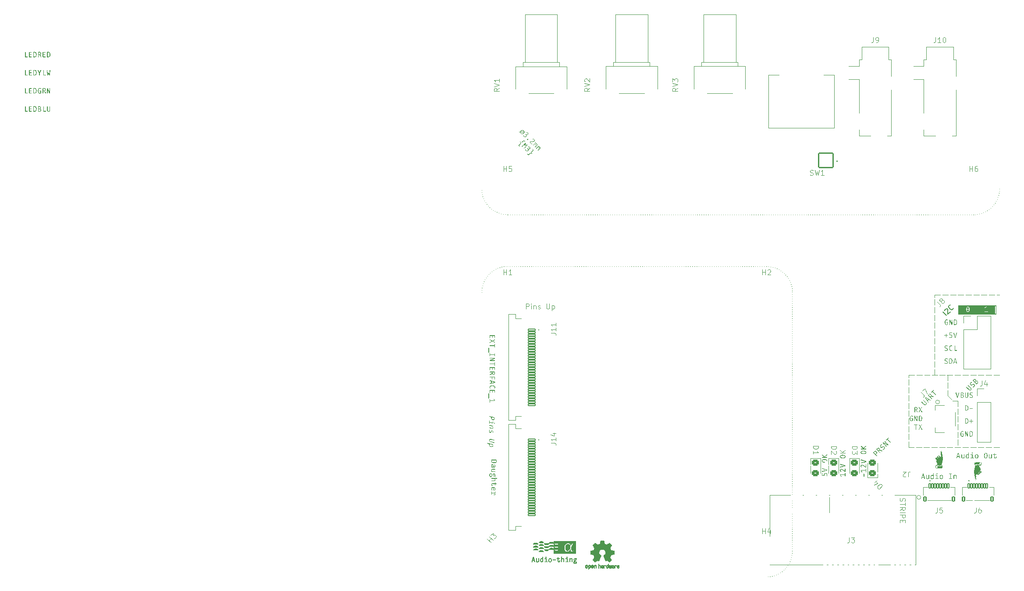
<source format=gbr>
%TF.GenerationSoftware,KiCad,Pcbnew,8.0.5*%
%TF.CreationDate,2024-11-27T23:03:38-05:00*%
%TF.ProjectId,HacKeys,4861634b-6579-4732-9e6b-696361645f70,rev?*%
%TF.SameCoordinates,Original*%
%TF.FileFunction,Legend,Top*%
%TF.FilePolarity,Positive*%
%FSLAX46Y46*%
G04 Gerber Fmt 4.6, Leading zero omitted, Abs format (unit mm)*
G04 Created by KiCad (PCBNEW 8.0.5) date 2024-11-27 23:03:38*
%MOMM*%
%LPD*%
G01*
G04 APERTURE LIST*
G04 Aperture macros list*
%AMRoundRect*
0 Rectangle with rounded corners*
0 $1 Rounding radius*
0 $2 $3 $4 $5 $6 $7 $8 $9 X,Y pos of 4 corners*
0 Add a 4 corners polygon primitive as box body*
4,1,4,$2,$3,$4,$5,$6,$7,$8,$9,$2,$3,0*
0 Add four circle primitives for the rounded corners*
1,1,$1+$1,$2,$3*
1,1,$1+$1,$4,$5*
1,1,$1+$1,$6,$7*
1,1,$1+$1,$8,$9*
0 Add four rect primitives between the rounded corners*
20,1,$1+$1,$2,$3,$4,$5,0*
20,1,$1+$1,$4,$5,$6,$7,0*
20,1,$1+$1,$6,$7,$8,$9,0*
20,1,$1+$1,$8,$9,$2,$3,0*%
G04 Aperture macros list end*
%ADD10C,0.250000*%
%ADD11C,0.100000*%
%ADD12C,0.200000*%
%ADD13C,0.187500*%
%ADD14C,0.150000*%
%ADD15C,1.700000*%
%ADD16R,2.800000X2.200000*%
%ADD17R,2.800000X2.800000*%
%ADD18R,2.800000X2.600000*%
%ADD19RoundRect,0.102000X-0.150000X-0.400000X0.150000X-0.400000X0.150000X0.400000X-0.150000X0.400000X0*%
%ADD20RoundRect,0.102000X-0.200000X-0.400000X0.200000X-0.400000X0.200000X0.400000X-0.200000X0.400000X0*%
%ADD21R,0.700000X4.300000*%
%ADD22R,0.700000X3.200000*%
%ADD23C,4.600000*%
%ADD24C,1.800000*%
%ADD25RoundRect,0.102000X-0.700000X0.150000X-0.700000X-0.150000X0.700000X-0.150000X0.700000X0.150000X0*%
%ADD26RoundRect,0.250000X-0.450000X0.325000X-0.450000X-0.325000X0.450000X-0.325000X0.450000X0.325000X0*%
%ADD27RoundRect,0.250000X0.450000X-0.325000X0.450000X0.325000X-0.450000X0.325000X-0.450000X-0.325000X0*%
%ADD28R,1.700000X1.700000*%
%ADD29O,1.700000X1.700000*%
%ADD30C,5.600000*%
%ADD31R,1.549400X0.660400*%
%ADD32R,1.905000X1.295400*%
%ADD33RoundRect,0.102000X1.390650X1.390650X-1.390650X1.390650X-1.390650X-1.390650X1.390650X-1.390650X0*%
%ADD34C,2.985300*%
%ADD35C,1.803400*%
%ADD36C,0.460000*%
G04 APERTURE END LIST*
D10*
G36*
X36577084Y-54985341D02*
G01*
X36577084Y-55893436D01*
X36587897Y-55941310D01*
X36634906Y-55964456D01*
X36648403Y-55965000D01*
X37025026Y-55965000D01*
X37071127Y-55947658D01*
X37086819Y-55905404D01*
X37064578Y-55859432D01*
X37025026Y-55848740D01*
X36703358Y-55848740D01*
X36702381Y-54985341D01*
X36687780Y-54937136D01*
X36640343Y-54917686D01*
X36593876Y-54935119D01*
X36577153Y-54981238D01*
X36577084Y-54985341D01*
G37*
G36*
X37344007Y-55014162D02*
G01*
X37344007Y-55895146D01*
X37356641Y-55943946D01*
X37405026Y-55964754D01*
X37413860Y-55965000D01*
X37831516Y-55965000D01*
X37876320Y-55942207D01*
X37886959Y-55904183D01*
X37865638Y-55858051D01*
X37834446Y-55849228D01*
X37471990Y-55849228D01*
X37471013Y-55496297D01*
X37799031Y-55496297D01*
X37841399Y-55470382D01*
X37848857Y-55439389D01*
X37826639Y-55393832D01*
X37799031Y-55386632D01*
X37471013Y-55386632D01*
X37471013Y-55047135D01*
X37814419Y-55047135D01*
X37860125Y-55025023D01*
X37869862Y-54987295D01*
X37846859Y-54941960D01*
X37814419Y-54933318D01*
X37435354Y-54933318D01*
X37383322Y-54939966D01*
X37348491Y-54976182D01*
X37344007Y-55014162D01*
G37*
G36*
X38404366Y-54918247D02*
G01*
X38462125Y-54922680D01*
X38514718Y-54931421D01*
X38584333Y-54952319D01*
X38643387Y-54982166D01*
X38692516Y-55020515D01*
X38732360Y-55066921D01*
X38763554Y-55120940D01*
X38786737Y-55182124D01*
X38802546Y-55250029D01*
X38809304Y-55298812D01*
X38813256Y-55350253D01*
X38814593Y-55404218D01*
X38814593Y-55404462D01*
X38814091Y-55442495D01*
X38809844Y-55513955D01*
X38801383Y-55579429D01*
X38788836Y-55639100D01*
X38772332Y-55693152D01*
X38752000Y-55741769D01*
X38727968Y-55785135D01*
X38685266Y-55840741D01*
X38634965Y-55885566D01*
X38577500Y-55920231D01*
X38513304Y-55945357D01*
X38442813Y-55961564D01*
X38392537Y-55967720D01*
X38339785Y-55970373D01*
X38302901Y-55969918D01*
X38253811Y-55965000D01*
X38213518Y-55952140D01*
X38183594Y-55911260D01*
X38177608Y-55861196D01*
X38177608Y-55032236D01*
X38299729Y-55032236D01*
X38299729Y-55852648D01*
X38322537Y-55855091D01*
X38372269Y-55855579D01*
X38410532Y-55852444D01*
X38463218Y-55842550D01*
X38510270Y-55826163D01*
X38564280Y-55793703D01*
X38608360Y-55748478D01*
X38634934Y-55705762D01*
X38655971Y-55655178D01*
X38671491Y-55596431D01*
X38681515Y-55529226D01*
X38685154Y-55479579D01*
X38686366Y-55425956D01*
X38686117Y-55399612D01*
X38682334Y-55326914D01*
X38673829Y-55263357D01*
X38660397Y-55208486D01*
X38634462Y-55148045D01*
X38598904Y-55101151D01*
X38553231Y-55066722D01*
X38496951Y-55043676D01*
X38447483Y-55033211D01*
X38391564Y-55028084D01*
X38349718Y-55028369D01*
X38299729Y-55032236D01*
X38177608Y-55032236D01*
X38184152Y-54978520D01*
X38213197Y-54938635D01*
X38260162Y-54924281D01*
X38272324Y-54922946D01*
X38321084Y-54919185D01*
X38373490Y-54917686D01*
X38404366Y-54918247D01*
G37*
G36*
X39352591Y-54918654D02*
G01*
X39401369Y-54922894D01*
X39461231Y-54934391D01*
X39514229Y-54953458D01*
X39559325Y-54981069D01*
X39595483Y-55018198D01*
X39621669Y-55065816D01*
X39636845Y-55124897D01*
X39640378Y-55177316D01*
X39633958Y-55237179D01*
X39615925Y-55288791D01*
X39588119Y-55331845D01*
X39552377Y-55366034D01*
X39501602Y-55394927D01*
X39445228Y-55410080D01*
X39461086Y-55410285D01*
X39519307Y-55417657D01*
X39569247Y-55434643D01*
X39610987Y-55460087D01*
X39651752Y-55502024D01*
X39679986Y-55553111D01*
X39695846Y-55611090D01*
X39699729Y-55660917D01*
X39698063Y-55698175D01*
X39689453Y-55749693D01*
X39673767Y-55795968D01*
X39642349Y-55849515D01*
X39599559Y-55893742D01*
X39546087Y-55928649D01*
X39499389Y-55948714D01*
X39447361Y-55963537D01*
X39390294Y-55973117D01*
X39328480Y-55977456D01*
X39290458Y-55977996D01*
X39241617Y-55975421D01*
X39190727Y-55964755D01*
X39159525Y-55958653D01*
X39119289Y-55927023D01*
X39109394Y-55875607D01*
X39109170Y-55479933D01*
X39227119Y-55479933D01*
X39227119Y-55865837D01*
X39268539Y-55870114D01*
X39319687Y-55871210D01*
X39353296Y-55870350D01*
X39412466Y-55863765D01*
X39472105Y-55846491D01*
X39516913Y-55819278D01*
X39552745Y-55773670D01*
X39569021Y-55725006D01*
X39574188Y-55666779D01*
X39569483Y-55615617D01*
X39550946Y-55564833D01*
X39519351Y-55527214D01*
X39475770Y-55501190D01*
X39421277Y-55485188D01*
X39370547Y-55478548D01*
X39314070Y-55476514D01*
X39277514Y-55477174D01*
X39227119Y-55479933D01*
X39109170Y-55479933D01*
X39108912Y-55024420D01*
X39227119Y-55024420D01*
X39227119Y-55386632D01*
X39259603Y-55386632D01*
X39292559Y-55385759D01*
X39351088Y-55379137D01*
X39400100Y-55366222D01*
X39448568Y-55341601D01*
X39488958Y-55300260D01*
X39511191Y-55246834D01*
X39516791Y-55193681D01*
X39514216Y-55150436D01*
X39499847Y-55098353D01*
X39464959Y-55055538D01*
X39417420Y-55032842D01*
X39363967Y-55022881D01*
X39311383Y-55020268D01*
X39278260Y-55020530D01*
X39227119Y-55024420D01*
X39108912Y-55024420D01*
X39108906Y-55013429D01*
X39111058Y-54980966D01*
X39135870Y-54934582D01*
X39184621Y-54923304D01*
X39216801Y-54920795D01*
X39266752Y-54918374D01*
X39318466Y-54917686D01*
X39352591Y-54918654D01*
G37*
G36*
X40109813Y-54985341D02*
G01*
X40109813Y-55893436D01*
X40120626Y-55941310D01*
X40167634Y-55964456D01*
X40181132Y-55965000D01*
X40557754Y-55965000D01*
X40603855Y-55947658D01*
X40619548Y-55905404D01*
X40597306Y-55859432D01*
X40557754Y-55848740D01*
X40236086Y-55848740D01*
X40235109Y-54985341D01*
X40220509Y-54937136D01*
X40173072Y-54917686D01*
X40126605Y-54935119D01*
X40109882Y-54981238D01*
X40109813Y-54985341D01*
G37*
G36*
X40827154Y-54992180D02*
G01*
X40827154Y-55563220D01*
X40827898Y-55618302D01*
X40830116Y-55667557D01*
X40834543Y-55717576D01*
X40843096Y-55769967D01*
X40847915Y-55788900D01*
X40869114Y-55841663D01*
X40899226Y-55886725D01*
X40937826Y-55923579D01*
X40984490Y-55951715D01*
X41038793Y-55970626D01*
X41087449Y-55978769D01*
X41126840Y-55980631D01*
X41183527Y-55975515D01*
X41238240Y-55960454D01*
X41289006Y-55935878D01*
X41333853Y-55902218D01*
X41370805Y-55859904D01*
X41397891Y-55809367D01*
X41405521Y-55786946D01*
X41416525Y-55735982D01*
X41423178Y-55682957D01*
X41426902Y-55627429D01*
X41428207Y-55572930D01*
X41428236Y-55563220D01*
X41428236Y-54992180D01*
X41418164Y-54944031D01*
X41374740Y-54918191D01*
X41364244Y-54917686D01*
X41318416Y-54936028D01*
X41303500Y-54987003D01*
X41303428Y-54992180D01*
X41303502Y-55044305D01*
X41303702Y-55099189D01*
X41303994Y-55155997D01*
X41304344Y-55213892D01*
X41304716Y-55272039D01*
X41305076Y-55329602D01*
X41305391Y-55385745D01*
X41305626Y-55439633D01*
X41305566Y-55488814D01*
X41305302Y-55538396D01*
X41304536Y-55591271D01*
X41302939Y-55637958D01*
X41298854Y-55690509D01*
X41290753Y-55739572D01*
X41272897Y-55787923D01*
X41239654Y-55829108D01*
X41195686Y-55855338D01*
X41146244Y-55865863D01*
X41127573Y-55866570D01*
X41075869Y-55860326D01*
X41028572Y-55838825D01*
X40992653Y-55802123D01*
X40984202Y-55788168D01*
X40967020Y-55742216D01*
X40958191Y-55693971D01*
X40953916Y-55649926D01*
X40951422Y-55599492D01*
X40950186Y-55546704D01*
X40949781Y-55497398D01*
X40949764Y-55484085D01*
X40949879Y-55427203D01*
X40950184Y-55366398D01*
X40950614Y-55302950D01*
X40951107Y-55238133D01*
X40951601Y-55173224D01*
X40952031Y-55109501D01*
X40952335Y-55048239D01*
X40952451Y-54990715D01*
X40941464Y-54940318D01*
X40894874Y-54917737D01*
X40891390Y-54917686D01*
X40844892Y-54933684D01*
X40827454Y-54982006D01*
X40827154Y-54992180D01*
G37*
G36*
X36577084Y-51485341D02*
G01*
X36577084Y-52393436D01*
X36587897Y-52441310D01*
X36634906Y-52464456D01*
X36648403Y-52465000D01*
X37025026Y-52465000D01*
X37071127Y-52447658D01*
X37086819Y-52405404D01*
X37064578Y-52359432D01*
X37025026Y-52348740D01*
X36703358Y-52348740D01*
X36702381Y-51485341D01*
X36687780Y-51437136D01*
X36640343Y-51417686D01*
X36593876Y-51435119D01*
X36577153Y-51481238D01*
X36577084Y-51485341D01*
G37*
G36*
X37344007Y-51514162D02*
G01*
X37344007Y-52395146D01*
X37356641Y-52443946D01*
X37405026Y-52464754D01*
X37413860Y-52465000D01*
X37831516Y-52465000D01*
X37876320Y-52442207D01*
X37886959Y-52404183D01*
X37865638Y-52358051D01*
X37834446Y-52349228D01*
X37471990Y-52349228D01*
X37471013Y-51996297D01*
X37799031Y-51996297D01*
X37841399Y-51970382D01*
X37848857Y-51939389D01*
X37826639Y-51893832D01*
X37799031Y-51886632D01*
X37471013Y-51886632D01*
X37471013Y-51547135D01*
X37814419Y-51547135D01*
X37860125Y-51525023D01*
X37869862Y-51487295D01*
X37846859Y-51441960D01*
X37814419Y-51433318D01*
X37435354Y-51433318D01*
X37383322Y-51439966D01*
X37348491Y-51476182D01*
X37344007Y-51514162D01*
G37*
G36*
X38404366Y-51418247D02*
G01*
X38462125Y-51422680D01*
X38514718Y-51431421D01*
X38584333Y-51452319D01*
X38643387Y-51482166D01*
X38692516Y-51520515D01*
X38732360Y-51566921D01*
X38763554Y-51620940D01*
X38786737Y-51682124D01*
X38802546Y-51750029D01*
X38809304Y-51798812D01*
X38813256Y-51850253D01*
X38814593Y-51904218D01*
X38814593Y-51904462D01*
X38814091Y-51942495D01*
X38809844Y-52013955D01*
X38801383Y-52079429D01*
X38788836Y-52139100D01*
X38772332Y-52193152D01*
X38752000Y-52241769D01*
X38727968Y-52285135D01*
X38685266Y-52340741D01*
X38634965Y-52385566D01*
X38577500Y-52420231D01*
X38513304Y-52445357D01*
X38442813Y-52461564D01*
X38392537Y-52467720D01*
X38339785Y-52470373D01*
X38302901Y-52469918D01*
X38253811Y-52465000D01*
X38213518Y-52452140D01*
X38183594Y-52411260D01*
X38177608Y-52361196D01*
X38177608Y-51532236D01*
X38299729Y-51532236D01*
X38299729Y-52352648D01*
X38322537Y-52355091D01*
X38372269Y-52355579D01*
X38410532Y-52352444D01*
X38463218Y-52342550D01*
X38510270Y-52326163D01*
X38564280Y-52293703D01*
X38608360Y-52248478D01*
X38634934Y-52205762D01*
X38655971Y-52155178D01*
X38671491Y-52096431D01*
X38681515Y-52029226D01*
X38685154Y-51979579D01*
X38686366Y-51925956D01*
X38686117Y-51899612D01*
X38682334Y-51826914D01*
X38673829Y-51763357D01*
X38660397Y-51708486D01*
X38634462Y-51648045D01*
X38598904Y-51601151D01*
X38553231Y-51566722D01*
X38496951Y-51543676D01*
X38447483Y-51533211D01*
X38391564Y-51528084D01*
X38349718Y-51528369D01*
X38299729Y-51532236D01*
X38177608Y-51532236D01*
X38184152Y-51478520D01*
X38213197Y-51438635D01*
X38260162Y-51424281D01*
X38272324Y-51422946D01*
X38321084Y-51419185D01*
X38373490Y-51417686D01*
X38404366Y-51418247D01*
G37*
G36*
X39684586Y-52382445D02*
G01*
X39684586Y-51979933D01*
X39667168Y-51933298D01*
X39624014Y-51919361D01*
X39413476Y-51919361D01*
X39366495Y-51939633D01*
X39354858Y-51975048D01*
X39380330Y-52018943D01*
X39413476Y-52027316D01*
X39560511Y-52027316D01*
X39561737Y-52079320D01*
X39562387Y-52135152D01*
X39562451Y-52193335D01*
X39562049Y-52242549D01*
X39561229Y-52291515D01*
X39560266Y-52329933D01*
X39513390Y-52354373D01*
X39462102Y-52364755D01*
X39434237Y-52366081D01*
X39376040Y-52359585D01*
X39326095Y-52339985D01*
X39284250Y-52307117D01*
X39250353Y-52260812D01*
X39224253Y-52200907D01*
X39209703Y-52146952D01*
X39199389Y-52085184D01*
X39193248Y-52015531D01*
X39191441Y-51964681D01*
X39191215Y-51937923D01*
X39192188Y-51886925D01*
X39197283Y-51816517D01*
X39206725Y-51753432D01*
X39220495Y-51697693D01*
X39238573Y-51649318D01*
X39269346Y-51596312D01*
X39307697Y-51556485D01*
X39353583Y-51529886D01*
X39406955Y-51516562D01*
X39436435Y-51514895D01*
X39487540Y-51518789D01*
X39536569Y-51534026D01*
X39582030Y-51559915D01*
X39604719Y-51575711D01*
X39654543Y-51583873D01*
X39693988Y-51549925D01*
X39698752Y-51528572D01*
X39676373Y-51482889D01*
X39672862Y-51479968D01*
X39630321Y-51451646D01*
X39579645Y-51427388D01*
X39528208Y-51411702D01*
X39476394Y-51403650D01*
X39439366Y-51402055D01*
X39374800Y-51407276D01*
X39315727Y-51422729D01*
X39262336Y-51448095D01*
X39214812Y-51483057D01*
X39173344Y-51527297D01*
X39138118Y-51580499D01*
X39109321Y-51642344D01*
X39087141Y-51712514D01*
X39076123Y-51763763D01*
X39068184Y-51818477D01*
X39063380Y-51876562D01*
X39061767Y-51937923D01*
X39063060Y-52000084D01*
X39066971Y-52058916D01*
X39073549Y-52114327D01*
X39082840Y-52166222D01*
X39094894Y-52214508D01*
X39118258Y-52279964D01*
X39148107Y-52336772D01*
X39184601Y-52384616D01*
X39227904Y-52423179D01*
X39278176Y-52452144D01*
X39335579Y-52471196D01*
X39400276Y-52480018D01*
X39423490Y-52480631D01*
X39478506Y-52476823D01*
X39532034Y-52465729D01*
X39582896Y-52447840D01*
X39629914Y-52423650D01*
X39671908Y-52393651D01*
X39684586Y-52382445D01*
G37*
G36*
X40205312Y-51417686D02*
G01*
X40253553Y-51419015D01*
X40317995Y-51425844D01*
X40373420Y-51438187D01*
X40434241Y-51462663D01*
X40481306Y-51495600D01*
X40515915Y-51536230D01*
X40539367Y-51583787D01*
X40552962Y-51637503D01*
X40557998Y-51696612D01*
X40557675Y-51717092D01*
X40550908Y-51768605D01*
X40535828Y-51819156D01*
X40512679Y-51866983D01*
X40481709Y-51910326D01*
X40443163Y-51947423D01*
X40397287Y-51976514D01*
X40599031Y-52370966D01*
X40613197Y-52416884D01*
X40595429Y-52450009D01*
X40546519Y-52465000D01*
X40517183Y-52457864D01*
X40483993Y-52421280D01*
X40282981Y-52009487D01*
X40278176Y-52010554D01*
X40229384Y-52016828D01*
X40178201Y-52019012D01*
X40152524Y-52018951D01*
X40103463Y-52016081D01*
X40106638Y-52399787D01*
X40091106Y-52448340D01*
X40043867Y-52465000D01*
X39997895Y-52448340D01*
X39982318Y-52399787D01*
X39982318Y-51525642D01*
X40103463Y-51525642D01*
X40103463Y-51915697D01*
X40140344Y-51918241D01*
X40189680Y-51917896D01*
X40229008Y-51915637D01*
X40288156Y-51904855D01*
X40338395Y-51884619D01*
X40378675Y-51854141D01*
X40407944Y-51812632D01*
X40425151Y-51759304D01*
X40429527Y-51707602D01*
X40429337Y-51695637D01*
X40422514Y-51642199D01*
X40400521Y-51591691D01*
X40362119Y-51555364D01*
X40316552Y-51535409D01*
X40257769Y-51524391D01*
X40200671Y-51521734D01*
X40155278Y-51522735D01*
X40103463Y-51525642D01*
X39982318Y-51525642D01*
X39982318Y-51517826D01*
X39983230Y-51496602D01*
X40000116Y-51448385D01*
X40045482Y-51424506D01*
X40097845Y-51417686D01*
X40104209Y-51417284D01*
X40154066Y-51415462D01*
X40205312Y-51417686D01*
G37*
G36*
X41309289Y-51499996D02*
G01*
X41307345Y-51550278D01*
X41306599Y-51604777D01*
X41306783Y-51662204D01*
X41307629Y-51721267D01*
X41308869Y-51780674D01*
X41310234Y-51839134D01*
X41310755Y-51861964D01*
X41312090Y-51920103D01*
X41313651Y-51978204D01*
X41315344Y-52036277D01*
X41317075Y-52094330D01*
X41318748Y-52152372D01*
X41320269Y-52210411D01*
X41321544Y-52268455D01*
X41322479Y-52326514D01*
X41325165Y-52336772D01*
X41321257Y-52326758D01*
X41303796Y-52276131D01*
X41285343Y-52222732D01*
X41266096Y-52167143D01*
X41246252Y-52109947D01*
X41226010Y-52051726D01*
X41205569Y-51993063D01*
X41185127Y-51934541D01*
X41164881Y-51876741D01*
X41145030Y-51820246D01*
X41125772Y-51765639D01*
X41107306Y-51713502D01*
X41089830Y-51664417D01*
X41065904Y-51597788D01*
X41045320Y-51541304D01*
X41033784Y-51510254D01*
X41012864Y-51465365D01*
X40978244Y-51428549D01*
X40934865Y-51417686D01*
X40887544Y-51430115D01*
X40856179Y-51471872D01*
X40849624Y-51497065D01*
X40844850Y-51550737D01*
X40842987Y-51600771D01*
X40841805Y-51661233D01*
X40841248Y-51715850D01*
X40840952Y-51774978D01*
X40840842Y-51837655D01*
X40840832Y-51870024D01*
X40840890Y-51923543D01*
X40840940Y-51977334D01*
X40840998Y-52030962D01*
X40841081Y-52083991D01*
X40841205Y-52135984D01*
X40841389Y-52186506D01*
X40841754Y-52250827D01*
X40842294Y-52310725D01*
X40843048Y-52365166D01*
X40843518Y-52390017D01*
X40853874Y-52437971D01*
X40898269Y-52464691D01*
X40906045Y-52465000D01*
X40948853Y-52437605D01*
X40957091Y-52389773D01*
X40956089Y-52336668D01*
X40954742Y-52277128D01*
X40953471Y-52226190D01*
X40952076Y-52173407D01*
X40950600Y-52119789D01*
X40949084Y-52066348D01*
X40947573Y-52014093D01*
X40946833Y-51988726D01*
X40945511Y-51935796D01*
X40944269Y-51882877D01*
X40943072Y-51829959D01*
X40941887Y-51777028D01*
X40940679Y-51724075D01*
X40939414Y-51671088D01*
X40938057Y-51618055D01*
X40936575Y-51564965D01*
X40934377Y-51555439D01*
X40936819Y-51565209D01*
X40954530Y-51617405D01*
X40973519Y-51673513D01*
X40993540Y-51732697D01*
X41014351Y-51794122D01*
X41035705Y-51856954D01*
X41057359Y-51920358D01*
X41079066Y-51983499D01*
X41100584Y-52045543D01*
X41121666Y-52105655D01*
X41142069Y-52163000D01*
X41161547Y-52216744D01*
X41179856Y-52266052D01*
X41204592Y-52329871D01*
X41225320Y-52379012D01*
X41236505Y-52402229D01*
X41264299Y-52442703D01*
X41309545Y-52464256D01*
X41325898Y-52465000D01*
X41376862Y-52450607D01*
X41405385Y-52410846D01*
X41416314Y-52361442D01*
X41417001Y-52355090D01*
X41420340Y-52301124D01*
X41421177Y-52245408D01*
X41420921Y-52191133D01*
X41420367Y-52141182D01*
X41419784Y-52086837D01*
X41419687Y-52075432D01*
X41419483Y-52022628D01*
X41419161Y-51967995D01*
X41418746Y-51912022D01*
X41418262Y-51855197D01*
X41417732Y-51798010D01*
X41417182Y-51740950D01*
X41416635Y-51684506D01*
X41416115Y-51629166D01*
X41415647Y-51575421D01*
X41415254Y-51523758D01*
X41415047Y-51490715D01*
X41403077Y-51441131D01*
X41358382Y-51417686D01*
X41314962Y-51440255D01*
X41307981Y-51490498D01*
X41309289Y-51500973D01*
X41309289Y-51499996D01*
G37*
G36*
X36577084Y-47985341D02*
G01*
X36577084Y-48893436D01*
X36587897Y-48941310D01*
X36634906Y-48964456D01*
X36648403Y-48965000D01*
X37025026Y-48965000D01*
X37071127Y-48947658D01*
X37086819Y-48905404D01*
X37064578Y-48859432D01*
X37025026Y-48848740D01*
X36703358Y-48848740D01*
X36702381Y-47985341D01*
X36687780Y-47937136D01*
X36640343Y-47917686D01*
X36593876Y-47935119D01*
X36577153Y-47981238D01*
X36577084Y-47985341D01*
G37*
G36*
X37344007Y-48014162D02*
G01*
X37344007Y-48895146D01*
X37356641Y-48943946D01*
X37405026Y-48964754D01*
X37413860Y-48965000D01*
X37831516Y-48965000D01*
X37876320Y-48942207D01*
X37886959Y-48904183D01*
X37865638Y-48858051D01*
X37834446Y-48849228D01*
X37471990Y-48849228D01*
X37471013Y-48496297D01*
X37799031Y-48496297D01*
X37841399Y-48470382D01*
X37848857Y-48439389D01*
X37826639Y-48393832D01*
X37799031Y-48386632D01*
X37471013Y-48386632D01*
X37471013Y-48047135D01*
X37814419Y-48047135D01*
X37860125Y-48025023D01*
X37869862Y-47987295D01*
X37846859Y-47941960D01*
X37814419Y-47933318D01*
X37435354Y-47933318D01*
X37383322Y-47939966D01*
X37348491Y-47976182D01*
X37344007Y-48014162D01*
G37*
G36*
X38404366Y-47918247D02*
G01*
X38462125Y-47922680D01*
X38514718Y-47931421D01*
X38584333Y-47952319D01*
X38643387Y-47982166D01*
X38692516Y-48020515D01*
X38732360Y-48066921D01*
X38763554Y-48120940D01*
X38786737Y-48182124D01*
X38802546Y-48250029D01*
X38809304Y-48298812D01*
X38813256Y-48350253D01*
X38814593Y-48404218D01*
X38814593Y-48404462D01*
X38814091Y-48442495D01*
X38809844Y-48513955D01*
X38801383Y-48579429D01*
X38788836Y-48639100D01*
X38772332Y-48693152D01*
X38752000Y-48741769D01*
X38727968Y-48785135D01*
X38685266Y-48840741D01*
X38634965Y-48885566D01*
X38577500Y-48920231D01*
X38513304Y-48945357D01*
X38442813Y-48961564D01*
X38392537Y-48967720D01*
X38339785Y-48970373D01*
X38302901Y-48969918D01*
X38253811Y-48965000D01*
X38213518Y-48952140D01*
X38183594Y-48911260D01*
X38177608Y-48861196D01*
X38177608Y-48032236D01*
X38299729Y-48032236D01*
X38299729Y-48852648D01*
X38322537Y-48855091D01*
X38372269Y-48855579D01*
X38410532Y-48852444D01*
X38463218Y-48842550D01*
X38510270Y-48826163D01*
X38564280Y-48793703D01*
X38608360Y-48748478D01*
X38634934Y-48705762D01*
X38655971Y-48655178D01*
X38671491Y-48596431D01*
X38681515Y-48529226D01*
X38685154Y-48479579D01*
X38686366Y-48425956D01*
X38686117Y-48399612D01*
X38682334Y-48326914D01*
X38673829Y-48263357D01*
X38660397Y-48208486D01*
X38634462Y-48148045D01*
X38598904Y-48101151D01*
X38553231Y-48066722D01*
X38496951Y-48043676D01*
X38447483Y-48033211D01*
X38391564Y-48028084D01*
X38349718Y-48028369D01*
X38299729Y-48032236D01*
X38177608Y-48032236D01*
X38184152Y-47978520D01*
X38213197Y-47938635D01*
X38260162Y-47924281D01*
X38272324Y-47922946D01*
X38321084Y-47919185D01*
X38373490Y-47917686D01*
X38404366Y-47918247D01*
G37*
G36*
X39051264Y-47996332D02*
G01*
X39299415Y-48574699D01*
X39299415Y-48901008D01*
X39315324Y-48947359D01*
X39361697Y-48965000D01*
X39408460Y-48947359D01*
X39424223Y-48901008D01*
X39424223Y-48574699D01*
X39665535Y-48016360D01*
X39684439Y-47970866D01*
X39684586Y-47964825D01*
X39654583Y-47924487D01*
X39621816Y-47917686D01*
X39576356Y-47936648D01*
X39558801Y-47966779D01*
X39363651Y-48452334D01*
X39168745Y-47952613D01*
X39141510Y-47911664D01*
X39108173Y-47902055D01*
X39060950Y-47917695D01*
X39041250Y-47951147D01*
X39051264Y-47996332D01*
G37*
G36*
X40109813Y-47985341D02*
G01*
X40109813Y-48893436D01*
X40120626Y-48941310D01*
X40167634Y-48964456D01*
X40181132Y-48965000D01*
X40557754Y-48965000D01*
X40603855Y-48947658D01*
X40619548Y-48905404D01*
X40597306Y-48859432D01*
X40557754Y-48848740D01*
X40236086Y-48848740D01*
X40235109Y-47985341D01*
X40220509Y-47937136D01*
X40173072Y-47917686D01*
X40126605Y-47935119D01*
X40109882Y-47981238D01*
X40109813Y-47985341D01*
G37*
G36*
X41335423Y-47967512D02*
G01*
X41273874Y-48808440D01*
X41276561Y-48810638D01*
X41276317Y-48807463D01*
X41261706Y-48746525D01*
X41248628Y-48692572D01*
X41231518Y-48623821D01*
X41216915Y-48568417D01*
X41200367Y-48512849D01*
X41179087Y-48461874D01*
X41137414Y-48434840D01*
X41132702Y-48434748D01*
X41088061Y-48457895D01*
X41066029Y-48504962D01*
X41049282Y-48557077D01*
X41034677Y-48609401D01*
X41017682Y-48674621D01*
X41004742Y-48725954D01*
X40990316Y-48784052D01*
X40982493Y-48815767D01*
X40982004Y-48818698D01*
X40985179Y-48816744D01*
X40921676Y-47967512D01*
X40904182Y-47919671D01*
X40857929Y-47902055D01*
X40811706Y-47920770D01*
X40799260Y-47970483D01*
X40799555Y-47974839D01*
X40804533Y-48035087D01*
X40809897Y-48099516D01*
X40815582Y-48167173D01*
X40821521Y-48237102D01*
X40827650Y-48308352D01*
X40833901Y-48379966D01*
X40840210Y-48450993D01*
X40846510Y-48520478D01*
X40852736Y-48587466D01*
X40858822Y-48651005D01*
X40864701Y-48710141D01*
X40870309Y-48763919D01*
X40878066Y-48832455D01*
X40884842Y-48883571D01*
X40888703Y-48906381D01*
X40904412Y-48954963D01*
X40948352Y-48980523D01*
X40952206Y-48980631D01*
X41002200Y-48962354D01*
X41030860Y-48919547D01*
X41050214Y-48872108D01*
X41065693Y-48824706D01*
X41082550Y-48765916D01*
X41101278Y-48694610D01*
X41115047Y-48639563D01*
X41130015Y-48578119D01*
X41130992Y-48573234D01*
X41131725Y-48577875D01*
X41145449Y-48639075D01*
X41158212Y-48693937D01*
X41170133Y-48742789D01*
X41186685Y-48805522D01*
X41201994Y-48856589D01*
X41221148Y-48908457D01*
X41249076Y-48956859D01*
X41295372Y-48980939D01*
X41301229Y-48981120D01*
X41346994Y-48960603D01*
X41367172Y-48915190D01*
X41369129Y-48907114D01*
X41376842Y-48857602D01*
X41383904Y-48796545D01*
X41389102Y-48746402D01*
X41394619Y-48689925D01*
X41400393Y-48628158D01*
X41406361Y-48562141D01*
X41412461Y-48492919D01*
X41418629Y-48421533D01*
X41424804Y-48349027D01*
X41430923Y-48276442D01*
X41436922Y-48204821D01*
X41442740Y-48135207D01*
X41448314Y-48068642D01*
X41453581Y-48006169D01*
X41456079Y-47976793D01*
X41447735Y-47926007D01*
X41403558Y-47902130D01*
X41399904Y-47902055D01*
X41353833Y-47919579D01*
X41335423Y-47967512D01*
G37*
G36*
X36577084Y-44485341D02*
G01*
X36577084Y-45393436D01*
X36587897Y-45441310D01*
X36634906Y-45464456D01*
X36648403Y-45465000D01*
X37025026Y-45465000D01*
X37071127Y-45447658D01*
X37086819Y-45405404D01*
X37064578Y-45359432D01*
X37025026Y-45348740D01*
X36703358Y-45348740D01*
X36702381Y-44485341D01*
X36687780Y-44437136D01*
X36640343Y-44417686D01*
X36593876Y-44435119D01*
X36577153Y-44481238D01*
X36577084Y-44485341D01*
G37*
G36*
X37344007Y-44514162D02*
G01*
X37344007Y-45395146D01*
X37356641Y-45443946D01*
X37405026Y-45464754D01*
X37413860Y-45465000D01*
X37831516Y-45465000D01*
X37876320Y-45442207D01*
X37886959Y-45404183D01*
X37865638Y-45358051D01*
X37834446Y-45349228D01*
X37471990Y-45349228D01*
X37471013Y-44996297D01*
X37799031Y-44996297D01*
X37841399Y-44970382D01*
X37848857Y-44939389D01*
X37826639Y-44893832D01*
X37799031Y-44886632D01*
X37471013Y-44886632D01*
X37471013Y-44547135D01*
X37814419Y-44547135D01*
X37860125Y-44525023D01*
X37869862Y-44487295D01*
X37846859Y-44441960D01*
X37814419Y-44433318D01*
X37435354Y-44433318D01*
X37383322Y-44439966D01*
X37348491Y-44476182D01*
X37344007Y-44514162D01*
G37*
G36*
X38404366Y-44418247D02*
G01*
X38462125Y-44422680D01*
X38514718Y-44431421D01*
X38584333Y-44452319D01*
X38643387Y-44482166D01*
X38692516Y-44520515D01*
X38732360Y-44566921D01*
X38763554Y-44620940D01*
X38786737Y-44682124D01*
X38802546Y-44750029D01*
X38809304Y-44798812D01*
X38813256Y-44850253D01*
X38814593Y-44904218D01*
X38814593Y-44904462D01*
X38814091Y-44942495D01*
X38809844Y-45013955D01*
X38801383Y-45079429D01*
X38788836Y-45139100D01*
X38772332Y-45193152D01*
X38752000Y-45241769D01*
X38727968Y-45285135D01*
X38685266Y-45340741D01*
X38634965Y-45385566D01*
X38577500Y-45420231D01*
X38513304Y-45445357D01*
X38442813Y-45461564D01*
X38392537Y-45467720D01*
X38339785Y-45470373D01*
X38302901Y-45469918D01*
X38253811Y-45465000D01*
X38213518Y-45452140D01*
X38183594Y-45411260D01*
X38177608Y-45361196D01*
X38177608Y-44532236D01*
X38299729Y-44532236D01*
X38299729Y-45352648D01*
X38322537Y-45355091D01*
X38372269Y-45355579D01*
X38410532Y-45352444D01*
X38463218Y-45342550D01*
X38510270Y-45326163D01*
X38564280Y-45293703D01*
X38608360Y-45248478D01*
X38634934Y-45205762D01*
X38655971Y-45155178D01*
X38671491Y-45096431D01*
X38681515Y-45029226D01*
X38685154Y-44979579D01*
X38686366Y-44925956D01*
X38686117Y-44899612D01*
X38682334Y-44826914D01*
X38673829Y-44763357D01*
X38660397Y-44708486D01*
X38634462Y-44648045D01*
X38598904Y-44601151D01*
X38553231Y-44566722D01*
X38496951Y-44543676D01*
X38447483Y-44533211D01*
X38391564Y-44528084D01*
X38349718Y-44528369D01*
X38299729Y-44532236D01*
X38177608Y-44532236D01*
X38184152Y-44478520D01*
X38213197Y-44438635D01*
X38260162Y-44424281D01*
X38272324Y-44422946D01*
X38321084Y-44419185D01*
X38373490Y-44417686D01*
X38404366Y-44418247D01*
G37*
G36*
X39322130Y-44417686D02*
G01*
X39370371Y-44419015D01*
X39434813Y-44425844D01*
X39490237Y-44438187D01*
X39551059Y-44462663D01*
X39598124Y-44495600D01*
X39632733Y-44536230D01*
X39656185Y-44583787D01*
X39669780Y-44637503D01*
X39674816Y-44696612D01*
X39674493Y-44717092D01*
X39667726Y-44768605D01*
X39652646Y-44819156D01*
X39629497Y-44866983D01*
X39598527Y-44910326D01*
X39559981Y-44947423D01*
X39514105Y-44976514D01*
X39715849Y-45370966D01*
X39730015Y-45416884D01*
X39712247Y-45450009D01*
X39663337Y-45465000D01*
X39634001Y-45457864D01*
X39600811Y-45421280D01*
X39399799Y-45009487D01*
X39394994Y-45010554D01*
X39346202Y-45016828D01*
X39295019Y-45019012D01*
X39269342Y-45018951D01*
X39220280Y-45016081D01*
X39223456Y-45399787D01*
X39207924Y-45448340D01*
X39160685Y-45465000D01*
X39114713Y-45448340D01*
X39099136Y-45399787D01*
X39099136Y-44525642D01*
X39220280Y-44525642D01*
X39220280Y-44915697D01*
X39257162Y-44918241D01*
X39306498Y-44917896D01*
X39345826Y-44915637D01*
X39404974Y-44904855D01*
X39455213Y-44884619D01*
X39495493Y-44854141D01*
X39524762Y-44812632D01*
X39541969Y-44759304D01*
X39546345Y-44707602D01*
X39546155Y-44695637D01*
X39539331Y-44642199D01*
X39517339Y-44591691D01*
X39478937Y-44555364D01*
X39433370Y-44535409D01*
X39374587Y-44524391D01*
X39317489Y-44521734D01*
X39272095Y-44522735D01*
X39220280Y-44525642D01*
X39099136Y-44525642D01*
X39099136Y-44517826D01*
X39100048Y-44496602D01*
X39116934Y-44448385D01*
X39162299Y-44424506D01*
X39214663Y-44417686D01*
X39221027Y-44417284D01*
X39270884Y-44415462D01*
X39322130Y-44417686D01*
G37*
G36*
X39993553Y-44514162D02*
G01*
X39993553Y-45395146D01*
X40006187Y-45443946D01*
X40054572Y-45464754D01*
X40063407Y-45465000D01*
X40481062Y-45465000D01*
X40525867Y-45442207D01*
X40536505Y-45404183D01*
X40515184Y-45358051D01*
X40483993Y-45349228D01*
X40121536Y-45349228D01*
X40120560Y-44996297D01*
X40448578Y-44996297D01*
X40490946Y-44970382D01*
X40498403Y-44939389D01*
X40476186Y-44893832D01*
X40448578Y-44886632D01*
X40120560Y-44886632D01*
X40120560Y-44547135D01*
X40463965Y-44547135D01*
X40509671Y-44525023D01*
X40519408Y-44487295D01*
X40496405Y-44441960D01*
X40463965Y-44433318D01*
X40084900Y-44433318D01*
X40032869Y-44439966D01*
X39998037Y-44476182D01*
X39993553Y-44514162D01*
G37*
G36*
X41053913Y-44418247D02*
G01*
X41111672Y-44422680D01*
X41164264Y-44431421D01*
X41233879Y-44452319D01*
X41292933Y-44482166D01*
X41342063Y-44520515D01*
X41381906Y-44566921D01*
X41413100Y-44620940D01*
X41436283Y-44682124D01*
X41452092Y-44750029D01*
X41458850Y-44798812D01*
X41462803Y-44850253D01*
X41464139Y-44904218D01*
X41464139Y-44904462D01*
X41463637Y-44942495D01*
X41459390Y-45013955D01*
X41450929Y-45079429D01*
X41438382Y-45139100D01*
X41421879Y-45193152D01*
X41401546Y-45241769D01*
X41377515Y-45285135D01*
X41334813Y-45340741D01*
X41284512Y-45385566D01*
X41227046Y-45420231D01*
X41162850Y-45445357D01*
X41092360Y-45461564D01*
X41042083Y-45467720D01*
X40989331Y-45470373D01*
X40952447Y-45469918D01*
X40903358Y-45465000D01*
X40863064Y-45452140D01*
X40833140Y-45411260D01*
X40827154Y-45361196D01*
X40827154Y-44532236D01*
X40949275Y-44532236D01*
X40949275Y-45352648D01*
X40972083Y-45355091D01*
X41021816Y-45355579D01*
X41060079Y-45352444D01*
X41112764Y-45342550D01*
X41159817Y-45326163D01*
X41213826Y-45293703D01*
X41257907Y-45248478D01*
X41284481Y-45205762D01*
X41305517Y-45155178D01*
X41321037Y-45096431D01*
X41331061Y-45029226D01*
X41334700Y-44979579D01*
X41335912Y-44925956D01*
X41335664Y-44899612D01*
X41331880Y-44826914D01*
X41323376Y-44763357D01*
X41309943Y-44708486D01*
X41284008Y-44648045D01*
X41248450Y-44601151D01*
X41202777Y-44566722D01*
X41146497Y-44543676D01*
X41097030Y-44533211D01*
X41041111Y-44528084D01*
X40999264Y-44528369D01*
X40949275Y-44532236D01*
X40827154Y-44532236D01*
X40833698Y-44478520D01*
X40862743Y-44438635D01*
X40909708Y-44424281D01*
X40921871Y-44422946D01*
X40970631Y-44419185D01*
X41023037Y-44417686D01*
X41053913Y-44418247D01*
G37*
D11*
X179762500Y-85850000D02*
X179782499Y-85850039D01*
X180182006Y-85867629D02*
X180201932Y-85869347D01*
X180598554Y-85920394D02*
X180618265Y-85923777D01*
X181009206Y-86007921D02*
X181028564Y-86012947D01*
X181411067Y-86129594D02*
X181429935Y-86136226D01*
X181801302Y-86284555D02*
X181819547Y-86292747D01*
X182177160Y-86471710D02*
X182194653Y-86481404D01*
X182535990Y-86689741D02*
X182552608Y-86700868D01*
X182875261Y-86937109D02*
X182890888Y-86949591D01*
X183192582Y-87212070D02*
X183207107Y-87225819D01*
X183485715Y-87512685D02*
X183499035Y-87527605D01*
X183752592Y-87836835D02*
X183764613Y-87852819D01*
X183991332Y-88182233D02*
X184001969Y-88199170D01*
X184200250Y-88546444D02*
X184209429Y-88564213D01*
X184377874Y-88926899D02*
X184385530Y-88945375D01*
X184522951Y-89320915D02*
X184529029Y-89339969D01*
X184634458Y-89725714D02*
X184638916Y-89745211D01*
X184711609Y-90138442D02*
X184714416Y-90158244D01*
X184753859Y-90556187D02*
X184754995Y-90576155D01*
X219762500Y-75850000D02*
X219742500Y-75850000D01*
X219342500Y-75850000D02*
X219322500Y-75850000D01*
X218922500Y-75850000D02*
X218902500Y-75850000D01*
X218502500Y-75850000D02*
X218482500Y-75850000D01*
X218082500Y-75850000D02*
X218062500Y-75850000D01*
X217662500Y-75850000D02*
X217642500Y-75850000D01*
X217242500Y-75850000D02*
X217222500Y-75850000D01*
X216822500Y-75850000D02*
X216802500Y-75850000D01*
X216402500Y-75850000D02*
X216382500Y-75850000D01*
X215982500Y-75850000D02*
X215962500Y-75850000D01*
X215562500Y-75850000D02*
X215542500Y-75850000D01*
X215142500Y-75850000D02*
X215122500Y-75850000D01*
X214722500Y-75850000D02*
X214702500Y-75850000D01*
X214302500Y-75850000D02*
X214282500Y-75850000D01*
X213882500Y-75850000D02*
X213862500Y-75850000D01*
X213462500Y-75850000D02*
X213442500Y-75850000D01*
X213042500Y-75850000D02*
X213022500Y-75850000D01*
X212622500Y-75850000D02*
X212602500Y-75850000D01*
X212202500Y-75850000D02*
X212182500Y-75850000D01*
X211782500Y-75850000D02*
X211762500Y-75850000D01*
X211362500Y-75850000D02*
X211342500Y-75850000D01*
X210942500Y-75850000D02*
X210922500Y-75850000D01*
X210522500Y-75850000D02*
X210502500Y-75850000D01*
X210102500Y-75850000D02*
X210082500Y-75850000D01*
X209682500Y-75850000D02*
X209662500Y-75850000D01*
X209262500Y-75850000D02*
X209242500Y-75850000D01*
X208842500Y-75850000D02*
X208822500Y-75850000D01*
X208422500Y-75850000D02*
X208402500Y-75850000D01*
X208002500Y-75850000D02*
X207982500Y-75850000D01*
X207582500Y-75850000D02*
X207562500Y-75850000D01*
X207162500Y-75850000D02*
X207142500Y-75850000D01*
X206742500Y-75850000D02*
X206722500Y-75850000D01*
X206322500Y-75850000D02*
X206302500Y-75850000D01*
X205902500Y-75850000D02*
X205882500Y-75850000D01*
X205482500Y-75850000D02*
X205462500Y-75850000D01*
X205062500Y-75850000D02*
X205042500Y-75850000D01*
X204642500Y-75850000D02*
X204622500Y-75850000D01*
X204222500Y-75850000D02*
X204202500Y-75850000D01*
X203802500Y-75850000D02*
X203782500Y-75850000D01*
X203382500Y-75850000D02*
X203362500Y-75850000D01*
X202962500Y-75850000D02*
X202942500Y-75850000D01*
X202542500Y-75850000D02*
X202522500Y-75850000D01*
X202122500Y-75850000D02*
X202102500Y-75850000D01*
X201702500Y-75850000D02*
X201682500Y-75850000D01*
X201282500Y-75850000D02*
X201262500Y-75850000D01*
X200862500Y-75850000D02*
X200842500Y-75850000D01*
X200442500Y-75850000D02*
X200422500Y-75850000D01*
X200022500Y-75850000D02*
X200002500Y-75850000D01*
X199602500Y-75850000D02*
X199582500Y-75850000D01*
X199182500Y-75850000D02*
X199162500Y-75850000D01*
X198762500Y-75850000D02*
X198742500Y-75850000D01*
X198342500Y-75850000D02*
X198322500Y-75850000D01*
X197922500Y-75850000D02*
X197902500Y-75850000D01*
X197502500Y-75850000D02*
X197482500Y-75850000D01*
X197082500Y-75850000D02*
X197062500Y-75850000D01*
X196662500Y-75850000D02*
X196642500Y-75850000D01*
X196242500Y-75850000D02*
X196222500Y-75850000D01*
X195822500Y-75850000D02*
X195802500Y-75850000D01*
X195402500Y-75850000D02*
X195382500Y-75850000D01*
X194982500Y-75850000D02*
X194962500Y-75850000D01*
X194562500Y-75850000D02*
X194542500Y-75850000D01*
X194142500Y-75850000D02*
X194122500Y-75850000D01*
X193722500Y-75850000D02*
X193702500Y-75850000D01*
X193302500Y-75850000D02*
X193282500Y-75850000D01*
X192882500Y-75850000D02*
X192862500Y-75850000D01*
X192462500Y-75850000D02*
X192442500Y-75850000D01*
X192042500Y-75850000D02*
X192022500Y-75850000D01*
X191622500Y-75850000D02*
X191602500Y-75850000D01*
X191202500Y-75850000D02*
X191182500Y-75850000D01*
X190782500Y-75850000D02*
X190762500Y-75850000D01*
X190362500Y-75850000D02*
X190342500Y-75850000D01*
X189942500Y-75850000D02*
X189922500Y-75850000D01*
X189522500Y-75850000D02*
X189502500Y-75850000D01*
X189102500Y-75850000D02*
X189082500Y-75850000D01*
X188682500Y-75850000D02*
X188662500Y-75850000D01*
X188262500Y-75850000D02*
X188242500Y-75850000D01*
X187842500Y-75850000D02*
X187822500Y-75850000D01*
X187422500Y-75850000D02*
X187402500Y-75850000D01*
X187002500Y-75850000D02*
X186982500Y-75850000D01*
X186582500Y-75850000D02*
X186562500Y-75850000D01*
X186162500Y-75850000D02*
X186142500Y-75850000D01*
X185742500Y-75850000D02*
X185722500Y-75850000D01*
X185322500Y-75850000D02*
X185302500Y-75850000D01*
X184902500Y-75850000D02*
X184882500Y-75850000D01*
X184482500Y-75850000D02*
X184462500Y-75850000D01*
X184062500Y-75850000D02*
X184042500Y-75850000D01*
X183642500Y-75850000D02*
X183622500Y-75850000D01*
X183222500Y-75850000D02*
X183202500Y-75850000D01*
X182802500Y-75850000D02*
X182782500Y-75850000D01*
X182382500Y-75850000D02*
X182362500Y-75850000D01*
X181962500Y-75850000D02*
X181942500Y-75850000D01*
X181542500Y-75850000D02*
X181522500Y-75850000D01*
X181122500Y-75850000D02*
X181102500Y-75850000D01*
X180702500Y-75850000D02*
X180682500Y-75850000D01*
X180282500Y-75850000D02*
X180262500Y-75850000D01*
X179862500Y-75850000D02*
X179842500Y-75850000D01*
X179442500Y-75850000D02*
X179422500Y-75850000D01*
X179022500Y-75850000D02*
X179002500Y-75850000D01*
X178602500Y-75850000D02*
X178582500Y-75850000D01*
X178182500Y-75850000D02*
X178162500Y-75850000D01*
X177762500Y-75850000D02*
X177742500Y-75850000D01*
X177342500Y-75850000D02*
X177322500Y-75850000D01*
X176922500Y-75850000D02*
X176902500Y-75850000D01*
X176502500Y-75850000D02*
X176482500Y-75850000D01*
X176082500Y-75850000D02*
X176062500Y-75850000D01*
X175662500Y-75850000D02*
X175642500Y-75850000D01*
X175242500Y-75850000D02*
X175222500Y-75850000D01*
X174822500Y-75850000D02*
X174802500Y-75850000D01*
X174402500Y-75850000D02*
X174382500Y-75850000D01*
X173982500Y-75850000D02*
X173962500Y-75850000D01*
X173562500Y-75850000D02*
X173542500Y-75850000D01*
X173142500Y-75850000D02*
X173122500Y-75850000D01*
X172722500Y-75850000D02*
X172702500Y-75850000D01*
X172302500Y-75850000D02*
X172282500Y-75850000D01*
X171882500Y-75850000D02*
X171862500Y-75850000D01*
X171462500Y-75850000D02*
X171442500Y-75850000D01*
X171042500Y-75850000D02*
X171022500Y-75850000D01*
X170622500Y-75850000D02*
X170602500Y-75850000D01*
X170202500Y-75850000D02*
X170182500Y-75850000D01*
X169782500Y-75850000D02*
X169762500Y-75850000D01*
X169362500Y-75850000D02*
X169342500Y-75850000D01*
X168942500Y-75850000D02*
X168922500Y-75850000D01*
X168522500Y-75850000D02*
X168502500Y-75850000D01*
X168102500Y-75850000D02*
X168082500Y-75850000D01*
X167682500Y-75850000D02*
X167662500Y-75850000D01*
X167262500Y-75850000D02*
X167242500Y-75850000D01*
X166842500Y-75850000D02*
X166822500Y-75850000D01*
X166422500Y-75850000D02*
X166402500Y-75850000D01*
X166002500Y-75850000D02*
X165982500Y-75850000D01*
X165582500Y-75850000D02*
X165562500Y-75850000D01*
X165162500Y-75850000D02*
X165142500Y-75850000D01*
X164742500Y-75850000D02*
X164722500Y-75850000D01*
X164322500Y-75850000D02*
X164302500Y-75850000D01*
X163902500Y-75850000D02*
X163882500Y-75850000D01*
X163482500Y-75850000D02*
X163462500Y-75850000D01*
X163062500Y-75850000D02*
X163042500Y-75850000D01*
X162642500Y-75850000D02*
X162622500Y-75850000D01*
X162222500Y-75850000D02*
X162202500Y-75850000D01*
X161802500Y-75850000D02*
X161782500Y-75850000D01*
X161382500Y-75850000D02*
X161362500Y-75850000D01*
X160962500Y-75850000D02*
X160942500Y-75850000D01*
X160542500Y-75850000D02*
X160522500Y-75850000D01*
X160122500Y-75850000D02*
X160102500Y-75850000D01*
X159702500Y-75850000D02*
X159682500Y-75850000D01*
X159282500Y-75850000D02*
X159262500Y-75850000D01*
X158862500Y-75850000D02*
X158842500Y-75850000D01*
X158442500Y-75850000D02*
X158422500Y-75850000D01*
X158022500Y-75850000D02*
X158002500Y-75850000D01*
X157602500Y-75850000D02*
X157582500Y-75850000D01*
X157182500Y-75850000D02*
X157162500Y-75850000D01*
X156762500Y-75850000D02*
X156742500Y-75850000D01*
X156342500Y-75850000D02*
X156322500Y-75850000D01*
X155922500Y-75850000D02*
X155902500Y-75850000D01*
X155502500Y-75850000D02*
X155482500Y-75850000D01*
X155082500Y-75850000D02*
X155062500Y-75850000D01*
X154662500Y-75850000D02*
X154642500Y-75850000D01*
X154242500Y-75850000D02*
X154222500Y-75850000D01*
X153822500Y-75850000D02*
X153802500Y-75850000D01*
X153402500Y-75850000D02*
X153382500Y-75850000D01*
X152982500Y-75850000D02*
X152962500Y-75850000D01*
X152562500Y-75850000D02*
X152542500Y-75850000D01*
X152142500Y-75850000D02*
X152122500Y-75850000D01*
X151722500Y-75850000D02*
X151702500Y-75850000D01*
X151302500Y-75850000D02*
X151282500Y-75850000D01*
X150882500Y-75850000D02*
X150862500Y-75850000D01*
X150462500Y-75850000D02*
X150442500Y-75850000D01*
X150042500Y-75850000D02*
X150022500Y-75850000D01*
X149622500Y-75850000D02*
X149602500Y-75850000D01*
X149202500Y-75850000D02*
X149182500Y-75850000D01*
X148782500Y-75850000D02*
X148762500Y-75850000D01*
X148362500Y-75850000D02*
X148342500Y-75850000D01*
X147942500Y-75850000D02*
X147922500Y-75850000D01*
X147522500Y-75850000D02*
X147502500Y-75850000D01*
X147102500Y-75850000D02*
X147082500Y-75850000D01*
X146682500Y-75850000D02*
X146662500Y-75850000D01*
X146262500Y-75850000D02*
X146242500Y-75850000D01*
X145842500Y-75850000D02*
X145822500Y-75850000D01*
X145422500Y-75850000D02*
X145402500Y-75850000D01*
X145002500Y-75850000D02*
X144982500Y-75850000D01*
X144582500Y-75850000D02*
X144562500Y-75850000D01*
X144162500Y-75850000D02*
X144142500Y-75850000D01*
X143742500Y-75850000D02*
X143722500Y-75850000D01*
X143322500Y-75850000D02*
X143302500Y-75850000D01*
X142902500Y-75850000D02*
X142882500Y-75850000D01*
X142482500Y-75850000D02*
X142462500Y-75850000D01*
X142062500Y-75850000D02*
X142042500Y-75850000D01*
X141642500Y-75850000D02*
X141622500Y-75850000D01*
X141222500Y-75850000D02*
X141202500Y-75850000D01*
X140802500Y-75850000D02*
X140782500Y-75850000D01*
X140382500Y-75850000D02*
X140362500Y-75850000D01*
X139962500Y-75850000D02*
X139942500Y-75850000D01*
X139542500Y-75850000D02*
X139522500Y-75850000D01*
X139122500Y-75850000D02*
X139102500Y-75850000D01*
X138702500Y-75850000D02*
X138682500Y-75850000D01*
X138282500Y-75850000D02*
X138262500Y-75850000D01*
X137862500Y-75850000D02*
X137842500Y-75850000D01*
X137442500Y-75850000D02*
X137422500Y-75850000D01*
X137022500Y-75850000D02*
X137002500Y-75850000D01*
X136602500Y-75850000D02*
X136582500Y-75850000D01*
X136182500Y-75850000D02*
X136162500Y-75850000D01*
X135762500Y-75850000D02*
X135742500Y-75850000D01*
X135342500Y-75850000D02*
X135322500Y-75850000D01*
X134922500Y-75850000D02*
X134902500Y-75850000D01*
X134502500Y-75850000D02*
X134482500Y-75850000D01*
X134082500Y-75850000D02*
X134062500Y-75850000D01*
X133662500Y-75850000D02*
X133642500Y-75850000D01*
X133242500Y-75850000D02*
X133222500Y-75850000D01*
X132822500Y-75850000D02*
X132802500Y-75850000D01*
X132402500Y-75850000D02*
X132382500Y-75850000D01*
X131982500Y-75850000D02*
X131962500Y-75850000D01*
X131562500Y-75850000D02*
X131542500Y-75850000D01*
X131142500Y-75850000D02*
X131122500Y-75850000D01*
X130722500Y-75850000D02*
X130702500Y-75850000D01*
X130302500Y-75850000D02*
X130282500Y-75850000D01*
X129882500Y-75850000D02*
X129862500Y-75850000D01*
X215762500Y-111850000D02*
X216762500Y-111850000D01*
X224762500Y-70850000D02*
X224762460Y-70869999D01*
X224744870Y-71269506D02*
X224743152Y-71289432D01*
X224692105Y-71686054D02*
X224688722Y-71705765D01*
X224604578Y-72096706D02*
X224599552Y-72116064D01*
X224482905Y-72498567D02*
X224476273Y-72517435D01*
X224327944Y-72888802D02*
X224319752Y-72907047D01*
X224140789Y-73264660D02*
X224131095Y-73282153D01*
X223922758Y-73623490D02*
X223911631Y-73640108D01*
X223675390Y-73962761D02*
X223662908Y-73978388D01*
X223400429Y-74280082D02*
X223386680Y-74294607D01*
X223099814Y-74573215D02*
X223084894Y-74586535D01*
X222775664Y-74840092D02*
X222759680Y-74852113D01*
X222430266Y-75078832D02*
X222413329Y-75089469D01*
X222066055Y-75287750D02*
X222048286Y-75296929D01*
X221685600Y-75465374D02*
X221667124Y-75473030D01*
X221291584Y-75610451D02*
X221272530Y-75616529D01*
X220886785Y-75721958D02*
X220867288Y-75726416D01*
X220474057Y-75799109D02*
X220454255Y-75801916D01*
X220056312Y-75841359D02*
X220036344Y-75842495D01*
X207262500Y-106850000D02*
X208362500Y-106850000D01*
X208762500Y-106850000D02*
X209862500Y-106850000D01*
X210262500Y-106850000D02*
X211362500Y-106850000D01*
X211762500Y-106850000D02*
X212862500Y-106850000D01*
X214762500Y-106850000D02*
X214762500Y-107950000D01*
X214762500Y-108350000D02*
X214762500Y-109450000D01*
X214762500Y-109850000D02*
X214762500Y-110850000D01*
X179762500Y-85850000D02*
X179742500Y-85850000D01*
X179342500Y-85850000D02*
X179322500Y-85850000D01*
X178922500Y-85850000D02*
X178902500Y-85850000D01*
X178502500Y-85850000D02*
X178482500Y-85850000D01*
X178082500Y-85850000D02*
X178062500Y-85850000D01*
X177662500Y-85850000D02*
X177642500Y-85850000D01*
X177242500Y-85850000D02*
X177222500Y-85850000D01*
X176822500Y-85850000D02*
X176802500Y-85850000D01*
X176402500Y-85850000D02*
X176382500Y-85850000D01*
X175982500Y-85850000D02*
X175962500Y-85850000D01*
X175562500Y-85850000D02*
X175542500Y-85850000D01*
X175142500Y-85850000D02*
X175122500Y-85850000D01*
X174722500Y-85850000D02*
X174702500Y-85850000D01*
X174302500Y-85850000D02*
X174282500Y-85850000D01*
X173882500Y-85850000D02*
X173862500Y-85850000D01*
X173462500Y-85850000D02*
X173442500Y-85850000D01*
X173042500Y-85850000D02*
X173022500Y-85850000D01*
X172622500Y-85850000D02*
X172602500Y-85850000D01*
X172202500Y-85850000D02*
X172182500Y-85850000D01*
X171782500Y-85850000D02*
X171762500Y-85850000D01*
X171362500Y-85850000D02*
X171342500Y-85850000D01*
X170942500Y-85850000D02*
X170922500Y-85850000D01*
X170522500Y-85850000D02*
X170502500Y-85850000D01*
X170102500Y-85850000D02*
X170082500Y-85850000D01*
X169682500Y-85850000D02*
X169662500Y-85850000D01*
X169262500Y-85850000D02*
X169242500Y-85850000D01*
X168842500Y-85850000D02*
X168822500Y-85850000D01*
X168422500Y-85850000D02*
X168402500Y-85850000D01*
X168002500Y-85850000D02*
X167982500Y-85850000D01*
X167582500Y-85850000D02*
X167562500Y-85850000D01*
X167162500Y-85850000D02*
X167142500Y-85850000D01*
X166742500Y-85850000D02*
X166722500Y-85850000D01*
X166322500Y-85850000D02*
X166302500Y-85850000D01*
X165902500Y-85850000D02*
X165882500Y-85850000D01*
X165482500Y-85850000D02*
X165462500Y-85850000D01*
X165062500Y-85850000D02*
X165042500Y-85850000D01*
X164642500Y-85850000D02*
X164622500Y-85850000D01*
X164222500Y-85850000D02*
X164202500Y-85850000D01*
X163802500Y-85850000D02*
X163782500Y-85850000D01*
X163382500Y-85850000D02*
X163362500Y-85850000D01*
X162962500Y-85850000D02*
X162942500Y-85850000D01*
X162542500Y-85850000D02*
X162522500Y-85850000D01*
X162122500Y-85850000D02*
X162102500Y-85850000D01*
X161702500Y-85850000D02*
X161682500Y-85850000D01*
X161282500Y-85850000D02*
X161262500Y-85850000D01*
X160862500Y-85850000D02*
X160842500Y-85850000D01*
X160442500Y-85850000D02*
X160422500Y-85850000D01*
X160022500Y-85850000D02*
X160002500Y-85850000D01*
X159602500Y-85850000D02*
X159582500Y-85850000D01*
X159182500Y-85850000D02*
X159162500Y-85850000D01*
X158762500Y-85850000D02*
X158742500Y-85850000D01*
X158342500Y-85850000D02*
X158322500Y-85850000D01*
X157922500Y-85850000D02*
X157902500Y-85850000D01*
X157502500Y-85850000D02*
X157482500Y-85850000D01*
X157082500Y-85850000D02*
X157062500Y-85850000D01*
X156662500Y-85850000D02*
X156642500Y-85850000D01*
X156242500Y-85850000D02*
X156222500Y-85850000D01*
X155822500Y-85850000D02*
X155802500Y-85850000D01*
X155402500Y-85850000D02*
X155382500Y-85850000D01*
X154982500Y-85850000D02*
X154962500Y-85850000D01*
X154562500Y-85850000D02*
X154542500Y-85850000D01*
X154142500Y-85850000D02*
X154122500Y-85850000D01*
X153722500Y-85850000D02*
X153702500Y-85850000D01*
X153302500Y-85850000D02*
X153282500Y-85850000D01*
X152882500Y-85850000D02*
X152862500Y-85850000D01*
X152462500Y-85850000D02*
X152442500Y-85850000D01*
X152042500Y-85850000D02*
X152022500Y-85850000D01*
X151622500Y-85850000D02*
X151602500Y-85850000D01*
X151202500Y-85850000D02*
X151182500Y-85850000D01*
X150782500Y-85850000D02*
X150762500Y-85850000D01*
X150362500Y-85850000D02*
X150342500Y-85850000D01*
X149942500Y-85850000D02*
X149922500Y-85850000D01*
X149522500Y-85850000D02*
X149502500Y-85850000D01*
X149102500Y-85850000D02*
X149082500Y-85850000D01*
X148682500Y-85850000D02*
X148662500Y-85850000D01*
X148262500Y-85850000D02*
X148242500Y-85850000D01*
X147842500Y-85850000D02*
X147822500Y-85850000D01*
X147422500Y-85850000D02*
X147402500Y-85850000D01*
X147002500Y-85850000D02*
X146982500Y-85850000D01*
X146582500Y-85850000D02*
X146562500Y-85850000D01*
X146162500Y-85850000D02*
X146142500Y-85850000D01*
X145742500Y-85850000D02*
X145722500Y-85850000D01*
X145322500Y-85850000D02*
X145302500Y-85850000D01*
X144902500Y-85850000D02*
X144882500Y-85850000D01*
X144482500Y-85850000D02*
X144462500Y-85850000D01*
X144062500Y-85850000D02*
X144042500Y-85850000D01*
X143642500Y-85850000D02*
X143622500Y-85850000D01*
X143222500Y-85850000D02*
X143202500Y-85850000D01*
X142802500Y-85850000D02*
X142782500Y-85850000D01*
X142382500Y-85850000D02*
X142362500Y-85850000D01*
X141962500Y-85850000D02*
X141942500Y-85850000D01*
X141542500Y-85850000D02*
X141522500Y-85850000D01*
X141122500Y-85850000D02*
X141102500Y-85850000D01*
X140702500Y-85850000D02*
X140682500Y-85850000D01*
X140282500Y-85850000D02*
X140262500Y-85850000D01*
X139862500Y-85850000D02*
X139842500Y-85850000D01*
X139442500Y-85850000D02*
X139422500Y-85850000D01*
X139022500Y-85850000D02*
X139002500Y-85850000D01*
X138602500Y-85850000D02*
X138582500Y-85850000D01*
X138182500Y-85850000D02*
X138162500Y-85850000D01*
X137762500Y-85850000D02*
X137742500Y-85850000D01*
X137342500Y-85850000D02*
X137322500Y-85850000D01*
X136922500Y-85850000D02*
X136902500Y-85850000D01*
X136502500Y-85850000D02*
X136482500Y-85850000D01*
X136082500Y-85850000D02*
X136062500Y-85850000D01*
X135662500Y-85850000D02*
X135642500Y-85850000D01*
X135242500Y-85850000D02*
X135222500Y-85850000D01*
X134822500Y-85850000D02*
X134802500Y-85850000D01*
X134402500Y-85850000D02*
X134382500Y-85850000D01*
X133982500Y-85850000D02*
X133962500Y-85850000D01*
X133562500Y-85850000D02*
X133542500Y-85850000D01*
X133142500Y-85850000D02*
X133122500Y-85850000D01*
X132722500Y-85850000D02*
X132702500Y-85850000D01*
X132302500Y-85850000D02*
X132282500Y-85850000D01*
X131882500Y-85850000D02*
X131862500Y-85850000D01*
X131462500Y-85850000D02*
X131442500Y-85850000D01*
X131042500Y-85850000D02*
X131022500Y-85850000D01*
X130622500Y-85850000D02*
X130602500Y-85850000D01*
X130202500Y-85850000D02*
X130182500Y-85850000D01*
X129782500Y-85850000D02*
X129762500Y-85850000D01*
X212262500Y-91350000D02*
X213362500Y-91350000D01*
X213762500Y-91350000D02*
X214862500Y-91350000D01*
X215262500Y-91350000D02*
X216362500Y-91350000D01*
X216762500Y-91350000D02*
X217862500Y-91350000D01*
X218262500Y-91350000D02*
X219362500Y-91350000D01*
X219762500Y-91350000D02*
X220862500Y-91350000D01*
X221262500Y-91350000D02*
X222362500Y-91350000D01*
X222762500Y-91350000D02*
X223862500Y-91350000D01*
X224262500Y-91350000D02*
X224762500Y-91350000D01*
X212262500Y-106850000D02*
X212262500Y-105750000D01*
X212262500Y-105350000D02*
X212262500Y-104250000D01*
X212262500Y-103850000D02*
X212262500Y-102750000D01*
X212262500Y-102350000D02*
X212262500Y-101250000D01*
X212262500Y-100850000D02*
X212262500Y-99750000D01*
X212262500Y-99350000D02*
X212262500Y-98250000D01*
X212262500Y-97850000D02*
X212262500Y-96750000D01*
X212262500Y-96350000D02*
X212262500Y-95250000D01*
X212262500Y-94850000D02*
X212262500Y-93750000D01*
X212262500Y-93350000D02*
X212262500Y-92250000D01*
X212262500Y-91850000D02*
X212262500Y-91350000D01*
X216762500Y-111850000D02*
X216762500Y-112950000D01*
X216762500Y-113350000D02*
X216762500Y-114450000D01*
X216762500Y-114850000D02*
X216762500Y-115950000D01*
X216762500Y-116350000D02*
X216762500Y-117450000D01*
X216762500Y-117850000D02*
X216762500Y-118950000D01*
X216762500Y-119350000D02*
X216762500Y-120450000D01*
X216762500Y-120850000D02*
X216762500Y-120850000D01*
X124762500Y-90850000D02*
X124762539Y-90830000D01*
X124780129Y-90430493D02*
X124781847Y-90410567D01*
X124832894Y-90013945D02*
X124836277Y-89994234D01*
X124920421Y-89603293D02*
X124925447Y-89583935D01*
X125042094Y-89201432D02*
X125048726Y-89182564D01*
X125197055Y-88811197D02*
X125205247Y-88792952D01*
X125384210Y-88435339D02*
X125393904Y-88417846D01*
X125602241Y-88076509D02*
X125613368Y-88059891D01*
X125849609Y-87737238D02*
X125862091Y-87721611D01*
X126124570Y-87419917D02*
X126138319Y-87405392D01*
X126425185Y-87126784D02*
X126440105Y-87113464D01*
X126749335Y-86859907D02*
X126765319Y-86847886D01*
X127094733Y-86621167D02*
X127111670Y-86610530D01*
X127458944Y-86412249D02*
X127476713Y-86403070D01*
X127839399Y-86234625D02*
X127857875Y-86226969D01*
X128233415Y-86089548D02*
X128252469Y-86083470D01*
X128638214Y-85978041D02*
X128657711Y-85973583D01*
X129050942Y-85900890D02*
X129070744Y-85898083D01*
X129468687Y-85858640D02*
X129488655Y-85857504D01*
X214762500Y-110850000D02*
X215540317Y-111627817D01*
X129762500Y-75850000D02*
X129742500Y-75849960D01*
X129342993Y-75832370D02*
X129323067Y-75830652D01*
X128926445Y-75779605D02*
X128906734Y-75776222D01*
X128515793Y-75692078D02*
X128496435Y-75687052D01*
X128113932Y-75570405D02*
X128095064Y-75563773D01*
X127723697Y-75415444D02*
X127705452Y-75407252D01*
X127347839Y-75228289D02*
X127330346Y-75218595D01*
X126989009Y-75010258D02*
X126972391Y-74999131D01*
X126649738Y-74762890D02*
X126634111Y-74750408D01*
X126332417Y-74487929D02*
X126317892Y-74474180D01*
X126039284Y-74187314D02*
X126025964Y-74172394D01*
X125772407Y-73863164D02*
X125760386Y-73847180D01*
X125533667Y-73517766D02*
X125523030Y-73500829D01*
X125324749Y-73153555D02*
X125315570Y-73135786D01*
X125147125Y-72773100D02*
X125139469Y-72754624D01*
X125002048Y-72379084D02*
X124995970Y-72360030D01*
X124890541Y-71974285D02*
X124886083Y-71954788D01*
X124813390Y-71561557D02*
X124810583Y-71541755D01*
X124771140Y-71143812D02*
X124770004Y-71123844D01*
X184762500Y-140850000D02*
X184762460Y-140869999D01*
X184744870Y-141269506D02*
X184743152Y-141289432D01*
X184692105Y-141686054D02*
X184688722Y-141705765D01*
X184604578Y-142096706D02*
X184599552Y-142116064D01*
X184482905Y-142498567D02*
X184476273Y-142517435D01*
X184327944Y-142888802D02*
X184319752Y-142907047D01*
X184140789Y-143264660D02*
X184131095Y-143282153D01*
X183922758Y-143623490D02*
X183911631Y-143640108D01*
X183675390Y-143962761D02*
X183662908Y-143978388D01*
X183400429Y-144280082D02*
X183386680Y-144294607D01*
X183099814Y-144573215D02*
X183084894Y-144586535D01*
X182775664Y-144840092D02*
X182759680Y-144852113D01*
X182430266Y-145078832D02*
X182413329Y-145089469D01*
X182066055Y-145287750D02*
X182048286Y-145296929D01*
X181685600Y-145465374D02*
X181667124Y-145473030D01*
X181291584Y-145610451D02*
X181272530Y-145616529D01*
X180886785Y-145721958D02*
X180867288Y-145726416D01*
X180474057Y-145799109D02*
X180454255Y-145801916D01*
X180056312Y-145841359D02*
X180036344Y-145842495D01*
X184762500Y-90850000D02*
X184762500Y-90870000D01*
X184762500Y-91270000D02*
X184762500Y-91290000D01*
X184762500Y-91690000D02*
X184762500Y-91710000D01*
X184762500Y-92110000D02*
X184762500Y-92130000D01*
X184762500Y-92530000D02*
X184762500Y-92550000D01*
X184762500Y-92950000D02*
X184762500Y-92970000D01*
X184762500Y-93370000D02*
X184762500Y-93390000D01*
X184762500Y-93790000D02*
X184762500Y-93810000D01*
X184762500Y-94210000D02*
X184762500Y-94230000D01*
X184762500Y-94630000D02*
X184762500Y-94650000D01*
X184762500Y-95050000D02*
X184762500Y-95070000D01*
X184762500Y-95470000D02*
X184762500Y-95490000D01*
X184762500Y-95890000D02*
X184762500Y-95910000D01*
X184762500Y-96310000D02*
X184762500Y-96330000D01*
X184762500Y-96730000D02*
X184762500Y-96750000D01*
X184762500Y-97150000D02*
X184762500Y-97170000D01*
X184762500Y-97570000D02*
X184762500Y-97590000D01*
X184762500Y-97990000D02*
X184762500Y-98010000D01*
X184762500Y-98410000D02*
X184762500Y-98430000D01*
X184762500Y-98830000D02*
X184762500Y-98850000D01*
X184762500Y-99250000D02*
X184762500Y-99270000D01*
X184762500Y-99670000D02*
X184762500Y-99690000D01*
X184762500Y-100090000D02*
X184762500Y-100110000D01*
X184762500Y-100510000D02*
X184762500Y-100530000D01*
X184762500Y-100930000D02*
X184762500Y-100950000D01*
X184762500Y-101350000D02*
X184762500Y-101370000D01*
X184762500Y-101770000D02*
X184762500Y-101790000D01*
X184762500Y-102190000D02*
X184762500Y-102210000D01*
X184762500Y-102610000D02*
X184762500Y-102630000D01*
X184762500Y-103030000D02*
X184762500Y-103050000D01*
X184762500Y-103450000D02*
X184762500Y-103470000D01*
X184762500Y-103870000D02*
X184762500Y-103890000D01*
X184762500Y-104290000D02*
X184762500Y-104310000D01*
X184762500Y-104710000D02*
X184762500Y-104730000D01*
X184762500Y-105130000D02*
X184762500Y-105150000D01*
X184762500Y-105550000D02*
X184762500Y-105570000D01*
X184762500Y-105970000D02*
X184762500Y-105990000D01*
X184762500Y-106390000D02*
X184762500Y-106410000D01*
X184762500Y-106810000D02*
X184762500Y-106830000D01*
X184762500Y-107230000D02*
X184762500Y-107250000D01*
X184762500Y-107650000D02*
X184762500Y-107670000D01*
X184762500Y-108070000D02*
X184762500Y-108090000D01*
X184762500Y-108490000D02*
X184762500Y-108510000D01*
X184762500Y-108910000D02*
X184762500Y-108930000D01*
X184762500Y-109330000D02*
X184762500Y-109350000D01*
X184762500Y-109750000D02*
X184762500Y-109770000D01*
X184762500Y-110170000D02*
X184762500Y-110190000D01*
X184762500Y-110590000D02*
X184762500Y-110610000D01*
X184762500Y-111010000D02*
X184762500Y-111030000D01*
X184762500Y-111430000D02*
X184762500Y-111450000D01*
X184762500Y-111850000D02*
X184762500Y-111870000D01*
X184762500Y-112270000D02*
X184762500Y-112290000D01*
X184762500Y-112690000D02*
X184762500Y-112710000D01*
X184762500Y-113110000D02*
X184762500Y-113130000D01*
X184762500Y-113530000D02*
X184762500Y-113550000D01*
X184762500Y-113950000D02*
X184762500Y-113970000D01*
X184762500Y-114370000D02*
X184762500Y-114390000D01*
X184762500Y-114790000D02*
X184762500Y-114810000D01*
X184762500Y-115210000D02*
X184762500Y-115230000D01*
X184762500Y-115630000D02*
X184762500Y-115650000D01*
X184762500Y-116050000D02*
X184762500Y-116070000D01*
X184762500Y-116470000D02*
X184762500Y-116490000D01*
X184762500Y-116890000D02*
X184762500Y-116910000D01*
X184762500Y-117310000D02*
X184762500Y-117330000D01*
X184762500Y-117730000D02*
X184762500Y-117750000D01*
X184762500Y-118150000D02*
X184762500Y-118170000D01*
X184762500Y-118570000D02*
X184762500Y-118590000D01*
X184762500Y-118990000D02*
X184762500Y-119010000D01*
X184762500Y-119410000D02*
X184762500Y-119430000D01*
X184762500Y-119830000D02*
X184762500Y-119850000D01*
X184762500Y-120250000D02*
X184762500Y-120270000D01*
X184762500Y-120670000D02*
X184762500Y-120690000D01*
X184762500Y-121090000D02*
X184762500Y-121110000D01*
X184762500Y-121510000D02*
X184762500Y-121530000D01*
X184762500Y-121930000D02*
X184762500Y-121950000D01*
X184762500Y-122350000D02*
X184762500Y-122370000D01*
X184762500Y-122770000D02*
X184762500Y-122790000D01*
X184762500Y-123190000D02*
X184762500Y-123210000D01*
X184762500Y-123610000D02*
X184762500Y-123630000D01*
X184762500Y-124030000D02*
X184762500Y-124050000D01*
X184762500Y-124450000D02*
X184762500Y-124470000D01*
X184762500Y-124870000D02*
X184762500Y-124890000D01*
X184762500Y-125290000D02*
X184762500Y-125310000D01*
X184762500Y-125710000D02*
X184762500Y-125730000D01*
X184762500Y-126130000D02*
X184762500Y-126150000D01*
X184762500Y-126550000D02*
X184762500Y-126570000D01*
X184762500Y-126970000D02*
X184762500Y-126990000D01*
X184762500Y-127390000D02*
X184762500Y-127410000D01*
X184762500Y-127810000D02*
X184762500Y-127830000D01*
X184762500Y-128230000D02*
X184762500Y-128250000D01*
X184762500Y-128650000D02*
X184762500Y-128670000D01*
X184762500Y-129070000D02*
X184762500Y-129090000D01*
X184762500Y-129490000D02*
X184762500Y-129510000D01*
X184762500Y-129910000D02*
X184762500Y-129930000D01*
X184762500Y-130330000D02*
X184762500Y-130350000D01*
X184762500Y-130750000D02*
X184762500Y-130770000D01*
X184762500Y-131170000D02*
X184762500Y-131190000D01*
X184762500Y-131590000D02*
X184762500Y-131610000D01*
X184762500Y-132010000D02*
X184762500Y-132030000D01*
X184762500Y-132430000D02*
X184762500Y-132450000D01*
X184762500Y-132850000D02*
X184762500Y-132870000D01*
X184762500Y-133270000D02*
X184762500Y-133290000D01*
X184762500Y-133690000D02*
X184762500Y-133710000D01*
X184762500Y-134110000D02*
X184762500Y-134130000D01*
X184762500Y-134530000D02*
X184762500Y-134550000D01*
X184762500Y-134950000D02*
X184762500Y-134970000D01*
X184762500Y-135370000D02*
X184762500Y-135390000D01*
X184762500Y-135790000D02*
X184762500Y-135810000D01*
X184762500Y-136210000D02*
X184762500Y-136230000D01*
X184762500Y-136630000D02*
X184762500Y-136650000D01*
X184762500Y-137050000D02*
X184762500Y-137070000D01*
X184762500Y-137470000D02*
X184762500Y-137490000D01*
X184762500Y-137890000D02*
X184762500Y-137910000D01*
X184762500Y-138310000D02*
X184762500Y-138330000D01*
X184762500Y-138730000D02*
X184762500Y-138750000D01*
X184762500Y-139150000D02*
X184762500Y-139170000D01*
X184762500Y-139570000D02*
X184762500Y-139590000D01*
X184762500Y-139990000D02*
X184762500Y-140010000D01*
X184762500Y-140410000D02*
X184762500Y-140430000D01*
X184762500Y-140830000D02*
X184762500Y-140850000D01*
X224762500Y-106850000D02*
X223662500Y-106850000D01*
X223262500Y-106850000D02*
X222162500Y-106850000D01*
X221762500Y-106850000D02*
X220662500Y-106850000D01*
X220262500Y-106850000D02*
X219162500Y-106850000D01*
X218762500Y-106850000D02*
X217662500Y-106850000D01*
X217262500Y-106850000D02*
X216162500Y-106850000D01*
X215762500Y-106850000D02*
X214662500Y-106850000D01*
X214262500Y-106850000D02*
X213162500Y-106850000D01*
X224762500Y-120850000D02*
X223662500Y-120850000D01*
X223262500Y-120850000D02*
X222162500Y-120850000D01*
X221762500Y-120850000D02*
X220662500Y-120850000D01*
X220262500Y-120850000D02*
X219162500Y-120850000D01*
X218762500Y-120850000D02*
X217662500Y-120850000D01*
X217262500Y-120850000D02*
X216162500Y-120850000D01*
X215762500Y-120850000D02*
X214662500Y-120850000D01*
X214262500Y-120850000D02*
X213162500Y-120850000D01*
X212762500Y-120850000D02*
X211662500Y-120850000D01*
X211262500Y-120850000D02*
X210162500Y-120850000D01*
X209762500Y-120850000D02*
X208662500Y-120850000D01*
X208262500Y-120850000D02*
X207262500Y-120850000D01*
X207262500Y-120850000D02*
X207262500Y-119750000D01*
X207262500Y-119350000D02*
X207262500Y-118250000D01*
X207262500Y-117850000D02*
X207262500Y-116750000D01*
X207262500Y-116350000D02*
X207262500Y-115250000D01*
X207262500Y-114850000D02*
X207262500Y-113750000D01*
X207262500Y-113350000D02*
X207262500Y-112250000D01*
X207262500Y-111850000D02*
X207262500Y-110750000D01*
X207262500Y-110350000D02*
X207262500Y-109250000D01*
X207262500Y-108850000D02*
X207262500Y-107750000D01*
X207262500Y-107350000D02*
X207262500Y-106850000D01*
G36*
X218392507Y-112735482D02*
G01*
X218446843Y-112741896D01*
X218518972Y-112759229D01*
X218580423Y-112785462D01*
X218631844Y-112820199D01*
X218673879Y-112863041D01*
X218707175Y-112913592D01*
X218732378Y-112971455D01*
X218750134Y-113036231D01*
X218761089Y-113107525D01*
X218764933Y-113158478D01*
X218766233Y-113212034D01*
X218766233Y-113212278D01*
X218764201Y-113286069D01*
X218757998Y-113353787D01*
X218747742Y-113415622D01*
X218733550Y-113471763D01*
X218715541Y-113522400D01*
X218681624Y-113588451D01*
X218639776Y-113643183D01*
X218590394Y-113687239D01*
X218533873Y-113721257D01*
X218470609Y-113745877D01*
X218400999Y-113761739D01*
X218351261Y-113767765D01*
X218298997Y-113770373D01*
X218265594Y-113770031D01*
X218214489Y-113765000D01*
X218186485Y-113758188D01*
X218151234Y-113720309D01*
X218144879Y-113669012D01*
X218144879Y-112840052D01*
X218145456Y-112832969D01*
X218251369Y-112832969D01*
X218251369Y-113667058D01*
X218282037Y-113670583D01*
X218332214Y-113671210D01*
X218371123Y-113667980D01*
X218424784Y-113657768D01*
X218472802Y-113640882D01*
X218528045Y-113607527D01*
X218573251Y-113561209D01*
X218600566Y-113517587D01*
X218622232Y-113466056D01*
X218638247Y-113406351D01*
X218648612Y-113338209D01*
X218652381Y-113287963D01*
X218653637Y-113233771D01*
X218652595Y-113181583D01*
X218647035Y-113111075D01*
X218636514Y-113049517D01*
X218620843Y-112996482D01*
X218599837Y-112951544D01*
X218563205Y-112903485D01*
X218516311Y-112868053D01*
X218458710Y-112844237D01*
X218408217Y-112833391D01*
X218351265Y-112828084D01*
X218301784Y-112828776D01*
X218251369Y-112832969D01*
X218145456Y-112832969D01*
X218148247Y-112798674D01*
X218173454Y-112754853D01*
X218220595Y-112739912D01*
X218229547Y-112738903D01*
X218280960Y-112734817D01*
X218332946Y-112733318D01*
X218392507Y-112735482D01*
G37*
G36*
X219544879Y-113280422D02*
G01*
X219090588Y-113280422D01*
X219044240Y-113299311D01*
X219031481Y-113334644D01*
X219054283Y-113378858D01*
X219090588Y-113388866D01*
X219544879Y-113388866D01*
X219591398Y-113369515D01*
X219603986Y-113334155D01*
X219581398Y-113290275D01*
X219544879Y-113280422D01*
G37*
D12*
G36*
X218752586Y-93738798D02*
G01*
X218796550Y-93766820D01*
X218829211Y-93809420D01*
X218838543Y-93827463D01*
X218857369Y-93878118D01*
X218870483Y-93931750D01*
X218878954Y-93983646D01*
X218884930Y-94042089D01*
X218887749Y-94093557D01*
X218888687Y-94149216D01*
X218888613Y-94163785D01*
X218887345Y-94214888D01*
X218884602Y-94263761D01*
X218879018Y-94321250D01*
X218870940Y-94374178D01*
X218860261Y-94421948D01*
X218843864Y-94471620D01*
X218834147Y-94493025D01*
X218806819Y-94536187D01*
X218769919Y-94569807D01*
X218721391Y-94588843D01*
X218694196Y-94591210D01*
X218643939Y-94582314D01*
X218600229Y-94554669D01*
X218566932Y-94512577D01*
X218557176Y-94494734D01*
X218536468Y-94443269D01*
X218522252Y-94388050D01*
X218513153Y-94335087D01*
X218506763Y-94276525D01*
X218503732Y-94226095D01*
X218502660Y-94172854D01*
X218502709Y-94159145D01*
X218502786Y-94156214D01*
X218595522Y-94156214D01*
X218608132Y-94204357D01*
X218641162Y-94240828D01*
X218687412Y-94258247D01*
X218697615Y-94258796D01*
X218744986Y-94246072D01*
X218780970Y-94212821D01*
X218798189Y-94166422D01*
X218798732Y-94156214D01*
X218786151Y-94108457D01*
X218753330Y-94072229D01*
X218707646Y-94054910D01*
X218697615Y-94054364D01*
X218649585Y-94067016D01*
X218613335Y-94100053D01*
X218596065Y-94146094D01*
X218595522Y-94156214D01*
X218502786Y-94156214D01*
X218504195Y-94102656D01*
X218507841Y-94048239D01*
X218513804Y-93996391D01*
X218522239Y-93947610D01*
X218535847Y-93893821D01*
X218553512Y-93846025D01*
X218576695Y-93802616D01*
X218608971Y-93764451D01*
X218653529Y-93737696D01*
X218701279Y-93729766D01*
X218752586Y-93738798D01*
G37*
G36*
X224180848Y-95171268D02*
G01*
X216785213Y-95171268D01*
X216785213Y-93566123D01*
X216896324Y-93566123D01*
X216896324Y-95000561D01*
X216915759Y-95047518D01*
X216950302Y-95060157D01*
X216993834Y-95037450D01*
X217004280Y-95000561D01*
X217004280Y-94163785D01*
X218382542Y-94163785D01*
X218382645Y-94172854D01*
X218383272Y-94228019D01*
X218386467Y-94288263D01*
X218392125Y-94344498D01*
X218400246Y-94396701D01*
X218410826Y-94444852D01*
X218431306Y-94509431D01*
X218457311Y-94564771D01*
X218488835Y-94610798D01*
X218525872Y-94647441D01*
X218568415Y-94674627D01*
X218616460Y-94692283D01*
X218670000Y-94700337D01*
X218689067Y-94700875D01*
X218742835Y-94696017D01*
X218792193Y-94681481D01*
X218836965Y-94657329D01*
X218876977Y-94623621D01*
X218912057Y-94580417D01*
X218942030Y-94527778D01*
X218966722Y-94465763D01*
X218985959Y-94394434D01*
X218995668Y-94341737D01*
X219002823Y-94284944D01*
X219007374Y-94224074D01*
X219009269Y-94159145D01*
X219008482Y-94094388D01*
X219005300Y-94033755D01*
X218999723Y-93977253D01*
X218991756Y-93924889D01*
X218981400Y-93876671D01*
X218961394Y-93812134D01*
X218936027Y-93756968D01*
X218905308Y-93711198D01*
X218869247Y-93674849D01*
X218827850Y-93647947D01*
X218781128Y-93630517D01*
X218729087Y-93622584D01*
X218710560Y-93622055D01*
X218655978Y-93626808D01*
X218605715Y-93641072D01*
X218559984Y-93664851D01*
X218518996Y-93698150D01*
X218482962Y-93740973D01*
X218452092Y-93793326D01*
X218426600Y-93855214D01*
X218406695Y-93926641D01*
X218396634Y-93979561D01*
X218389213Y-94036724D01*
X218384495Y-94098131D01*
X218382542Y-94163785D01*
X217004280Y-94163785D01*
X217004280Y-93566123D01*
X220429053Y-93566123D01*
X220429053Y-95000561D01*
X220448487Y-95047518D01*
X220483030Y-95060157D01*
X220526562Y-95037450D01*
X220537008Y-95000561D01*
X220537008Y-93856772D01*
X221902814Y-93856772D01*
X221928089Y-93899810D01*
X221949953Y-93905376D01*
X221992451Y-93894874D01*
X222213003Y-93785942D01*
X222213003Y-94570450D01*
X221989032Y-94570450D01*
X221942910Y-94592460D01*
X221931635Y-94626870D01*
X221952149Y-94671768D01*
X221989032Y-94685000D01*
X222555675Y-94685000D01*
X222600452Y-94663682D01*
X222613317Y-94626870D01*
X222590443Y-94581024D01*
X222555675Y-94570450D01*
X222336101Y-94570450D01*
X222336101Y-93719263D01*
X222327672Y-93668929D01*
X222286235Y-93638541D01*
X222273575Y-93637686D01*
X222224946Y-93649646D01*
X222180274Y-93670903D01*
X222131732Y-93695040D01*
X222086963Y-93717846D01*
X222041150Y-93741824D01*
X221996071Y-93766228D01*
X221953503Y-93790314D01*
X221946778Y-93794246D01*
X221910914Y-93827632D01*
X221902814Y-93856772D01*
X220537008Y-93856772D01*
X220537008Y-93566123D01*
X223961781Y-93566123D01*
X223961781Y-95000561D01*
X223981216Y-95047518D01*
X224015759Y-95060157D01*
X224059291Y-95037450D01*
X224069737Y-95000561D01*
X224069737Y-93566123D01*
X224054170Y-93519467D01*
X224015759Y-93501887D01*
X223972098Y-93526478D01*
X223961781Y-93566123D01*
X220537008Y-93566123D01*
X220521441Y-93519467D01*
X220483030Y-93501887D01*
X220439370Y-93526478D01*
X220429053Y-93566123D01*
X217004280Y-93566123D01*
X216988713Y-93519467D01*
X216950302Y-93501887D01*
X216906641Y-93526478D01*
X216896324Y-93566123D01*
X216785213Y-93566123D01*
X216785213Y-93390776D01*
X224180848Y-93390776D01*
X224180848Y-95171268D01*
G37*
D11*
G36*
X217869862Y-118686842D02*
G01*
X217869862Y-118287749D01*
X217849683Y-118242347D01*
X217817106Y-118234993D01*
X217606568Y-118234993D01*
X217561622Y-118257246D01*
X217555766Y-118282620D01*
X217584033Y-118323561D01*
X217606568Y-118327316D01*
X217761174Y-118327316D01*
X217762514Y-118382968D01*
X217763235Y-118441253D01*
X217763364Y-118491097D01*
X217763063Y-118541467D01*
X217762333Y-118591770D01*
X217761174Y-118641413D01*
X217717966Y-118665970D01*
X217669910Y-118678525D01*
X217627329Y-118681713D01*
X217567464Y-118674961D01*
X217516008Y-118654670D01*
X217472829Y-118620790D01*
X217437796Y-118573269D01*
X217416789Y-118528645D01*
X217400233Y-118476296D01*
X217388074Y-118416203D01*
X217380257Y-118348341D01*
X217377430Y-118298774D01*
X217376492Y-118245739D01*
X217377503Y-118194291D01*
X217382800Y-118123086D01*
X217392604Y-118059100D01*
X217406884Y-118002397D01*
X217425608Y-117953042D01*
X217457433Y-117898781D01*
X217497028Y-117857855D01*
X217544321Y-117830418D01*
X217599235Y-117816626D01*
X217629527Y-117814895D01*
X217682035Y-117818988D01*
X217732691Y-117834753D01*
X217779249Y-117861177D01*
X217802207Y-117877177D01*
X217852425Y-117882698D01*
X217883557Y-117842927D01*
X217884028Y-117836388D01*
X217861069Y-117793890D01*
X217819440Y-117766088D01*
X217769958Y-117742347D01*
X217719711Y-117727050D01*
X217668930Y-117719230D01*
X217632458Y-117717686D01*
X217569044Y-117722773D01*
X217511082Y-117737848D01*
X217458744Y-117762636D01*
X217412202Y-117796859D01*
X217371625Y-117840242D01*
X217337187Y-117892508D01*
X217309059Y-117953380D01*
X217287412Y-118022581D01*
X217276665Y-118073207D01*
X217268926Y-118127330D01*
X217264246Y-118184868D01*
X217262674Y-118245739D01*
X217263931Y-118307490D01*
X217267733Y-118365835D01*
X217274133Y-118420696D01*
X217283179Y-118471992D01*
X217294924Y-118519645D01*
X217317708Y-118584118D01*
X217346847Y-118639947D01*
X217382509Y-118686863D01*
X217424864Y-118724598D01*
X217474085Y-118752883D01*
X217530339Y-118771452D01*
X217593799Y-118780035D01*
X217616582Y-118780631D01*
X217670647Y-118776936D01*
X217722975Y-118766218D01*
X217772400Y-118749028D01*
X217817751Y-118725917D01*
X217857859Y-118697434D01*
X217869862Y-118686842D01*
G37*
G36*
X218619199Y-117807812D02*
G01*
X218620376Y-117857996D01*
X218621785Y-117912428D01*
X218623337Y-117969813D01*
X218624943Y-118028852D01*
X218626513Y-118088248D01*
X218627958Y-118146706D01*
X218628480Y-118169535D01*
X218629816Y-118227675D01*
X218631377Y-118285780D01*
X218633070Y-118343862D01*
X218634800Y-118401933D01*
X218636473Y-118460003D01*
X218637994Y-118518085D01*
X218639270Y-118576190D01*
X218640204Y-118634330D01*
X218635075Y-118652404D01*
X218623840Y-118637260D01*
X218606379Y-118586593D01*
X218587926Y-118533164D01*
X218568678Y-118477554D01*
X218548834Y-118420346D01*
X218528593Y-118362120D01*
X218508152Y-118303458D01*
X218487709Y-118244942D01*
X218467463Y-118187151D01*
X218447612Y-118130669D01*
X218428355Y-118076077D01*
X218409889Y-118023955D01*
X218392412Y-117974885D01*
X218368486Y-117908276D01*
X218347902Y-117851804D01*
X218336366Y-117820757D01*
X218314100Y-117773636D01*
X218278320Y-117739845D01*
X218244775Y-117733318D01*
X218196029Y-117748091D01*
X218169931Y-117793697D01*
X218167350Y-117806102D01*
X218162576Y-117859378D01*
X218160712Y-117909157D01*
X218159530Y-117969388D01*
X218158973Y-118023851D01*
X218158678Y-118082865D01*
X218158567Y-118145479D01*
X218158557Y-118177840D01*
X218158616Y-118231358D01*
X218158666Y-118285148D01*
X218158723Y-118338772D01*
X218158806Y-118391794D01*
X218158931Y-118443775D01*
X218159114Y-118494279D01*
X218159479Y-118558564D01*
X218160019Y-118618410D01*
X218160774Y-118672780D01*
X218161244Y-118697588D01*
X218172826Y-118746556D01*
X218215954Y-118765000D01*
X218255377Y-118733570D01*
X218259185Y-118697588D01*
X218258183Y-118644581D01*
X218256835Y-118585109D01*
X218255565Y-118534206D01*
X218254170Y-118481446D01*
X218252693Y-118427842D01*
X218251178Y-118374406D01*
X218249667Y-118322153D01*
X218248927Y-118296786D01*
X218247605Y-118243856D01*
X218246362Y-118190937D01*
X218245166Y-118138019D01*
X218243981Y-118085088D01*
X218242773Y-118032135D01*
X218241508Y-117979148D01*
X218240151Y-117926115D01*
X218238669Y-117873025D01*
X218244286Y-117855439D01*
X218254056Y-117870582D01*
X218271767Y-117922770D01*
X218290755Y-117978854D01*
X218310774Y-118037999D01*
X218331580Y-118099373D01*
X218352927Y-118162142D01*
X218374570Y-118225473D01*
X218396263Y-118288533D01*
X218417760Y-118350489D01*
X218438816Y-118410507D01*
X218459187Y-118467754D01*
X218478625Y-118521396D01*
X218496887Y-118570601D01*
X218521535Y-118634266D01*
X218542155Y-118683259D01*
X218553254Y-118706381D01*
X218581570Y-118747072D01*
X218627786Y-118764940D01*
X218635563Y-118765000D01*
X218685692Y-118749788D01*
X218711401Y-118706370D01*
X218719094Y-118662173D01*
X218722434Y-118608562D01*
X218723271Y-118553103D01*
X218723015Y-118498971D01*
X218722461Y-118449063D01*
X218721878Y-118394673D01*
X218721781Y-118383248D01*
X218721577Y-118330444D01*
X218721255Y-118275811D01*
X218720840Y-118219838D01*
X218720356Y-118163013D01*
X218719826Y-118105826D01*
X218719276Y-118048766D01*
X218718729Y-117992321D01*
X218718209Y-117936982D01*
X218717741Y-117883236D01*
X218717348Y-117831574D01*
X218717141Y-117798531D01*
X218704257Y-117749071D01*
X218668292Y-117733318D01*
X218625416Y-117760652D01*
X218619199Y-117808789D01*
X218619199Y-117807812D01*
G37*
G36*
X219275689Y-117735482D02*
G01*
X219330025Y-117741896D01*
X219402154Y-117759229D01*
X219463606Y-117785462D01*
X219515026Y-117820199D01*
X219557061Y-117863041D01*
X219590357Y-117913592D01*
X219615560Y-117971455D01*
X219633317Y-118036231D01*
X219644272Y-118107525D01*
X219648116Y-118158478D01*
X219649415Y-118212034D01*
X219649415Y-118212278D01*
X219647383Y-118286069D01*
X219641180Y-118353787D01*
X219630924Y-118415622D01*
X219616733Y-118471763D01*
X219598723Y-118522400D01*
X219564806Y-118588451D01*
X219522959Y-118643183D01*
X219473576Y-118687239D01*
X219417055Y-118721257D01*
X219353791Y-118745877D01*
X219284181Y-118761739D01*
X219234444Y-118767765D01*
X219182179Y-118770373D01*
X219148777Y-118770031D01*
X219097671Y-118765000D01*
X219069667Y-118758188D01*
X219034417Y-118720309D01*
X219028062Y-118669012D01*
X219028062Y-117840052D01*
X219028638Y-117832969D01*
X219134552Y-117832969D01*
X219134552Y-118667058D01*
X219165219Y-118670583D01*
X219215396Y-118671210D01*
X219254305Y-118667980D01*
X219307966Y-118657768D01*
X219355984Y-118640882D01*
X219411228Y-118607527D01*
X219456433Y-118561209D01*
X219483748Y-118517587D01*
X219505414Y-118466056D01*
X219521430Y-118406351D01*
X219531794Y-118338209D01*
X219535563Y-118287963D01*
X219536820Y-118233771D01*
X219535777Y-118181583D01*
X219530217Y-118111075D01*
X219519696Y-118049517D01*
X219504026Y-117996482D01*
X219483019Y-117951544D01*
X219446387Y-117903485D01*
X219399493Y-117868053D01*
X219341892Y-117844237D01*
X219291399Y-117833391D01*
X219234447Y-117828084D01*
X219184966Y-117828776D01*
X219134552Y-117832969D01*
X219028638Y-117832969D01*
X219031429Y-117798674D01*
X219056636Y-117754853D01*
X219103777Y-117739912D01*
X219112729Y-117738903D01*
X219164142Y-117734817D01*
X219216129Y-117733318D01*
X219275689Y-117735482D01*
G37*
G36*
X214738083Y-103714134D02*
G01*
X214694657Y-103689966D01*
X214647458Y-103672882D01*
X214594323Y-103660605D01*
X214537782Y-103654099D01*
X214513135Y-103653318D01*
X214461200Y-103655958D01*
X214398175Y-103668005D01*
X214342700Y-103689205D01*
X214295256Y-103718916D01*
X214256325Y-103756493D01*
X214226387Y-103801292D01*
X214205923Y-103852669D01*
X214195414Y-103909980D01*
X214194398Y-103925160D01*
X214195711Y-103974659D01*
X214208120Y-104030685D01*
X214232703Y-104080150D01*
X214269682Y-104122987D01*
X214319282Y-104159129D01*
X214368200Y-104183178D01*
X214425452Y-104202864D01*
X214472499Y-104216514D01*
X214512158Y-104228265D01*
X214562149Y-104246059D01*
X214608923Y-104272560D01*
X214646382Y-104311673D01*
X214666744Y-104360928D01*
X214671647Y-104412265D01*
X214671404Y-104421706D01*
X214663405Y-104472069D01*
X214639890Y-104521486D01*
X214602634Y-104558699D01*
X214553166Y-104583515D01*
X214503713Y-104594586D01*
X214459402Y-104597072D01*
X214406473Y-104592972D01*
X214353591Y-104580361D01*
X214307925Y-104561466D01*
X214264007Y-104535523D01*
X214216410Y-104520502D01*
X214183651Y-104538454D01*
X214172335Y-104587249D01*
X214190490Y-104615390D01*
X214232435Y-104644680D01*
X214284418Y-104669045D01*
X214338409Y-104686146D01*
X214388896Y-104696009D01*
X214443442Y-104700494D01*
X214454761Y-104700631D01*
X214509918Y-104697429D01*
X214560800Y-104688071D01*
X214621618Y-104666670D01*
X214673935Y-104635886D01*
X214717236Y-104596607D01*
X214751006Y-104549726D01*
X214774729Y-104496130D01*
X214787891Y-104436712D01*
X214790351Y-104405097D01*
X214788241Y-104351654D01*
X214774461Y-104293375D01*
X214748644Y-104243941D01*
X214711159Y-104202683D01*
X214662375Y-104168930D01*
X214615460Y-104146879D01*
X214561739Y-104128859D01*
X214514295Y-104115425D01*
X214466485Y-104101992D01*
X214413687Y-104082980D01*
X214365868Y-104055577D01*
X214329158Y-104017195D01*
X214310189Y-103971804D01*
X214306017Y-103919298D01*
X214313578Y-103870810D01*
X214336733Y-103822125D01*
X214373999Y-103784798D01*
X214424053Y-103759882D01*
X214474579Y-103749360D01*
X214520218Y-103748084D01*
X214570681Y-103754041D01*
X214619322Y-103767217D01*
X214667035Y-103787718D01*
X214681174Y-103795223D01*
X214730952Y-103801336D01*
X214754935Y-103780812D01*
X214754760Y-103730953D01*
X214738083Y-103714134D01*
G37*
G36*
X215312507Y-103655482D02*
G01*
X215366843Y-103661896D01*
X215438972Y-103679229D01*
X215500423Y-103705462D01*
X215551844Y-103740199D01*
X215593879Y-103783041D01*
X215627175Y-103833592D01*
X215652378Y-103891455D01*
X215670134Y-103956231D01*
X215681089Y-104027525D01*
X215684933Y-104078478D01*
X215686233Y-104132034D01*
X215686233Y-104132278D01*
X215684201Y-104206069D01*
X215677998Y-104273787D01*
X215667742Y-104335622D01*
X215653551Y-104391763D01*
X215635541Y-104442400D01*
X215601624Y-104508451D01*
X215559777Y-104563183D01*
X215510394Y-104607239D01*
X215453873Y-104641257D01*
X215390609Y-104665877D01*
X215320999Y-104681739D01*
X215271261Y-104687765D01*
X215218997Y-104690373D01*
X215185594Y-104690031D01*
X215134489Y-104685000D01*
X215106485Y-104678188D01*
X215071235Y-104640309D01*
X215064880Y-104589012D01*
X215064880Y-103760052D01*
X215065456Y-103752969D01*
X215171369Y-103752969D01*
X215171369Y-104587058D01*
X215202037Y-104590583D01*
X215252214Y-104591210D01*
X215291123Y-104587980D01*
X215344784Y-104577768D01*
X215392802Y-104560882D01*
X215448046Y-104527527D01*
X215493251Y-104481209D01*
X215520566Y-104437587D01*
X215542232Y-104386056D01*
X215558248Y-104326351D01*
X215568612Y-104258209D01*
X215572381Y-104207963D01*
X215573637Y-104153771D01*
X215572595Y-104101583D01*
X215567035Y-104031075D01*
X215556514Y-103969517D01*
X215540843Y-103916482D01*
X215519837Y-103871544D01*
X215483205Y-103823485D01*
X215436311Y-103788053D01*
X215378710Y-103764237D01*
X215328217Y-103753391D01*
X215271265Y-103748084D01*
X215221784Y-103748776D01*
X215171369Y-103752969D01*
X215065456Y-103752969D01*
X215068247Y-103718674D01*
X215093454Y-103674853D01*
X215140595Y-103659912D01*
X215149547Y-103658903D01*
X215200960Y-103654817D01*
X215252947Y-103653318D01*
X215312507Y-103655482D01*
G37*
G36*
X216273202Y-103640473D02*
G01*
X216313983Y-103671974D01*
X216331767Y-103717554D01*
X216576743Y-104613192D01*
X216579674Y-104646898D01*
X216574074Y-104663997D01*
X216529360Y-104685000D01*
X216496289Y-104678009D01*
X216470497Y-104634441D01*
X216406017Y-104399235D01*
X216066275Y-104399235D01*
X215998131Y-104640303D01*
X215986271Y-104665539D01*
X215939757Y-104685000D01*
X215926702Y-104683714D01*
X215890176Y-104649584D01*
X215893840Y-104611238D01*
X215984349Y-104309842D01*
X216088990Y-104309842D01*
X216385012Y-104309842D01*
X216249702Y-103771775D01*
X216236024Y-103771775D01*
X216088990Y-104309842D01*
X215984349Y-104309842D01*
X216161774Y-103719019D01*
X216171933Y-103691106D01*
X216201614Y-103650894D01*
X216248725Y-103637686D01*
X216273202Y-103640473D01*
G37*
G36*
X208066462Y-115686842D02*
G01*
X208066462Y-115287749D01*
X208046283Y-115242347D01*
X208013706Y-115234993D01*
X207803168Y-115234993D01*
X207758222Y-115257246D01*
X207752366Y-115282620D01*
X207780633Y-115323561D01*
X207803168Y-115327316D01*
X207957774Y-115327316D01*
X207959114Y-115382968D01*
X207959835Y-115441253D01*
X207959964Y-115491097D01*
X207959663Y-115541467D01*
X207958933Y-115591770D01*
X207957774Y-115641413D01*
X207914566Y-115665970D01*
X207866510Y-115678525D01*
X207823929Y-115681713D01*
X207764064Y-115674961D01*
X207712608Y-115654670D01*
X207669429Y-115620790D01*
X207634396Y-115573269D01*
X207613389Y-115528645D01*
X207596833Y-115476296D01*
X207584674Y-115416203D01*
X207576857Y-115348341D01*
X207574030Y-115298774D01*
X207573092Y-115245739D01*
X207574103Y-115194291D01*
X207579400Y-115123086D01*
X207589204Y-115059100D01*
X207603484Y-115002397D01*
X207622208Y-114953042D01*
X207654033Y-114898781D01*
X207693628Y-114857855D01*
X207740921Y-114830418D01*
X207795835Y-114816626D01*
X207826127Y-114814895D01*
X207878635Y-114818988D01*
X207929291Y-114834753D01*
X207975849Y-114861177D01*
X207998807Y-114877177D01*
X208049025Y-114882698D01*
X208080157Y-114842927D01*
X208080628Y-114836388D01*
X208057669Y-114793890D01*
X208016040Y-114766088D01*
X207966558Y-114742347D01*
X207916311Y-114727050D01*
X207865530Y-114719230D01*
X207829058Y-114717686D01*
X207765644Y-114722773D01*
X207707682Y-114737848D01*
X207655344Y-114762636D01*
X207608802Y-114796859D01*
X207568225Y-114840242D01*
X207533787Y-114892508D01*
X207505659Y-114953380D01*
X207484012Y-115022581D01*
X207473265Y-115073207D01*
X207465526Y-115127330D01*
X207460846Y-115184868D01*
X207459274Y-115245739D01*
X207460531Y-115307490D01*
X207464333Y-115365835D01*
X207470733Y-115420696D01*
X207479779Y-115471992D01*
X207491524Y-115519645D01*
X207514308Y-115584118D01*
X207543447Y-115639947D01*
X207579109Y-115686863D01*
X207621464Y-115724598D01*
X207670685Y-115752883D01*
X207726939Y-115771452D01*
X207790399Y-115780035D01*
X207813182Y-115780631D01*
X207867247Y-115776936D01*
X207919575Y-115766218D01*
X207969000Y-115749028D01*
X208014351Y-115725917D01*
X208054459Y-115697434D01*
X208066462Y-115686842D01*
G37*
G36*
X208815799Y-114807812D02*
G01*
X208816976Y-114857996D01*
X208818385Y-114912428D01*
X208819937Y-114969813D01*
X208821543Y-115028852D01*
X208823113Y-115088248D01*
X208824558Y-115146706D01*
X208825080Y-115169535D01*
X208826416Y-115227675D01*
X208827977Y-115285780D01*
X208829670Y-115343862D01*
X208831400Y-115401933D01*
X208833073Y-115460003D01*
X208834594Y-115518085D01*
X208835870Y-115576190D01*
X208836804Y-115634330D01*
X208831675Y-115652404D01*
X208820440Y-115637260D01*
X208802979Y-115586593D01*
X208784526Y-115533164D01*
X208765278Y-115477554D01*
X208745434Y-115420346D01*
X208725193Y-115362120D01*
X208704752Y-115303458D01*
X208684309Y-115244942D01*
X208664063Y-115187151D01*
X208644212Y-115130669D01*
X208624955Y-115076077D01*
X208606489Y-115023955D01*
X208589012Y-114974885D01*
X208565086Y-114908276D01*
X208544502Y-114851804D01*
X208532966Y-114820757D01*
X208510700Y-114773636D01*
X208474920Y-114739845D01*
X208441375Y-114733318D01*
X208392629Y-114748091D01*
X208366531Y-114793697D01*
X208363950Y-114806102D01*
X208359176Y-114859378D01*
X208357312Y-114909157D01*
X208356130Y-114969388D01*
X208355573Y-115023851D01*
X208355278Y-115082865D01*
X208355167Y-115145479D01*
X208355157Y-115177840D01*
X208355216Y-115231358D01*
X208355266Y-115285148D01*
X208355323Y-115338772D01*
X208355406Y-115391794D01*
X208355531Y-115443775D01*
X208355714Y-115494279D01*
X208356079Y-115558564D01*
X208356619Y-115618410D01*
X208357374Y-115672780D01*
X208357844Y-115697588D01*
X208369426Y-115746556D01*
X208412554Y-115765000D01*
X208451977Y-115733570D01*
X208455785Y-115697588D01*
X208454783Y-115644581D01*
X208453435Y-115585109D01*
X208452165Y-115534206D01*
X208450770Y-115481446D01*
X208449293Y-115427842D01*
X208447778Y-115374406D01*
X208446267Y-115322153D01*
X208445527Y-115296786D01*
X208444205Y-115243856D01*
X208442962Y-115190937D01*
X208441766Y-115138019D01*
X208440581Y-115085088D01*
X208439373Y-115032135D01*
X208438108Y-114979148D01*
X208436751Y-114926115D01*
X208435269Y-114873025D01*
X208440886Y-114855439D01*
X208450656Y-114870582D01*
X208468367Y-114922770D01*
X208487355Y-114978854D01*
X208507374Y-115037999D01*
X208528180Y-115099373D01*
X208549527Y-115162142D01*
X208571170Y-115225473D01*
X208592863Y-115288533D01*
X208614360Y-115350489D01*
X208635416Y-115410507D01*
X208655787Y-115467754D01*
X208675225Y-115521396D01*
X208693487Y-115570601D01*
X208718135Y-115634266D01*
X208738755Y-115683259D01*
X208749854Y-115706381D01*
X208778170Y-115747072D01*
X208824386Y-115764940D01*
X208832163Y-115765000D01*
X208882292Y-115749788D01*
X208908001Y-115706370D01*
X208915694Y-115662173D01*
X208919034Y-115608562D01*
X208919871Y-115553103D01*
X208919615Y-115498971D01*
X208919061Y-115449063D01*
X208918478Y-115394673D01*
X208918381Y-115383248D01*
X208918177Y-115330444D01*
X208917855Y-115275811D01*
X208917440Y-115219838D01*
X208916956Y-115163013D01*
X208916426Y-115105826D01*
X208915876Y-115048766D01*
X208915329Y-114992321D01*
X208914809Y-114936982D01*
X208914341Y-114883236D01*
X208913948Y-114831574D01*
X208913741Y-114798531D01*
X208900857Y-114749071D01*
X208864892Y-114733318D01*
X208822016Y-114760652D01*
X208815799Y-114808789D01*
X208815799Y-114807812D01*
G37*
G36*
X209472289Y-114735482D02*
G01*
X209526625Y-114741896D01*
X209598754Y-114759229D01*
X209660206Y-114785462D01*
X209711626Y-114820199D01*
X209753661Y-114863041D01*
X209786957Y-114913592D01*
X209812160Y-114971455D01*
X209829917Y-115036231D01*
X209840872Y-115107525D01*
X209844716Y-115158478D01*
X209846015Y-115212034D01*
X209846015Y-115212278D01*
X209843983Y-115286069D01*
X209837780Y-115353787D01*
X209827524Y-115415622D01*
X209813333Y-115471763D01*
X209795323Y-115522400D01*
X209761406Y-115588451D01*
X209719559Y-115643183D01*
X209670176Y-115687239D01*
X209613655Y-115721257D01*
X209550391Y-115745877D01*
X209480781Y-115761739D01*
X209431044Y-115767765D01*
X209378779Y-115770373D01*
X209345377Y-115770031D01*
X209294271Y-115765000D01*
X209266267Y-115758188D01*
X209231017Y-115720309D01*
X209224662Y-115669012D01*
X209224662Y-114840052D01*
X209225238Y-114832969D01*
X209331152Y-114832969D01*
X209331152Y-115667058D01*
X209361819Y-115670583D01*
X209411996Y-115671210D01*
X209450905Y-115667980D01*
X209504566Y-115657768D01*
X209552584Y-115640882D01*
X209607828Y-115607527D01*
X209653033Y-115561209D01*
X209680348Y-115517587D01*
X209702014Y-115466056D01*
X209718030Y-115406351D01*
X209728394Y-115338209D01*
X209732163Y-115287963D01*
X209733420Y-115233771D01*
X209732377Y-115181583D01*
X209726817Y-115111075D01*
X209716296Y-115049517D01*
X209700626Y-114996482D01*
X209679619Y-114951544D01*
X209642987Y-114903485D01*
X209596093Y-114868053D01*
X209538492Y-114844237D01*
X209487999Y-114833391D01*
X209431047Y-114828084D01*
X209381566Y-114828776D01*
X209331152Y-114832969D01*
X209225238Y-114832969D01*
X209228029Y-114798674D01*
X209253236Y-114754853D01*
X209300377Y-114739912D01*
X209309329Y-114738903D01*
X209360742Y-114734817D01*
X209412729Y-114733318D01*
X209472289Y-114735482D01*
G37*
G36*
X216676736Y-111162173D02*
G01*
X216669897Y-111169989D01*
X216663303Y-111162173D01*
X216470595Y-110290959D01*
X216449362Y-110244814D01*
X216413442Y-110233318D01*
X216366441Y-110247596D01*
X216352487Y-110297014D01*
X216355801Y-110315628D01*
X216571223Y-111192704D01*
X216588530Y-111239455D01*
X216625084Y-111273736D01*
X216662814Y-111280631D01*
X216713153Y-111268494D01*
X216746517Y-111229695D01*
X216761732Y-111188063D01*
X216996938Y-110307812D01*
X217000190Y-110258986D01*
X216966548Y-110220603D01*
X216941984Y-110217686D01*
X216896097Y-110239696D01*
X216882633Y-110272152D01*
X216676736Y-111162173D01*
G37*
G36*
X217528597Y-110233618D02*
G01*
X217593378Y-110238329D01*
X217652071Y-110249390D01*
X217703764Y-110267776D01*
X217747544Y-110294463D01*
X217782498Y-110330427D01*
X217807712Y-110376644D01*
X217822273Y-110434091D01*
X217825654Y-110485132D01*
X217821692Y-110532400D01*
X217806531Y-110584260D01*
X217781645Y-110628041D01*
X217741386Y-110669836D01*
X217692612Y-110699820D01*
X217638320Y-110717896D01*
X217697095Y-110724957D01*
X217747653Y-110740912D01*
X217799473Y-110771873D01*
X217838866Y-110813299D01*
X217866061Y-110863283D01*
X217881288Y-110919917D01*
X217885005Y-110968733D01*
X217884602Y-110987287D01*
X217878625Y-111039460D01*
X217859883Y-111100914D01*
X217829377Y-111153140D01*
X217787705Y-111196184D01*
X217735466Y-111230092D01*
X217689712Y-111249555D01*
X217638603Y-111263923D01*
X217582390Y-111273217D01*
X217521328Y-111277456D01*
X217488696Y-111278016D01*
X217435681Y-111275464D01*
X217385529Y-111265000D01*
X217363232Y-111261389D01*
X217320387Y-111233985D01*
X217310302Y-111183422D01*
X217310073Y-110780422D01*
X217412395Y-110780422D01*
X217412395Y-111180247D01*
X217463320Y-111185743D01*
X217512779Y-111186842D01*
X217563156Y-111184825D01*
X217621056Y-111176140D01*
X217679283Y-111155835D01*
X217722761Y-111125271D01*
X217752529Y-111084705D01*
X217769628Y-111034394D01*
X217775096Y-110974595D01*
X217770115Y-110921554D01*
X217750597Y-110868800D01*
X217717553Y-110829620D01*
X217672313Y-110802432D01*
X217616208Y-110785654D01*
X217564396Y-110778664D01*
X217507162Y-110776514D01*
X217463873Y-110777429D01*
X217412395Y-110780422D01*
X217310073Y-110780422D01*
X217309815Y-110325397D01*
X217412395Y-110325397D01*
X217412395Y-110702020D01*
X217452695Y-110702264D01*
X217502123Y-110700227D01*
X217559541Y-110691546D01*
X217618117Y-110671541D01*
X217662607Y-110641930D01*
X217693623Y-110603316D01*
X217711783Y-110556304D01*
X217717699Y-110501496D01*
X217713308Y-110446875D01*
X217695572Y-110395254D01*
X217662756Y-110357882D01*
X217613296Y-110333766D01*
X217558236Y-110323076D01*
X217504475Y-110320268D01*
X217462073Y-110320945D01*
X217412395Y-110325397D01*
X217309815Y-110325397D01*
X217309813Y-110321245D01*
X217310578Y-110299817D01*
X217328332Y-110252195D01*
X217377957Y-110238935D01*
X217410239Y-110236427D01*
X217460076Y-110234006D01*
X217511558Y-110233318D01*
X217528597Y-110233618D01*
G37*
G36*
X218144880Y-110299996D02*
G01*
X218144880Y-110871036D01*
X218145622Y-110925797D01*
X218147829Y-110974655D01*
X218152217Y-111024159D01*
X218160658Y-111075869D01*
X218165396Y-111094518D01*
X218186005Y-111146015D01*
X218215119Y-111189850D01*
X218252441Y-111225585D01*
X218297676Y-111252784D01*
X218350527Y-111271013D01*
X218410698Y-111279834D01*
X218436750Y-111280631D01*
X218492266Y-111275702D01*
X218545616Y-111261166D01*
X218594954Y-111237398D01*
X218638436Y-111204770D01*
X218674217Y-111163659D01*
X218700452Y-111114439D01*
X218707859Y-111092564D01*
X218718807Y-111042227D01*
X218725371Y-110989833D01*
X218729026Y-110934835D01*
X218730302Y-110880698D01*
X218730330Y-110871036D01*
X218730330Y-110299996D01*
X218719157Y-110251271D01*
X218674154Y-110233318D01*
X218629100Y-110255822D01*
X218621153Y-110299996D01*
X218621228Y-110352121D01*
X218621428Y-110407005D01*
X218621720Y-110463812D01*
X218622069Y-110521707D01*
X218622441Y-110579854D01*
X218622802Y-110637418D01*
X218623117Y-110693561D01*
X218623351Y-110747449D01*
X218623292Y-110796654D01*
X218623028Y-110846316D01*
X218622262Y-110899354D01*
X218620665Y-110946263D01*
X218616501Y-110999420D01*
X218608133Y-111049634D01*
X218591618Y-111096080D01*
X218589646Y-111099647D01*
X218558720Y-111138986D01*
X218513554Y-111168194D01*
X218463005Y-111180858D01*
X218437483Y-111182201D01*
X218383775Y-111175532D01*
X218338429Y-111155742D01*
X218299277Y-111118762D01*
X218287273Y-111099647D01*
X218269460Y-111052219D01*
X218260349Y-111002785D01*
X218256010Y-110958230D01*
X218253516Y-110907642D01*
X218252280Y-110854633D01*
X218251875Y-110805219D01*
X218251858Y-110791901D01*
X218251973Y-110735018D01*
X218252278Y-110674214D01*
X218252708Y-110610765D01*
X218253201Y-110545949D01*
X218253695Y-110481040D01*
X218254125Y-110417317D01*
X218254429Y-110356055D01*
X218254545Y-110298531D01*
X218244248Y-110250401D01*
X218201300Y-110233318D01*
X218154694Y-110253361D01*
X218144880Y-110299996D01*
G37*
G36*
X219584447Y-110294134D02*
G01*
X219541021Y-110269966D01*
X219493822Y-110252882D01*
X219440687Y-110240605D01*
X219384146Y-110234099D01*
X219359499Y-110233318D01*
X219307565Y-110235958D01*
X219244539Y-110248005D01*
X219189064Y-110269205D01*
X219141621Y-110298916D01*
X219102690Y-110336493D01*
X219072752Y-110381292D01*
X219052287Y-110432669D01*
X219041778Y-110489980D01*
X219040762Y-110505160D01*
X219042075Y-110554659D01*
X219054484Y-110610685D01*
X219079067Y-110660150D01*
X219116047Y-110702987D01*
X219165647Y-110739129D01*
X219214564Y-110763178D01*
X219271816Y-110782864D01*
X219318863Y-110796514D01*
X219358522Y-110808265D01*
X219408514Y-110826059D01*
X219455287Y-110852560D01*
X219492746Y-110891673D01*
X219513108Y-110940928D01*
X219518011Y-110992265D01*
X219517769Y-111001706D01*
X219509769Y-111052069D01*
X219486254Y-111101486D01*
X219448999Y-111138699D01*
X219399530Y-111163515D01*
X219350078Y-111174586D01*
X219305766Y-111177072D01*
X219252837Y-111172972D01*
X219199956Y-111160361D01*
X219154290Y-111141466D01*
X219110372Y-111115523D01*
X219062775Y-111100502D01*
X219030016Y-111118454D01*
X219018699Y-111167249D01*
X219036855Y-111195390D01*
X219078799Y-111224680D01*
X219130782Y-111249045D01*
X219184774Y-111266146D01*
X219235261Y-111276009D01*
X219289806Y-111280494D01*
X219301125Y-111280631D01*
X219356282Y-111277429D01*
X219407164Y-111268071D01*
X219467982Y-111246670D01*
X219520299Y-111215886D01*
X219563600Y-111176607D01*
X219597370Y-111129726D01*
X219621094Y-111076130D01*
X219634256Y-111016712D01*
X219636715Y-110985097D01*
X219634606Y-110931654D01*
X219620825Y-110873375D01*
X219595008Y-110823941D01*
X219557523Y-110782683D01*
X219508739Y-110748930D01*
X219461825Y-110726879D01*
X219408104Y-110708859D01*
X219360659Y-110695425D01*
X219312849Y-110681992D01*
X219260052Y-110662980D01*
X219212233Y-110635577D01*
X219175522Y-110597195D01*
X219156554Y-110551804D01*
X219152381Y-110499298D01*
X219159942Y-110450810D01*
X219183097Y-110402125D01*
X219220363Y-110364798D01*
X219270418Y-110339882D01*
X219320944Y-110329360D01*
X219366582Y-110328084D01*
X219417045Y-110334041D01*
X219465686Y-110347217D01*
X219513400Y-110367718D01*
X219527538Y-110375223D01*
X219577316Y-110381336D01*
X219601300Y-110360812D01*
X219601124Y-110310953D01*
X219584447Y-110294134D01*
G37*
G36*
X208594515Y-113070377D02*
G01*
X208642070Y-113071645D01*
X208705495Y-113078174D01*
X208759932Y-113090004D01*
X208819516Y-113113538D01*
X208865472Y-113145329D01*
X208899144Y-113184711D01*
X208921873Y-113231016D01*
X208935002Y-113283578D01*
X208939874Y-113341731D01*
X208939572Y-113361821D01*
X208932975Y-113412219D01*
X208918077Y-113461613D01*
X208894928Y-113508445D01*
X208863578Y-113551155D01*
X208824077Y-113588183D01*
X208776476Y-113617969D01*
X208981884Y-114019504D01*
X208995073Y-114061758D01*
X208983472Y-114086772D01*
X208936211Y-114102059D01*
X208916087Y-114098559D01*
X208880768Y-114062735D01*
X208677069Y-113645324D01*
X208668320Y-113647214D01*
X208618948Y-113653785D01*
X208567893Y-113656071D01*
X208536656Y-113655835D01*
X208485338Y-113651919D01*
X208488514Y-114044661D01*
X208480206Y-114082035D01*
X208433559Y-114102059D01*
X208396218Y-114091357D01*
X208379826Y-114044661D01*
X208379826Y-113163189D01*
X208485338Y-113163189D01*
X208485338Y-113567411D01*
X208529188Y-113570850D01*
X208579616Y-113570586D01*
X208619582Y-113568239D01*
X208680099Y-113556943D01*
X208731904Y-113535781D01*
X208773734Y-113504021D01*
X208804325Y-113460930D01*
X208822414Y-113405777D01*
X208827034Y-113352477D01*
X208826217Y-113328285D01*
X208816805Y-113275215D01*
X208790846Y-113225150D01*
X208747796Y-113189442D01*
X208698028Y-113170268D01*
X208648638Y-113161635D01*
X208590363Y-113158793D01*
X208587462Y-113158798D01*
X208537279Y-113160130D01*
X208485338Y-113163189D01*
X208379826Y-113163189D01*
X208379826Y-113162701D01*
X208380161Y-113149175D01*
X208392937Y-113101675D01*
X208437322Y-113076765D01*
X208488025Y-113070377D01*
X208494381Y-113069974D01*
X208543809Y-113068153D01*
X208594515Y-113070377D01*
G37*
G36*
X209233943Y-113140963D02*
G01*
X209464996Y-113559595D01*
X209199016Y-114016574D01*
X209185583Y-114062491D01*
X209218473Y-114099809D01*
X209235897Y-114102059D01*
X209281962Y-114081989D01*
X209296469Y-114060049D01*
X209522882Y-113650453D01*
X209740502Y-114055897D01*
X209771331Y-114093899D01*
X209803029Y-114102059D01*
X209847376Y-114081214D01*
X209854320Y-114061514D01*
X209839909Y-114013887D01*
X209582722Y-113553245D01*
X209817927Y-113144382D01*
X209832826Y-113096511D01*
X209800472Y-113058008D01*
X209780070Y-113054745D01*
X209735646Y-113076258D01*
X209722184Y-113097488D01*
X209524836Y-113461654D01*
X209330174Y-113092847D01*
X209295522Y-113057467D01*
X209276441Y-113054745D01*
X209232189Y-113075747D01*
X209221975Y-113101640D01*
X209233943Y-113140963D01*
G37*
G36*
X214738083Y-101214134D02*
G01*
X214694657Y-101189966D01*
X214647458Y-101172882D01*
X214594323Y-101160605D01*
X214537782Y-101154099D01*
X214513135Y-101153318D01*
X214461200Y-101155958D01*
X214398175Y-101168005D01*
X214342700Y-101189205D01*
X214295256Y-101218916D01*
X214256325Y-101256493D01*
X214226387Y-101301292D01*
X214205923Y-101352669D01*
X214195414Y-101409980D01*
X214194398Y-101425160D01*
X214195711Y-101474659D01*
X214208120Y-101530685D01*
X214232703Y-101580150D01*
X214269682Y-101622987D01*
X214319282Y-101659129D01*
X214368200Y-101683178D01*
X214425452Y-101702864D01*
X214472499Y-101716514D01*
X214512158Y-101728265D01*
X214562149Y-101746059D01*
X214608923Y-101772560D01*
X214646382Y-101811673D01*
X214666744Y-101860928D01*
X214671647Y-101912265D01*
X214671404Y-101921706D01*
X214663405Y-101972069D01*
X214639890Y-102021486D01*
X214602634Y-102058699D01*
X214553166Y-102083515D01*
X214503713Y-102094586D01*
X214459402Y-102097072D01*
X214406473Y-102092972D01*
X214353591Y-102080361D01*
X214307925Y-102061466D01*
X214264007Y-102035523D01*
X214216410Y-102020502D01*
X214183651Y-102038454D01*
X214172335Y-102087249D01*
X214190490Y-102115390D01*
X214232435Y-102144680D01*
X214284418Y-102169045D01*
X214338409Y-102186146D01*
X214388896Y-102196009D01*
X214443442Y-102200494D01*
X214454761Y-102200631D01*
X214509918Y-102197429D01*
X214560800Y-102188071D01*
X214621618Y-102166670D01*
X214673935Y-102135886D01*
X214717236Y-102096607D01*
X214751006Y-102049726D01*
X214774729Y-101996130D01*
X214787891Y-101936712D01*
X214790351Y-101905097D01*
X214788241Y-101851654D01*
X214774461Y-101793375D01*
X214748644Y-101743941D01*
X214711159Y-101702683D01*
X214662375Y-101668930D01*
X214615460Y-101646879D01*
X214561739Y-101628859D01*
X214514295Y-101615425D01*
X214466485Y-101601992D01*
X214413687Y-101582980D01*
X214365868Y-101555577D01*
X214329158Y-101517195D01*
X214310189Y-101471804D01*
X214306017Y-101419298D01*
X214313578Y-101370810D01*
X214336733Y-101322125D01*
X214373999Y-101284798D01*
X214424053Y-101259882D01*
X214474579Y-101249360D01*
X214520218Y-101248084D01*
X214570681Y-101254041D01*
X214619322Y-101267217D01*
X214667035Y-101287718D01*
X214681174Y-101295223D01*
X214730952Y-101301336D01*
X214754935Y-101280812D01*
X214754760Y-101230953D01*
X214738083Y-101214134D01*
G37*
G36*
X215642270Y-102137372D02*
G01*
X215671867Y-102097781D01*
X215672556Y-102090478D01*
X215648541Y-102047528D01*
X215633477Y-102042850D01*
X215592933Y-102056528D01*
X215549048Y-102080676D01*
X215501424Y-102095989D01*
X215462263Y-102099515D01*
X215413402Y-102094469D01*
X215357324Y-102073002D01*
X215311128Y-102036411D01*
X215274283Y-101986573D01*
X215252468Y-101941632D01*
X215235392Y-101891087D01*
X215222832Y-101835732D01*
X215214564Y-101776359D01*
X215210365Y-101713759D01*
X215209716Y-101670624D01*
X215210947Y-101619572D01*
X215216771Y-101548882D01*
X215227125Y-101485282D01*
X215241736Y-101428798D01*
X215260331Y-101379457D01*
X215290850Y-101324825D01*
X215327319Y-101283002D01*
X215369092Y-101254051D01*
X215415522Y-101238033D01*
X215440281Y-101234895D01*
X215489162Y-101237343D01*
X215536858Y-101251926D01*
X215580010Y-101275623D01*
X215592444Y-101283988D01*
X215624684Y-101294246D01*
X215666066Y-101265160D01*
X215672556Y-101241245D01*
X215649281Y-101198209D01*
X215642270Y-101192885D01*
X215595001Y-101165315D01*
X215543028Y-101147594D01*
X215493854Y-101139452D01*
X215455668Y-101137686D01*
X215397266Y-101142885D01*
X215342808Y-101158049D01*
X215292683Y-101182943D01*
X215247278Y-101217332D01*
X215206984Y-101260980D01*
X215172189Y-101313651D01*
X215143282Y-101375111D01*
X215120651Y-101445123D01*
X215109243Y-101496433D01*
X215100912Y-101551370D01*
X215095774Y-101609864D01*
X215093944Y-101671845D01*
X215095150Y-101734899D01*
X215099286Y-101794073D01*
X215106306Y-101849343D01*
X215116163Y-101900682D01*
X215128810Y-101948064D01*
X215152913Y-102011660D01*
X215183032Y-102066206D01*
X215219012Y-102111614D01*
X215260695Y-102147795D01*
X215307925Y-102174661D01*
X215360544Y-102192125D01*
X215418396Y-102200098D01*
X215438815Y-102200631D01*
X215488191Y-102198097D01*
X215540176Y-102188602D01*
X215592345Y-102169307D01*
X215636235Y-102142152D01*
X215642270Y-102137372D01*
G37*
G36*
X216113903Y-101213157D02*
G01*
X216113903Y-102121252D01*
X216126003Y-102169238D01*
X216173033Y-102184953D01*
X216177406Y-102185000D01*
X216554028Y-102185000D01*
X216599361Y-102165031D01*
X216608006Y-102133220D01*
X216582841Y-102089601D01*
X216554028Y-102084371D01*
X216224545Y-102084371D01*
X216223568Y-101213157D01*
X216207974Y-101166067D01*
X216169346Y-101153318D01*
X216123220Y-101174139D01*
X216113903Y-101213157D01*
G37*
D13*
G36*
X132687820Y-59508665D02*
G01*
X132743955Y-59524104D01*
X132798707Y-59548601D01*
X132851313Y-59582353D01*
X132901012Y-59625554D01*
X132907716Y-59632389D01*
X132943930Y-59674774D01*
X132973343Y-59719190D01*
X132996055Y-59765195D01*
X133012170Y-59812344D01*
X133022770Y-59868205D01*
X133157480Y-59868205D01*
X133198584Y-59882367D01*
X133203601Y-59888497D01*
X133199275Y-59937978D01*
X133157307Y-59951968D01*
X133023115Y-59951449D01*
X133020970Y-59967702D01*
X133010197Y-60015898D01*
X132992985Y-60062883D01*
X132969423Y-60108185D01*
X132939599Y-60151333D01*
X132903603Y-60191856D01*
X132872320Y-60220354D01*
X132822467Y-60255943D01*
X132769774Y-60282939D01*
X132715003Y-60301340D01*
X132658913Y-60311143D01*
X132602267Y-60312346D01*
X132545823Y-60304946D01*
X132490344Y-60288941D01*
X132436590Y-60264327D01*
X132385322Y-60231103D01*
X132337300Y-60189265D01*
X132330577Y-60182415D01*
X132294141Y-60139978D01*
X132264385Y-60095566D01*
X132241288Y-60049609D01*
X132224828Y-60002538D01*
X132214055Y-59947132D01*
X132314503Y-59947132D01*
X132323227Y-59995201D01*
X132340387Y-60041667D01*
X132366064Y-60085639D01*
X132400338Y-60126228D01*
X132449822Y-60166810D01*
X132503084Y-60194546D01*
X132558788Y-60209868D01*
X132615594Y-60213207D01*
X132672166Y-60204993D01*
X132727165Y-60185657D01*
X132779253Y-60155632D01*
X132827094Y-60115347D01*
X132848286Y-60092277D01*
X132880148Y-60047851D01*
X132903772Y-60000444D01*
X132918973Y-59950931D01*
X132314503Y-59947132D01*
X132214055Y-59947132D01*
X132213988Y-59946786D01*
X132060280Y-59946786D01*
X132025566Y-59933833D01*
X132018307Y-59923937D01*
X132025912Y-59875459D01*
X132057453Y-59863888D01*
X132317957Y-59863888D01*
X132924327Y-59867514D01*
X132915835Y-59820131D01*
X132898745Y-59774059D01*
X132872815Y-59730027D01*
X132837802Y-59688764D01*
X132789225Y-59649075D01*
X132736100Y-59621436D01*
X132679962Y-59605624D01*
X132622351Y-59601418D01*
X132564805Y-59608594D01*
X132508862Y-59626930D01*
X132456060Y-59656203D01*
X132407937Y-59696190D01*
X132382653Y-59724414D01*
X132354938Y-59764845D01*
X132332027Y-59813304D01*
X132317957Y-59863888D01*
X132057453Y-59863888D01*
X132060280Y-59862851D01*
X132213643Y-59863197D01*
X132215820Y-59847097D01*
X132226704Y-59799258D01*
X132244072Y-59752457D01*
X132267870Y-59707144D01*
X132298043Y-59663772D01*
X132334537Y-59622790D01*
X132364668Y-59595303D01*
X132413088Y-59560499D01*
X132464700Y-59533580D01*
X132518742Y-59514741D01*
X132574451Y-59504179D01*
X132631064Y-59502088D01*
X132687820Y-59508665D01*
G37*
G36*
X133352810Y-60430017D02*
G01*
X133351429Y-60422763D01*
X133359028Y-60423800D01*
X133401144Y-60451526D01*
X133455177Y-60476914D01*
X133506486Y-60490311D01*
X133566296Y-60492256D01*
X133620705Y-60480223D01*
X133669076Y-60456857D01*
X133710773Y-60424803D01*
X133718256Y-60417582D01*
X133754959Y-60374462D01*
X133780443Y-60329834D01*
X133797019Y-60272863D01*
X133797212Y-60215692D01*
X133781658Y-60159519D01*
X133758305Y-60116104D01*
X133725607Y-60074706D01*
X133716010Y-60064744D01*
X133677500Y-60031129D01*
X133630585Y-60000849D01*
X133585735Y-59980938D01*
X133536223Y-59968240D01*
X133482582Y-59964980D01*
X133425347Y-59973383D01*
X133402377Y-59986336D01*
X133392322Y-60035298D01*
X133402031Y-60049892D01*
X133450044Y-60061981D01*
X133502422Y-60059606D01*
X133550796Y-60068658D01*
X133598165Y-60090224D01*
X133636739Y-60120874D01*
X133670135Y-60163736D01*
X133687822Y-60214757D01*
X133684052Y-60265621D01*
X133660355Y-60315017D01*
X133632075Y-60348673D01*
X133586759Y-60384194D01*
X133538449Y-60403403D01*
X133487211Y-60406659D01*
X133433115Y-60394323D01*
X133387824Y-60373469D01*
X133340780Y-60343051D01*
X133292018Y-60303251D01*
X133245026Y-60285206D01*
X133216718Y-60300142D01*
X133205726Y-60349432D01*
X133222417Y-60372852D01*
X133266121Y-60418471D01*
X133302234Y-60463339D01*
X133329516Y-60507607D01*
X133349304Y-60562333D01*
X133350923Y-60616665D01*
X133331946Y-60670902D01*
X133300304Y-60714425D01*
X133289945Y-60725344D01*
X133252055Y-60757407D01*
X133202651Y-60782720D01*
X133149542Y-60790918D01*
X133093348Y-60779086D01*
X133044613Y-60751820D01*
X133004635Y-60717400D01*
X132972449Y-60679847D01*
X132945843Y-60636936D01*
X132926381Y-60588627D01*
X132925363Y-60584934D01*
X132907747Y-60550738D01*
X132859769Y-60539596D01*
X132839701Y-60551775D01*
X132824803Y-60599005D01*
X132825367Y-60603414D01*
X132840520Y-60651768D01*
X132865840Y-60699629D01*
X132896911Y-60744118D01*
X132929728Y-60781643D01*
X132935726Y-60787691D01*
X132974107Y-60821655D01*
X133027974Y-60857131D01*
X133084011Y-60881086D01*
X133141229Y-60893183D01*
X133198637Y-60893084D01*
X133255247Y-60880450D01*
X133310068Y-60854943D01*
X133362111Y-60816226D01*
X133374571Y-60804443D01*
X133408989Y-60763967D01*
X133436375Y-60715730D01*
X133451974Y-60660470D01*
X133451029Y-60598928D01*
X133435167Y-60545668D01*
X133403239Y-60489238D01*
X133367285Y-60445063D01*
X133352810Y-60430017D01*
G37*
G36*
X133558330Y-61417894D02*
G01*
X133600463Y-61444289D01*
X133653633Y-61449146D01*
X133699259Y-61431620D01*
X133716874Y-61417203D01*
X133743147Y-61375400D01*
X133748341Y-61322420D01*
X133727999Y-61272313D01*
X133716874Y-61259350D01*
X133674582Y-61232765D01*
X133621334Y-61227572D01*
X133571343Y-61247823D01*
X133558503Y-61258832D01*
X133531866Y-61301140D01*
X133526649Y-61354517D01*
X133543944Y-61400264D01*
X133558330Y-61417894D01*
G37*
G36*
X134176271Y-61875564D02*
G01*
X134231245Y-61864753D01*
X134289228Y-61855187D01*
X134347440Y-61846920D01*
X134403096Y-61840008D01*
X134453414Y-61834506D01*
X134502832Y-61829844D01*
X134509594Y-61829279D01*
X134560903Y-61824940D01*
X134611533Y-61819176D01*
X134663134Y-61811599D01*
X134717359Y-61801819D01*
X134766280Y-61789970D01*
X134813352Y-61774205D01*
X134858548Y-61753595D01*
X134901841Y-61727210D01*
X134943203Y-61694123D01*
X134956556Y-61681443D01*
X134993331Y-61639280D01*
X135021067Y-61594939D01*
X135039259Y-61549044D01*
X135047805Y-61490439D01*
X135039659Y-61431596D01*
X135020459Y-61385170D01*
X134989438Y-61339994D01*
X134969336Y-61318070D01*
X134922845Y-61279411D01*
X134873477Y-61252177D01*
X134822327Y-61235426D01*
X134770490Y-61228211D01*
X134719061Y-61229588D01*
X134669135Y-61238613D01*
X134649831Y-61244152D01*
X134609590Y-61265740D01*
X134600498Y-61315113D01*
X134608727Y-61326705D01*
X134657278Y-61340939D01*
X134666756Y-61338795D01*
X134717941Y-61327123D01*
X134768216Y-61324187D01*
X134817362Y-61333567D01*
X134865164Y-61358842D01*
X134891791Y-61381799D01*
X134923243Y-61424817D01*
X134935456Y-61476071D01*
X134925604Y-61526656D01*
X134898199Y-61574662D01*
X134870376Y-61606316D01*
X134828334Y-61641821D01*
X134779859Y-61670100D01*
X134730754Y-61689836D01*
X134682962Y-61703901D01*
X134627675Y-61716441D01*
X134603200Y-61721165D01*
X134550470Y-61728580D01*
X134490967Y-61735455D01*
X134436084Y-61741459D01*
X134376969Y-61747948D01*
X134315688Y-61754957D01*
X134254307Y-61762519D01*
X134194893Y-61770671D01*
X134180589Y-61772805D01*
X134130971Y-61784332D01*
X134087644Y-61807788D01*
X134085774Y-61809591D01*
X134063928Y-61853484D01*
X134078632Y-61904180D01*
X134098726Y-61928585D01*
X134401307Y-62231166D01*
X134447685Y-62249285D01*
X134476607Y-62233929D01*
X134491001Y-62185056D01*
X134473843Y-62159320D01*
X134176271Y-61875564D01*
G37*
G36*
X135328564Y-62228920D02*
G01*
X135356334Y-62188004D01*
X135370217Y-62140394D01*
X135359190Y-62091336D01*
X135335300Y-62059841D01*
X135291330Y-62030685D01*
X135240636Y-62023376D01*
X135188101Y-62038653D01*
X135152232Y-62061223D01*
X135186592Y-62025567D01*
X135206116Y-62003539D01*
X135224191Y-61957881D01*
X135210261Y-61934803D01*
X135160238Y-61924534D01*
X135118510Y-61958490D01*
X135110091Y-61966926D01*
X134660538Y-62420969D01*
X134639290Y-62465394D01*
X134657257Y-62498860D01*
X134703909Y-62516945D01*
X134736183Y-62496614D01*
X135012685Y-62218040D01*
X135047526Y-62183268D01*
X135087941Y-62144576D01*
X135128738Y-62109706D01*
X135167775Y-62085402D01*
X135216484Y-62077171D01*
X135253955Y-62096282D01*
X135273883Y-62142600D01*
X135272262Y-62153966D01*
X135253610Y-62192307D01*
X135221104Y-62230897D01*
X135203525Y-62248954D01*
X135166199Y-62284553D01*
X135131334Y-62316655D01*
X135095131Y-62350345D01*
X135072096Y-62375202D01*
X135053285Y-62421159D01*
X135069678Y-62448084D01*
X135117716Y-62460062D01*
X135144460Y-62442039D01*
X135179435Y-62407287D01*
X135201107Y-62383319D01*
X135235732Y-62345350D01*
X135266563Y-62312683D01*
X135303225Y-62278688D01*
X135332709Y-62258626D01*
X135382223Y-62246586D01*
X135425625Y-62267952D01*
X135444768Y-62313058D01*
X135433915Y-62348778D01*
X135402743Y-62391729D01*
X135367524Y-62431616D01*
X135333761Y-62467301D01*
X135293850Y-62507840D01*
X135020630Y-62781061D01*
X134999833Y-62825936D01*
X135019076Y-62860678D01*
X135065025Y-62878061D01*
X135098175Y-62858606D01*
X135375368Y-62581413D01*
X135412587Y-62544026D01*
X135452756Y-62502631D01*
X135485996Y-62466090D01*
X135516939Y-62427023D01*
X135543420Y-62379775D01*
X135550491Y-62356895D01*
X135551963Y-62305364D01*
X135530138Y-62257558D01*
X135512151Y-62236692D01*
X135470181Y-62207471D01*
X135419620Y-62196970D01*
X135369068Y-62207152D01*
X135328564Y-62228920D01*
G37*
G36*
X135953068Y-62853425D02*
G01*
X135980838Y-62812509D01*
X135994721Y-62764898D01*
X135983694Y-62715840D01*
X135959804Y-62684346D01*
X135915835Y-62655189D01*
X135865140Y-62647880D01*
X135812606Y-62663157D01*
X135776736Y-62685727D01*
X135811096Y-62650072D01*
X135830620Y-62628043D01*
X135848695Y-62582385D01*
X135834765Y-62559307D01*
X135784742Y-62549038D01*
X135743014Y-62582994D01*
X135734596Y-62591430D01*
X135285042Y-63045473D01*
X135263795Y-63089898D01*
X135281761Y-63123364D01*
X135328413Y-63141449D01*
X135360688Y-63121118D01*
X135637190Y-62842544D01*
X135672030Y-62807772D01*
X135712445Y-62769080D01*
X135753242Y-62734210D01*
X135792279Y-62709906D01*
X135840988Y-62701675D01*
X135878459Y-62720786D01*
X135898387Y-62767104D01*
X135896766Y-62778470D01*
X135878114Y-62816811D01*
X135845608Y-62855401D01*
X135828029Y-62873458D01*
X135790703Y-62909057D01*
X135755838Y-62941159D01*
X135719635Y-62974849D01*
X135696600Y-62999706D01*
X135677789Y-63045663D01*
X135694182Y-63072588D01*
X135742221Y-63084566D01*
X135768964Y-63066543D01*
X135803939Y-63031791D01*
X135825612Y-63007823D01*
X135860236Y-62969854D01*
X135891067Y-62937187D01*
X135927729Y-62903193D01*
X135957213Y-62883130D01*
X136006727Y-62871090D01*
X136050129Y-62892456D01*
X136069272Y-62937562D01*
X136058419Y-62973282D01*
X136027247Y-63016233D01*
X135992028Y-63056120D01*
X135958265Y-63091805D01*
X135918355Y-63132344D01*
X135645134Y-63405565D01*
X135624337Y-63450440D01*
X135643580Y-63485182D01*
X135689529Y-63502565D01*
X135722679Y-63483110D01*
X135999872Y-63205917D01*
X136037091Y-63168530D01*
X136077260Y-63127135D01*
X136110500Y-63090594D01*
X136141443Y-63051527D01*
X136167924Y-63004279D01*
X136174995Y-62981400D01*
X136176467Y-62929868D01*
X136154642Y-62882062D01*
X136136655Y-62861196D01*
X136094685Y-62831975D01*
X136044124Y-62821474D01*
X135993572Y-62831656D01*
X135953068Y-62853425D01*
G37*
G36*
X132313743Y-61908102D02*
G01*
X132327560Y-61894285D01*
X132368009Y-61924926D01*
X132414411Y-61948158D01*
X132466051Y-61955794D01*
X132515821Y-61943644D01*
X132566413Y-61914140D01*
X132611143Y-61878051D01*
X132649939Y-61841706D01*
X132688810Y-61803249D01*
X132729174Y-61762476D01*
X132767535Y-61723582D01*
X132805091Y-61686175D01*
X132845640Y-61650091D01*
X132887964Y-61625637D01*
X132941476Y-61625571D01*
X132985601Y-61650371D01*
X133028829Y-61687583D01*
X133048434Y-61706727D01*
X133092994Y-61728520D01*
X133120279Y-61716744D01*
X133130917Y-61667150D01*
X133115962Y-61646452D01*
X133070543Y-61602373D01*
X133029170Y-61567023D01*
X132978966Y-61533303D01*
X132932753Y-61514706D01*
X132877812Y-61512381D01*
X132822675Y-61532888D01*
X132776023Y-61565435D01*
X132738350Y-61599112D01*
X132725129Y-61612084D01*
X132688700Y-61649107D01*
X132650474Y-61688201D01*
X132615549Y-61723528D01*
X132579344Y-61759380D01*
X132543273Y-61793907D01*
X132515464Y-61819331D01*
X132471331Y-61854771D01*
X132420407Y-61875016D01*
X132367402Y-61860507D01*
X132318978Y-61824266D01*
X132279720Y-61787035D01*
X132234549Y-61763117D01*
X132196131Y-61779436D01*
X132185595Y-61827884D01*
X132206839Y-61859917D01*
X132241552Y-61897418D01*
X132271634Y-61939259D01*
X132290083Y-61991044D01*
X132279456Y-62045176D01*
X132250832Y-62085662D01*
X132237580Y-62099632D01*
X132197450Y-62139437D01*
X132155740Y-62180471D01*
X132115059Y-62220576D01*
X132078016Y-62257593D01*
X132042880Y-62293999D01*
X132038796Y-62298417D01*
X132003341Y-62339211D01*
X131966539Y-62389713D01*
X131942844Y-62437237D01*
X131933553Y-62494891D01*
X131949119Y-62553520D01*
X131981101Y-62603225D01*
X132017297Y-62643189D01*
X132064542Y-62686205D01*
X132082836Y-62701339D01*
X132128989Y-62720078D01*
X132159690Y-62703239D01*
X132162969Y-62653135D01*
X132144492Y-62633811D01*
X132102808Y-62595984D01*
X132067726Y-62554476D01*
X132048014Y-62502792D01*
X132059318Y-62452572D01*
X132090938Y-62405633D01*
X132113577Y-62379416D01*
X132148370Y-62342902D01*
X132185281Y-62305986D01*
X132224431Y-62267539D01*
X132261743Y-62231023D01*
X132297509Y-62195484D01*
X132330855Y-62158945D01*
X132361390Y-62115543D01*
X132380309Y-62064855D01*
X132378197Y-62013297D01*
X132359077Y-61967838D01*
X132323064Y-61918548D01*
X132313743Y-61908102D01*
G37*
G36*
X133169155Y-62486493D02*
G01*
X133156893Y-62486321D01*
X133156893Y-62474231D01*
X133181313Y-62427418D01*
X133204819Y-62381553D01*
X133226997Y-62337436D01*
X133252223Y-62285970D01*
X133273923Y-62240054D01*
X133294174Y-62194484D01*
X133303520Y-62171133D01*
X133317720Y-62124192D01*
X133311740Y-62072531D01*
X133297994Y-62054729D01*
X133254433Y-62029504D01*
X133205775Y-62037202D01*
X133160409Y-62067636D01*
X133154993Y-62072345D01*
X133111405Y-62113051D01*
X133069842Y-62153299D01*
X133033272Y-62189150D01*
X132992844Y-62229054D01*
X132949252Y-62272286D01*
X132903187Y-62318124D01*
X132855342Y-62365844D01*
X132806410Y-62414723D01*
X132757083Y-62464038D01*
X132740672Y-62480449D01*
X132701596Y-62519381D01*
X132663692Y-62557010D01*
X132627624Y-62592903D01*
X132588747Y-62632011D01*
X132554323Y-62667489D01*
X132528935Y-62711184D01*
X132547069Y-62752806D01*
X132594647Y-62770711D01*
X132632558Y-62745725D01*
X132670449Y-62707328D01*
X132709107Y-62667713D01*
X132749676Y-62625930D01*
X132788438Y-62585878D01*
X132822535Y-62550567D01*
X132857912Y-62513880D01*
X132894656Y-62475726D01*
X132932443Y-62436422D01*
X132970945Y-62396286D01*
X133009836Y-62355635D01*
X133048791Y-62314787D01*
X133087482Y-62274060D01*
X133125585Y-62233771D01*
X133162772Y-62194238D01*
X133198717Y-62155778D01*
X133221830Y-62130892D01*
X133231675Y-62137973D01*
X133210224Y-62183640D01*
X133186842Y-62231653D01*
X133164678Y-62276432D01*
X133141642Y-62322591D01*
X133122525Y-62360763D01*
X133099501Y-62408525D01*
X133077826Y-62455889D01*
X133058969Y-62501892D01*
X133052061Y-62523798D01*
X133056301Y-62572906D01*
X133061214Y-62578545D01*
X133109508Y-62589712D01*
X133116307Y-62588044D01*
X133165194Y-62568710D01*
X133210756Y-62547798D01*
X133257630Y-62525571D01*
X133286595Y-62511708D01*
X133330855Y-62490068D01*
X133374808Y-62468499D01*
X133423683Y-62444636D01*
X133473438Y-62420847D01*
X133499714Y-62408776D01*
X133507831Y-62418275D01*
X133471094Y-62453315D01*
X133432644Y-62490349D01*
X133392870Y-62528954D01*
X133352162Y-62568710D01*
X133310912Y-62609195D01*
X133269509Y-62649989D01*
X133228343Y-62690672D01*
X133187805Y-62730821D01*
X133148284Y-62770016D01*
X133110172Y-62807836D01*
X133085738Y-62832078D01*
X133048584Y-62868520D01*
X133006902Y-62909493D01*
X132971086Y-62944803D01*
X132931973Y-62983547D01*
X132900252Y-63015491D01*
X132875642Y-63058927D01*
X132895589Y-63101326D01*
X132943551Y-63117269D01*
X132977452Y-63095454D01*
X133017373Y-63056317D01*
X133057296Y-63015936D01*
X133092232Y-62980029D01*
X133128457Y-62942661D01*
X133166565Y-62903578D01*
X133215745Y-62853623D01*
X133264868Y-62803886D01*
X133313193Y-62755048D01*
X133359981Y-62707793D01*
X133404491Y-62662802D01*
X133445982Y-62620758D01*
X133483715Y-62582343D01*
X133526900Y-62537946D01*
X133566960Y-62495691D01*
X133577950Y-62483557D01*
X133607856Y-62441700D01*
X133618054Y-62392488D01*
X133595048Y-62351783D01*
X133551282Y-62328732D01*
X133502029Y-62332525D01*
X133467936Y-62342802D01*
X133417026Y-62362971D01*
X133366636Y-62386153D01*
X133317897Y-62409943D01*
X133263976Y-62437180D01*
X133217709Y-62461066D01*
X133169155Y-62486493D01*
G37*
G36*
X133726131Y-63179216D02*
G01*
X133724750Y-63171963D01*
X133732349Y-63172999D01*
X133774465Y-63200725D01*
X133828498Y-63226114D01*
X133879807Y-63239510D01*
X133939617Y-63241455D01*
X133994026Y-63229422D01*
X134042397Y-63206056D01*
X134084094Y-63174002D01*
X134091577Y-63166781D01*
X134128280Y-63123661D01*
X134153764Y-63079033D01*
X134170340Y-63022062D01*
X134170533Y-62964891D01*
X134154979Y-62908718D01*
X134131626Y-62865303D01*
X134098928Y-62823905D01*
X134089332Y-62813943D01*
X134050821Y-62780328D01*
X134003906Y-62750048D01*
X133959056Y-62730137D01*
X133909544Y-62717439D01*
X133855903Y-62714179D01*
X133798668Y-62722582D01*
X133775698Y-62735535D01*
X133765643Y-62784497D01*
X133775352Y-62799091D01*
X133823365Y-62811180D01*
X133875743Y-62808805D01*
X133924117Y-62817857D01*
X133971486Y-62839423D01*
X134010060Y-62870073D01*
X134043457Y-62912935D01*
X134061143Y-62963956D01*
X134057373Y-63014820D01*
X134033676Y-63064216D01*
X134005397Y-63097872D01*
X133960080Y-63133393D01*
X133911770Y-63152602D01*
X133860532Y-63155858D01*
X133806436Y-63143522D01*
X133761145Y-63122669D01*
X133714101Y-63092250D01*
X133665339Y-63052450D01*
X133618347Y-63034405D01*
X133590039Y-63049341D01*
X133579047Y-63098631D01*
X133595738Y-63122051D01*
X133639442Y-63167671D01*
X133675555Y-63212538D01*
X133702837Y-63256806D01*
X133722625Y-63311532D01*
X133724244Y-63365864D01*
X133705267Y-63420101D01*
X133673625Y-63463624D01*
X133663266Y-63474543D01*
X133625376Y-63506606D01*
X133575972Y-63531919D01*
X133522863Y-63540117D01*
X133466669Y-63528285D01*
X133417934Y-63501019D01*
X133377956Y-63466599D01*
X133345770Y-63429046D01*
X133319164Y-63386135D01*
X133299702Y-63337826D01*
X133298685Y-63334133D01*
X133281069Y-63299937D01*
X133233090Y-63288795D01*
X133213022Y-63300974D01*
X133198124Y-63348204D01*
X133198688Y-63352613D01*
X133213841Y-63400967D01*
X133239161Y-63448828D01*
X133270232Y-63493317D01*
X133303049Y-63530842D01*
X133309047Y-63536890D01*
X133347428Y-63570854D01*
X133401295Y-63606330D01*
X133457332Y-63630285D01*
X133514550Y-63642382D01*
X133571958Y-63642283D01*
X133628568Y-63629649D01*
X133683389Y-63604142D01*
X133735432Y-63565425D01*
X133747892Y-63553642D01*
X133782310Y-63513166D01*
X133809696Y-63464929D01*
X133825295Y-63409670D01*
X133824350Y-63348127D01*
X133808488Y-63294867D01*
X133776560Y-63238437D01*
X133740606Y-63194262D01*
X133726131Y-63179216D01*
G37*
G36*
X134383622Y-63977980D02*
G01*
X134343520Y-63946773D01*
X134296453Y-63922402D01*
X134243134Y-63913389D01*
X134191616Y-63924920D01*
X134148805Y-63949053D01*
X134105027Y-63985392D01*
X134096067Y-63994042D01*
X134060616Y-64029897D01*
X134024137Y-64067245D01*
X133985690Y-64106395D01*
X133948737Y-64143270D01*
X133912135Y-64177974D01*
X133869661Y-64213320D01*
X133824557Y-64238582D01*
X133774776Y-64241572D01*
X133729790Y-64218873D01*
X133687498Y-64180433D01*
X133658949Y-64148268D01*
X133615505Y-64122978D01*
X133588312Y-64135661D01*
X133576211Y-64185127D01*
X133590903Y-64210097D01*
X133634742Y-64260380D01*
X133675386Y-64299649D01*
X133725757Y-64335732D01*
X133773211Y-64354293D01*
X133830828Y-64354651D01*
X133877487Y-64338097D01*
X133926358Y-64307851D01*
X133965412Y-64276889D01*
X133992962Y-64252583D01*
X134033785Y-64213362D01*
X134070803Y-64176320D01*
X134110908Y-64135638D01*
X134151942Y-64093928D01*
X134191746Y-64053798D01*
X134232851Y-64019567D01*
X134279695Y-64001448D01*
X134329142Y-64008541D01*
X134376622Y-64036051D01*
X134421704Y-64074953D01*
X134431462Y-64084540D01*
X134475361Y-64107172D01*
X134513152Y-64091275D01*
X134525773Y-64043999D01*
X134504344Y-64011658D01*
X134467113Y-63972401D01*
X134435348Y-63931361D01*
X134416609Y-63883597D01*
X134428666Y-63833393D01*
X134458722Y-63791855D01*
X134472393Y-63776260D01*
X134505715Y-63740313D01*
X134540994Y-63703723D01*
X134576645Y-63667720D01*
X134617684Y-63627022D01*
X134654237Y-63591063D01*
X134679294Y-63566250D01*
X134715655Y-63527563D01*
X134752024Y-63479900D01*
X134774355Y-63435198D01*
X134782206Y-63380958D01*
X134767376Y-63325517D01*
X134738903Y-63278123D01*
X134707721Y-63239715D01*
X134668015Y-63198079D01*
X134652870Y-63183361D01*
X134606185Y-63163963D01*
X134582234Y-63176626D01*
X134575140Y-63226885D01*
X134592596Y-63250889D01*
X134632430Y-63294446D01*
X134661680Y-63338716D01*
X134669301Y-63391405D01*
X134646656Y-63439061D01*
X134613788Y-63478069D01*
X134605549Y-63486632D01*
X134568142Y-63524189D01*
X134529248Y-63562550D01*
X134488475Y-63602914D01*
X134450018Y-63641785D01*
X134413673Y-63680581D01*
X134376365Y-63726039D01*
X134349888Y-63769082D01*
X134334379Y-63819458D01*
X134338889Y-63870653D01*
X134359678Y-63915633D01*
X134397439Y-63964164D01*
X134383622Y-63977980D01*
G37*
D11*
G36*
X214522416Y-99184790D02*
G01*
X214522416Y-98899759D01*
X214493534Y-98859566D01*
X214469171Y-98855307D01*
X214423664Y-98876029D01*
X214416903Y-98899759D01*
X214416903Y-99184790D01*
X214132360Y-99184790D01*
X214090943Y-99212792D01*
X214086443Y-99236325D01*
X214108182Y-99281556D01*
X214132360Y-99288105D01*
X214416903Y-99288105D01*
X214416903Y-99584371D01*
X214445252Y-99625887D01*
X214469171Y-99630289D01*
X214514174Y-99610478D01*
X214522416Y-99584371D01*
X214522416Y-99288105D01*
X214807692Y-99288105D01*
X214848971Y-99260348D01*
X214853365Y-99236325D01*
X214831922Y-99191479D01*
X214807692Y-99184790D01*
X214522416Y-99184790D01*
G37*
G36*
X215109820Y-98766158D02*
G01*
X215109205Y-98821228D01*
X215108850Y-98878111D01*
X215108660Y-98928152D01*
X215108585Y-98977895D01*
X215108695Y-99033569D01*
X215109332Y-99085383D01*
X215120280Y-99133153D01*
X215165626Y-99155347D01*
X215206296Y-99149619D01*
X215256519Y-99140216D01*
X215307895Y-99136734D01*
X215316450Y-99136674D01*
X215375737Y-99142817D01*
X215426546Y-99160702D01*
X215468235Y-99189512D01*
X215500159Y-99228432D01*
X215521676Y-99276645D01*
X215532144Y-99333336D01*
X215533093Y-99358203D01*
X215529349Y-99411998D01*
X215514569Y-99470146D01*
X215489315Y-99517903D01*
X215454385Y-99554960D01*
X215410579Y-99581009D01*
X215358695Y-99595744D01*
X215324021Y-99599026D01*
X215268287Y-99596921D01*
X215214169Y-99587187D01*
X215166404Y-99571274D01*
X215136443Y-99556772D01*
X215087562Y-99561988D01*
X215076603Y-99577777D01*
X215076273Y-99627543D01*
X215098097Y-99649340D01*
X215147436Y-99672915D01*
X215199071Y-99688413D01*
X215253257Y-99697468D01*
X215306478Y-99700601D01*
X215315961Y-99700631D01*
X215368474Y-99697046D01*
X215417745Y-99686841D01*
X215477673Y-99663294D01*
X215530096Y-99628835D01*
X215574018Y-99583953D01*
X215608444Y-99529137D01*
X215627431Y-99481801D01*
X215640096Y-99429360D01*
X215646019Y-99372019D01*
X215646422Y-99351852D01*
X215643368Y-99300477D01*
X215630109Y-99238255D01*
X215606919Y-99183697D01*
X215574415Y-99137335D01*
X215533215Y-99099702D01*
X215483938Y-99071329D01*
X215427203Y-99052749D01*
X215363626Y-99044494D01*
X215346736Y-99044106D01*
X215296924Y-99046330D01*
X215245070Y-99054170D01*
X215215333Y-99060959D01*
X215214582Y-99004507D01*
X215214303Y-98954446D01*
X215214238Y-98901267D01*
X215214389Y-98849382D01*
X215214852Y-98795037D01*
X215215333Y-98767135D01*
X215575103Y-98767135D01*
X215620238Y-98746313D01*
X215628348Y-98713401D01*
X215599222Y-98672632D01*
X215578278Y-98668949D01*
X215232919Y-98668949D01*
X215183933Y-98671767D01*
X215137235Y-98687857D01*
X215112927Y-98730522D01*
X215109820Y-98766158D01*
G37*
G36*
X216246282Y-99582173D02*
G01*
X216239443Y-99589989D01*
X216232849Y-99582173D01*
X216040141Y-98710959D01*
X216018908Y-98664814D01*
X215982988Y-98653318D01*
X215935988Y-98667596D01*
X215922034Y-98717014D01*
X215925347Y-98735628D01*
X216140769Y-99612704D01*
X216158077Y-99659455D01*
X216194630Y-99693736D01*
X216232360Y-99700631D01*
X216282700Y-99688494D01*
X216316063Y-99649695D01*
X216331279Y-99608063D01*
X216566485Y-98727812D01*
X216569737Y-98678986D01*
X216536094Y-98640603D01*
X216511530Y-98637686D01*
X216465644Y-98659696D01*
X216452179Y-98692152D01*
X216246282Y-99582173D01*
G37*
G36*
X208923022Y-116411890D02*
G01*
X208346608Y-116411890D01*
X208301362Y-116434037D01*
X208295806Y-116459518D01*
X208320537Y-116502128D01*
X208348074Y-116507145D01*
X208574487Y-116507145D01*
X208574487Y-117363460D01*
X208586799Y-117411003D01*
X208630907Y-117427941D01*
X208676277Y-117407308D01*
X208685618Y-117363460D01*
X208685618Y-116507145D01*
X208921800Y-116507145D01*
X208966872Y-116486321D01*
X208973580Y-116458296D01*
X208947236Y-116415844D01*
X208923022Y-116411890D01*
G37*
G36*
X209233943Y-116466845D02*
G01*
X209464996Y-116885477D01*
X209199016Y-117342456D01*
X209185583Y-117388373D01*
X209218473Y-117425691D01*
X209235897Y-117427941D01*
X209281962Y-117407871D01*
X209296469Y-117385931D01*
X209522882Y-116976335D01*
X209740502Y-117381779D01*
X209771331Y-117419781D01*
X209803029Y-117427941D01*
X209847376Y-117407096D01*
X209854320Y-117387396D01*
X209839909Y-117339769D01*
X209582722Y-116879127D01*
X209817927Y-116470264D01*
X209832826Y-116422393D01*
X209800472Y-116383890D01*
X209780070Y-116380627D01*
X209735646Y-116402140D01*
X209722184Y-116423370D01*
X209524836Y-116787536D01*
X209330174Y-116418729D01*
X209295522Y-116383349D01*
X209276441Y-116380627D01*
X209232189Y-116401629D01*
X209221975Y-116427522D01*
X209233943Y-116466845D01*
G37*
D13*
G36*
X221053603Y-124246570D02*
G01*
X221061663Y-124275879D01*
X221023561Y-124326437D01*
X220994252Y-124309584D01*
X221023561Y-124263422D01*
X221011105Y-124225321D01*
X221053603Y-124246570D01*
G37*
G36*
X220981796Y-124250233D02*
G01*
X220931237Y-124297128D01*
X220889472Y-124246570D01*
X220935634Y-124200408D01*
X220981796Y-124250233D01*
G37*
G36*
X220877016Y-124183555D02*
G01*
X220847706Y-124234113D01*
X220860163Y-124267086D01*
X220822061Y-124259026D01*
X220809604Y-124225321D01*
X220847706Y-124174762D01*
X220877016Y-124183555D01*
G37*
G36*
X220689842Y-123703078D02*
G01*
X220836379Y-123715138D01*
X220982042Y-123736376D01*
X221137306Y-123772906D01*
X221275620Y-123830380D01*
X221276212Y-123860782D01*
X221281068Y-124009180D01*
X221280808Y-124164329D01*
X221250707Y-124313248D01*
X221187692Y-124330101D01*
X221124678Y-124418761D01*
X221107364Y-124425849D01*
X220961279Y-124439277D01*
X220948090Y-124376263D01*
X220898265Y-124368203D01*
X220924739Y-124524886D01*
X220985344Y-124684386D01*
X221054284Y-124836898D01*
X221101174Y-124976468D01*
X221120281Y-125136835D01*
X221115872Y-125212564D01*
X221075956Y-125361661D01*
X220994252Y-125490010D01*
X220986192Y-125514923D01*
X221007441Y-125531775D01*
X221061567Y-125539587D01*
X221196485Y-125602850D01*
X221238251Y-125565481D01*
X221158383Y-125468761D01*
X221137134Y-125498070D01*
X221204545Y-125548628D01*
X221170840Y-125556688D01*
X221074119Y-125464364D01*
X221141531Y-125376437D01*
X221159642Y-125384450D01*
X221274521Y-125482133D01*
X221334971Y-125619703D01*
X221274445Y-125742897D01*
X221133470Y-125788230D01*
X220998539Y-125758040D01*
X220950238Y-125737672D01*
X221082912Y-125737672D01*
X221137134Y-125754525D01*
X221221398Y-125657805D01*
X221187692Y-125640952D01*
X221082912Y-125737672D01*
X220950238Y-125737672D01*
X220853634Y-125696935D01*
X220721677Y-125624099D01*
X220692368Y-125657805D01*
X220814784Y-125723442D01*
X220953037Y-125783465D01*
X221095369Y-125838056D01*
X221116618Y-125871762D01*
X221060527Y-125945913D01*
X220918781Y-125989731D01*
X220890774Y-125988527D01*
X220746590Y-125947233D01*
X220732271Y-125939173D01*
X220855766Y-125939173D01*
X220910721Y-125956025D01*
X221015501Y-125863702D01*
X220981796Y-125846849D01*
X220981982Y-125859550D01*
X220855766Y-125939173D01*
X220732271Y-125939173D01*
X220633980Y-125883847D01*
X220486148Y-125809181D01*
X220339193Y-125745732D01*
X220326736Y-125779438D01*
X220442611Y-125830912D01*
X220582655Y-125904689D01*
X220712884Y-125980938D01*
X220782552Y-126013138D01*
X220927574Y-126035893D01*
X220927088Y-126045908D01*
X220822896Y-126152255D01*
X220675515Y-126178775D01*
X220559057Y-126147840D01*
X220536188Y-126132613D01*
X220616164Y-126132613D01*
X220671119Y-126149466D01*
X220775899Y-126056409D01*
X220742193Y-126039556D01*
X220742380Y-126052387D01*
X220616164Y-126132613D01*
X220536188Y-126132613D01*
X220424894Y-126058510D01*
X220298583Y-125956030D01*
X220179458Y-125867365D01*
X220116443Y-125863702D01*
X220162605Y-125905467D01*
X220208929Y-125943495D01*
X220278260Y-126077544D01*
X220238809Y-126228600D01*
X220269205Y-126349268D01*
X220275810Y-126503717D01*
X220246869Y-126657247D01*
X220273429Y-126754788D01*
X220286713Y-126918013D01*
X220259280Y-127068959D01*
X220142089Y-127156967D01*
X220108383Y-127144511D01*
X220188251Y-127030938D01*
X220182165Y-126975989D01*
X220062221Y-126884392D01*
X220030630Y-126718874D01*
X219999768Y-126547921D01*
X219970709Y-126372760D01*
X219944527Y-126194620D01*
X219922295Y-126014728D01*
X219905085Y-125834312D01*
X219893973Y-125654601D01*
X219890030Y-125476821D01*
X219895319Y-125355417D01*
X219916265Y-125192436D01*
X219948495Y-125032085D01*
X219986992Y-124878615D01*
X220036290Y-124702926D01*
X220077752Y-124552931D01*
X220103987Y-124401908D01*
X220053429Y-124380659D01*
X220024119Y-124280275D01*
X220005547Y-124254630D01*
X220065885Y-124254630D01*
X220087134Y-124355746D01*
X220210745Y-124309631D01*
X220364412Y-124273014D01*
X220523840Y-124259026D01*
X220651701Y-124266159D01*
X220805941Y-124287511D01*
X220964027Y-124323014D01*
X221103429Y-124372599D01*
X221149591Y-124254630D01*
X221142187Y-124248051D01*
X221000741Y-124192029D01*
X220853512Y-124164294D01*
X220693713Y-124147012D01*
X220545089Y-124141057D01*
X220526960Y-124141156D01*
X220366973Y-124151312D01*
X220207398Y-124183596D01*
X220065885Y-124254630D01*
X220005547Y-124254630D01*
X219984716Y-124225865D01*
X219969898Y-124074378D01*
X219971032Y-124040673D01*
X220872619Y-124040673D01*
X220901928Y-124108084D01*
X220922024Y-124110082D01*
X221069723Y-124146186D01*
X221208942Y-124212864D01*
X221222607Y-124164624D01*
X221226809Y-124015205D01*
X221221398Y-123864085D01*
X221166437Y-123833453D01*
X221023561Y-123788614D01*
X221003045Y-123825983D01*
X220969339Y-123859689D01*
X220931237Y-123897791D01*
X220918781Y-123935893D01*
X220893868Y-123982055D01*
X220872619Y-124040673D01*
X219971032Y-124040673D01*
X219973176Y-123976961D01*
X219977958Y-123830380D01*
X220117036Y-123766906D01*
X220262326Y-123728270D01*
X220423571Y-123706086D01*
X220574399Y-123699954D01*
X220689842Y-123703078D01*
G37*
G36*
X220150149Y-127027274D02*
G01*
X220099591Y-127106409D01*
X220095504Y-127075744D01*
X220065885Y-126930554D01*
X220150149Y-127027274D01*
G37*
D11*
G36*
X214829862Y-97106842D02*
G01*
X214829862Y-96707749D01*
X214809683Y-96662347D01*
X214777106Y-96654993D01*
X214566568Y-96654993D01*
X214521622Y-96677246D01*
X214515766Y-96702620D01*
X214544033Y-96743561D01*
X214566568Y-96747316D01*
X214721174Y-96747316D01*
X214722514Y-96802968D01*
X214723235Y-96861253D01*
X214723364Y-96911097D01*
X214723063Y-96961467D01*
X214722333Y-97011770D01*
X214721174Y-97061413D01*
X214677966Y-97085970D01*
X214629910Y-97098525D01*
X214587329Y-97101713D01*
X214527464Y-97094961D01*
X214476008Y-97074670D01*
X214432829Y-97040790D01*
X214397796Y-96993269D01*
X214376789Y-96948645D01*
X214360233Y-96896296D01*
X214348074Y-96836203D01*
X214340257Y-96768341D01*
X214337430Y-96718774D01*
X214336492Y-96665739D01*
X214337503Y-96614291D01*
X214342800Y-96543086D01*
X214352604Y-96479100D01*
X214366884Y-96422397D01*
X214385608Y-96373042D01*
X214417433Y-96318781D01*
X214457028Y-96277855D01*
X214504321Y-96250418D01*
X214559235Y-96236626D01*
X214589527Y-96234895D01*
X214642035Y-96238988D01*
X214692691Y-96254753D01*
X214739249Y-96281177D01*
X214762207Y-96297177D01*
X214812425Y-96302698D01*
X214843557Y-96262927D01*
X214844028Y-96256388D01*
X214821069Y-96213890D01*
X214779440Y-96186088D01*
X214729958Y-96162347D01*
X214679711Y-96147050D01*
X214628930Y-96139230D01*
X214592458Y-96137686D01*
X214529044Y-96142773D01*
X214471082Y-96157848D01*
X214418744Y-96182636D01*
X214372202Y-96216859D01*
X214331625Y-96260242D01*
X214297187Y-96312508D01*
X214269059Y-96373380D01*
X214247412Y-96442581D01*
X214236665Y-96493207D01*
X214228926Y-96547330D01*
X214224246Y-96604868D01*
X214222674Y-96665739D01*
X214223931Y-96727490D01*
X214227733Y-96785835D01*
X214234133Y-96840696D01*
X214243179Y-96891992D01*
X214254924Y-96939645D01*
X214277708Y-97004118D01*
X214306847Y-97059947D01*
X214342509Y-97106863D01*
X214384864Y-97144598D01*
X214434085Y-97172883D01*
X214490339Y-97191452D01*
X214553799Y-97200035D01*
X214576582Y-97200631D01*
X214630647Y-97196936D01*
X214682975Y-97186218D01*
X214732400Y-97169028D01*
X214777751Y-97145917D01*
X214817859Y-97117434D01*
X214829862Y-97106842D01*
G37*
G36*
X215579199Y-96227812D02*
G01*
X215580376Y-96277996D01*
X215581785Y-96332428D01*
X215583337Y-96389813D01*
X215584943Y-96448852D01*
X215586513Y-96508248D01*
X215587958Y-96566706D01*
X215588480Y-96589535D01*
X215589816Y-96647675D01*
X215591377Y-96705780D01*
X215593070Y-96763862D01*
X215594800Y-96821933D01*
X215596473Y-96880003D01*
X215597994Y-96938085D01*
X215599270Y-96996190D01*
X215600204Y-97054330D01*
X215595075Y-97072404D01*
X215583840Y-97057260D01*
X215566379Y-97006593D01*
X215547926Y-96953164D01*
X215528678Y-96897554D01*
X215508834Y-96840346D01*
X215488593Y-96782120D01*
X215468152Y-96723458D01*
X215447709Y-96664942D01*
X215427463Y-96607151D01*
X215407612Y-96550669D01*
X215388355Y-96496077D01*
X215369889Y-96443955D01*
X215352412Y-96394885D01*
X215328486Y-96328276D01*
X215307902Y-96271804D01*
X215296366Y-96240757D01*
X215274100Y-96193636D01*
X215238320Y-96159845D01*
X215204775Y-96153318D01*
X215156029Y-96168091D01*
X215129931Y-96213697D01*
X215127350Y-96226102D01*
X215122576Y-96279378D01*
X215120712Y-96329157D01*
X215119530Y-96389388D01*
X215118973Y-96443851D01*
X215118678Y-96502865D01*
X215118567Y-96565479D01*
X215118557Y-96597840D01*
X215118616Y-96651358D01*
X215118666Y-96705148D01*
X215118723Y-96758772D01*
X215118806Y-96811794D01*
X215118931Y-96863775D01*
X215119114Y-96914279D01*
X215119479Y-96978564D01*
X215120019Y-97038410D01*
X215120774Y-97092780D01*
X215121244Y-97117588D01*
X215132826Y-97166556D01*
X215175954Y-97185000D01*
X215215377Y-97153570D01*
X215219185Y-97117588D01*
X215218183Y-97064581D01*
X215216835Y-97005109D01*
X215215565Y-96954206D01*
X215214170Y-96901446D01*
X215212693Y-96847842D01*
X215211178Y-96794406D01*
X215209667Y-96742153D01*
X215208927Y-96716786D01*
X215207605Y-96663856D01*
X215206362Y-96610937D01*
X215205166Y-96558019D01*
X215203981Y-96505088D01*
X215202773Y-96452135D01*
X215201508Y-96399148D01*
X215200151Y-96346115D01*
X215198669Y-96293025D01*
X215204286Y-96275439D01*
X215214056Y-96290582D01*
X215231767Y-96342770D01*
X215250755Y-96398854D01*
X215270774Y-96457999D01*
X215291580Y-96519373D01*
X215312927Y-96582142D01*
X215334570Y-96645473D01*
X215356263Y-96708533D01*
X215377760Y-96770489D01*
X215398816Y-96830507D01*
X215419187Y-96887754D01*
X215438625Y-96941396D01*
X215456887Y-96990601D01*
X215481535Y-97054266D01*
X215502155Y-97103259D01*
X215513254Y-97126381D01*
X215541570Y-97167072D01*
X215587786Y-97184940D01*
X215595563Y-97185000D01*
X215645692Y-97169788D01*
X215671401Y-97126370D01*
X215679094Y-97082173D01*
X215682434Y-97028562D01*
X215683271Y-96973103D01*
X215683015Y-96918971D01*
X215682461Y-96869063D01*
X215681878Y-96814673D01*
X215681781Y-96803248D01*
X215681577Y-96750444D01*
X215681255Y-96695811D01*
X215680840Y-96639838D01*
X215680356Y-96583013D01*
X215679826Y-96525826D01*
X215679276Y-96468766D01*
X215678729Y-96412321D01*
X215678209Y-96356982D01*
X215677741Y-96303236D01*
X215677348Y-96251574D01*
X215677141Y-96218531D01*
X215664257Y-96169071D01*
X215628292Y-96153318D01*
X215585416Y-96180652D01*
X215579199Y-96228789D01*
X215579199Y-96227812D01*
G37*
G36*
X216235689Y-96155482D02*
G01*
X216290025Y-96161896D01*
X216362154Y-96179229D01*
X216423606Y-96205462D01*
X216475026Y-96240199D01*
X216517061Y-96283041D01*
X216550357Y-96333592D01*
X216575560Y-96391455D01*
X216593317Y-96456231D01*
X216604272Y-96527525D01*
X216608116Y-96578478D01*
X216609415Y-96632034D01*
X216609415Y-96632278D01*
X216607383Y-96706069D01*
X216601180Y-96773787D01*
X216590924Y-96835622D01*
X216576733Y-96891763D01*
X216558723Y-96942400D01*
X216524806Y-97008451D01*
X216482959Y-97063183D01*
X216433576Y-97107239D01*
X216377055Y-97141257D01*
X216313791Y-97165877D01*
X216244181Y-97181739D01*
X216194444Y-97187765D01*
X216142179Y-97190373D01*
X216108777Y-97190031D01*
X216057671Y-97185000D01*
X216029667Y-97178188D01*
X215994417Y-97140309D01*
X215988062Y-97089012D01*
X215988062Y-96260052D01*
X215988638Y-96252969D01*
X216094552Y-96252969D01*
X216094552Y-97087058D01*
X216125219Y-97090583D01*
X216175396Y-97091210D01*
X216214305Y-97087980D01*
X216267966Y-97077768D01*
X216315984Y-97060882D01*
X216371228Y-97027527D01*
X216416433Y-96981209D01*
X216443748Y-96937587D01*
X216465414Y-96886056D01*
X216481430Y-96826351D01*
X216491794Y-96758209D01*
X216495563Y-96707963D01*
X216496820Y-96653771D01*
X216495777Y-96601583D01*
X216490217Y-96531075D01*
X216479696Y-96469517D01*
X216464026Y-96416482D01*
X216443019Y-96371544D01*
X216406387Y-96323485D01*
X216359493Y-96288053D01*
X216301892Y-96264237D01*
X216251399Y-96253391D01*
X216194447Y-96248084D01*
X216144966Y-96248776D01*
X216094552Y-96252969D01*
X215988638Y-96252969D01*
X215991429Y-96218674D01*
X216016636Y-96174853D01*
X216063777Y-96159912D01*
X216072729Y-96158903D01*
X216124142Y-96154817D01*
X216176129Y-96153318D01*
X216235689Y-96155482D01*
G37*
D13*
G36*
X212902207Y-124379542D02*
G01*
X212914664Y-124413248D01*
X212877295Y-124463806D01*
X212847985Y-124455013D01*
X212877295Y-124404455D01*
X212864106Y-124371482D01*
X212902207Y-124379542D01*
G37*
G36*
X212834796Y-124391999D02*
G01*
X212788634Y-124438161D01*
X212742473Y-124388335D01*
X212793031Y-124341441D01*
X212834796Y-124391999D01*
G37*
G36*
X212730016Y-124328984D02*
G01*
X212700707Y-124375146D01*
X212713163Y-124413248D01*
X212671398Y-124391999D01*
X212662605Y-124362690D01*
X212700707Y-124312131D01*
X212730016Y-124328984D01*
G37*
G36*
X213616618Y-121494057D02*
G01*
X213536750Y-121607630D01*
X213542754Y-121662579D01*
X213662780Y-121754176D01*
X213694161Y-121919694D01*
X213724924Y-122090647D01*
X213753970Y-122265808D01*
X213780199Y-122443948D01*
X213802513Y-122623840D01*
X213819813Y-122804256D01*
X213830998Y-122983968D01*
X213834971Y-123161748D01*
X213829664Y-123283152D01*
X213808646Y-123446132D01*
X213776306Y-123606483D01*
X213737677Y-123759954D01*
X213688210Y-123935642D01*
X213646607Y-124085637D01*
X213620281Y-124236660D01*
X213670840Y-124257909D01*
X213700149Y-124358293D01*
X213740175Y-124412703D01*
X213755103Y-124564190D01*
X213751527Y-124661608D01*
X213746311Y-124808189D01*
X213607551Y-124871521D01*
X213462198Y-124909898D01*
X213300780Y-124931840D01*
X213149870Y-124937882D01*
X213034472Y-124934806D01*
X212888060Y-124922897D01*
X212742518Y-124901860D01*
X212587272Y-124865548D01*
X212448648Y-124808189D01*
X212448074Y-124777787D01*
X212443393Y-124629389D01*
X212443408Y-124623364D01*
X212498192Y-124623364D01*
X212503603Y-124774483D01*
X212558229Y-124805115D01*
X212700707Y-124849954D01*
X212721956Y-124812585D01*
X212754929Y-124778879D01*
X212793031Y-124740778D01*
X212805487Y-124702676D01*
X212831133Y-124656514D01*
X212851649Y-124597896D01*
X212822340Y-124530484D01*
X212802366Y-124528487D01*
X212654912Y-124492383D01*
X212516059Y-124425704D01*
X212502394Y-124473945D01*
X212498192Y-124623364D01*
X212443408Y-124623364D01*
X212443783Y-124474239D01*
X212461840Y-124383939D01*
X212574678Y-124383939D01*
X212582083Y-124390518D01*
X212723698Y-124446539D01*
X212871061Y-124474274D01*
X213030849Y-124491557D01*
X213179179Y-124497512D01*
X213197311Y-124497413D01*
X213357443Y-124487257D01*
X213517193Y-124454972D01*
X213658383Y-124383939D01*
X213637134Y-124282822D01*
X213513649Y-124328938D01*
X213360178Y-124365555D01*
X213200428Y-124379542D01*
X213072670Y-124372410D01*
X212918602Y-124351058D01*
X212760550Y-124315555D01*
X212620840Y-124265969D01*
X212574678Y-124383939D01*
X212461840Y-124383939D01*
X212473561Y-124325321D01*
X212536576Y-124308468D01*
X212599591Y-124219808D01*
X212616907Y-124212720D01*
X212763722Y-124199291D01*
X212776178Y-124262306D01*
X212826736Y-124270366D01*
X212799922Y-124113682D01*
X212739078Y-123954182D01*
X212670023Y-123801670D01*
X212623099Y-123662101D01*
X212603987Y-123501734D01*
X212608397Y-123426004D01*
X212648312Y-123276908D01*
X212730016Y-123148558D01*
X212738809Y-123123646D01*
X212717560Y-123106793D01*
X212663058Y-123098982D01*
X212528516Y-123035718D01*
X212486750Y-123073087D01*
X212565885Y-123169808D01*
X212587134Y-123140498D01*
X212519723Y-123089940D01*
X212553429Y-123081880D01*
X212650149Y-123174204D01*
X212582738Y-123262131D01*
X212564755Y-123254119D01*
X212450389Y-123156435D01*
X212390030Y-123018866D01*
X212408750Y-122980764D01*
X212503603Y-122980764D01*
X212536576Y-122997616D01*
X212642089Y-122900896D01*
X212587134Y-122884043D01*
X212503603Y-122980764D01*
X212408750Y-122980764D01*
X212450556Y-122895671D01*
X212591531Y-122850338D01*
X212726137Y-122880528D01*
X212871197Y-122941633D01*
X213003324Y-123014469D01*
X213032633Y-122980764D01*
X212909881Y-122915126D01*
X212771598Y-122855103D01*
X212628900Y-122800512D01*
X212613289Y-122774867D01*
X212708767Y-122774867D01*
X212742473Y-122791720D01*
X212742407Y-122779018D01*
X212868502Y-122699396D01*
X212814280Y-122682543D01*
X212708767Y-122774867D01*
X212613289Y-122774867D01*
X212608383Y-122766807D01*
X212664176Y-122692655D01*
X212805487Y-122648838D01*
X212833494Y-122650041D01*
X212977678Y-122691336D01*
X213090288Y-122754722D01*
X213238120Y-122829387D01*
X213385076Y-122892836D01*
X213398265Y-122859131D01*
X213281967Y-122807347D01*
X213141652Y-122733687D01*
X213011384Y-122657630D01*
X212942270Y-122625430D01*
X212797427Y-122602676D01*
X212797911Y-122592660D01*
X212808171Y-122582159D01*
X212948369Y-122582159D01*
X212982075Y-122599012D01*
X212981888Y-122586182D01*
X213108104Y-122505956D01*
X213053149Y-122489103D01*
X212948369Y-122582159D01*
X212808171Y-122582159D01*
X212901814Y-122486313D01*
X213049486Y-122459794D01*
X213165829Y-122490729D01*
X213299706Y-122580058D01*
X213425775Y-122682538D01*
X213544810Y-122771203D01*
X213607825Y-122774867D01*
X213561663Y-122733101D01*
X213515342Y-122695073D01*
X213446187Y-122561025D01*
X213486192Y-122409968D01*
X213455336Y-122289300D01*
X213448497Y-122134851D01*
X213477399Y-121981322D01*
X213451179Y-121883780D01*
X213438157Y-121720556D01*
X213465699Y-121569610D01*
X213582912Y-121481601D01*
X213616618Y-121494057D01*
G37*
G36*
X213629054Y-121562384D02*
G01*
X213658383Y-121708014D01*
X213574119Y-121611294D01*
X213624678Y-121531427D01*
X213629054Y-121562384D01*
G37*
D11*
G36*
X218392507Y-115235482D02*
G01*
X218446843Y-115241896D01*
X218518972Y-115259229D01*
X218580423Y-115285462D01*
X218631844Y-115320199D01*
X218673879Y-115363041D01*
X218707175Y-115413592D01*
X218732378Y-115471455D01*
X218750134Y-115536231D01*
X218761089Y-115607525D01*
X218764933Y-115658478D01*
X218766233Y-115712034D01*
X218766233Y-115712278D01*
X218764201Y-115786069D01*
X218757998Y-115853787D01*
X218747742Y-115915622D01*
X218733550Y-115971763D01*
X218715541Y-116022400D01*
X218681624Y-116088451D01*
X218639776Y-116143183D01*
X218590394Y-116187239D01*
X218533873Y-116221257D01*
X218470609Y-116245877D01*
X218400999Y-116261739D01*
X218351261Y-116267765D01*
X218298997Y-116270373D01*
X218265594Y-116270031D01*
X218214489Y-116265000D01*
X218186485Y-116258188D01*
X218151234Y-116220309D01*
X218144879Y-116169012D01*
X218144879Y-115340052D01*
X218145456Y-115332969D01*
X218251369Y-115332969D01*
X218251369Y-116167058D01*
X218282037Y-116170583D01*
X218332214Y-116171210D01*
X218371123Y-116167980D01*
X218424784Y-116157768D01*
X218472802Y-116140882D01*
X218528045Y-116107527D01*
X218573251Y-116061209D01*
X218600566Y-116017587D01*
X218622232Y-115966056D01*
X218638247Y-115906351D01*
X218648612Y-115838209D01*
X218652381Y-115787963D01*
X218653637Y-115733771D01*
X218652595Y-115681583D01*
X218647035Y-115611075D01*
X218636514Y-115549517D01*
X218620843Y-115496482D01*
X218599837Y-115451544D01*
X218563205Y-115403485D01*
X218516311Y-115368053D01*
X218458710Y-115344237D01*
X218408217Y-115333391D01*
X218351265Y-115328084D01*
X218301784Y-115328776D01*
X218251369Y-115332969D01*
X218145456Y-115332969D01*
X218148247Y-115298674D01*
X218173454Y-115254853D01*
X218220595Y-115239912D01*
X218229547Y-115238903D01*
X218280960Y-115234817D01*
X218332946Y-115233318D01*
X218392507Y-115235482D01*
G37*
G36*
X219368780Y-115764790D02*
G01*
X219368780Y-115479759D01*
X219339898Y-115439566D01*
X219315535Y-115435307D01*
X219270028Y-115456029D01*
X219263267Y-115479759D01*
X219263267Y-115764790D01*
X218978724Y-115764790D01*
X218937307Y-115792792D01*
X218932807Y-115816325D01*
X218954546Y-115861556D01*
X218978724Y-115868105D01*
X219263267Y-115868105D01*
X219263267Y-116164371D01*
X219291616Y-116205887D01*
X219315535Y-116210289D01*
X219360538Y-116190478D01*
X219368780Y-116164371D01*
X219368780Y-115868105D01*
X219654056Y-115868105D01*
X219695335Y-115840348D01*
X219699729Y-115816325D01*
X219678286Y-115771479D01*
X219654056Y-115764790D01*
X219368780Y-115764790D01*
G37*
X212452976Y-41607419D02*
X212452976Y-42321704D01*
X212452976Y-42321704D02*
X212405357Y-42464561D01*
X212405357Y-42464561D02*
X212310119Y-42559800D01*
X212310119Y-42559800D02*
X212167262Y-42607419D01*
X212167262Y-42607419D02*
X212072024Y-42607419D01*
X213452976Y-42607419D02*
X212881548Y-42607419D01*
X213167262Y-42607419D02*
X213167262Y-41607419D01*
X213167262Y-41607419D02*
X213072024Y-41750276D01*
X213072024Y-41750276D02*
X212976786Y-41845514D01*
X212976786Y-41845514D02*
X212881548Y-41893133D01*
X214072024Y-41607419D02*
X214167262Y-41607419D01*
X214167262Y-41607419D02*
X214262500Y-41655038D01*
X214262500Y-41655038D02*
X214310119Y-41702657D01*
X214310119Y-41702657D02*
X214357738Y-41797895D01*
X214357738Y-41797895D02*
X214405357Y-41988371D01*
X214405357Y-41988371D02*
X214405357Y-42226466D01*
X214405357Y-42226466D02*
X214357738Y-42416942D01*
X214357738Y-42416942D02*
X214310119Y-42512180D01*
X214310119Y-42512180D02*
X214262500Y-42559800D01*
X214262500Y-42559800D02*
X214167262Y-42607419D01*
X214167262Y-42607419D02*
X214072024Y-42607419D01*
X214072024Y-42607419D02*
X213976786Y-42559800D01*
X213976786Y-42559800D02*
X213929167Y-42512180D01*
X213929167Y-42512180D02*
X213881548Y-42416942D01*
X213881548Y-42416942D02*
X213833929Y-42226466D01*
X213833929Y-42226466D02*
X213833929Y-41988371D01*
X213833929Y-41988371D02*
X213881548Y-41797895D01*
X213881548Y-41797895D02*
X213929167Y-41702657D01*
X213929167Y-41702657D02*
X213976786Y-41655038D01*
X213976786Y-41655038D02*
X214072024Y-41607419D01*
X220279166Y-132507419D02*
X220279166Y-133221704D01*
X220279166Y-133221704D02*
X220231547Y-133364561D01*
X220231547Y-133364561D02*
X220136309Y-133459800D01*
X220136309Y-133459800D02*
X219993452Y-133507419D01*
X219993452Y-133507419D02*
X219898214Y-133507419D01*
X221183928Y-132507419D02*
X220993452Y-132507419D01*
X220993452Y-132507419D02*
X220898214Y-132555038D01*
X220898214Y-132555038D02*
X220850595Y-132602657D01*
X220850595Y-132602657D02*
X220755357Y-132745514D01*
X220755357Y-132745514D02*
X220707738Y-132935990D01*
X220707738Y-132935990D02*
X220707738Y-133316942D01*
X220707738Y-133316942D02*
X220755357Y-133412180D01*
X220755357Y-133412180D02*
X220802976Y-133459800D01*
X220802976Y-133459800D02*
X220898214Y-133507419D01*
X220898214Y-133507419D02*
X221088690Y-133507419D01*
X221088690Y-133507419D02*
X221183928Y-133459800D01*
X221183928Y-133459800D02*
X221231547Y-133412180D01*
X221231547Y-133412180D02*
X221279166Y-133316942D01*
X221279166Y-133316942D02*
X221279166Y-133078847D01*
X221279166Y-133078847D02*
X221231547Y-132983609D01*
X221231547Y-132983609D02*
X221183928Y-132935990D01*
X221183928Y-132935990D02*
X221088690Y-132888371D01*
X221088690Y-132888371D02*
X220898214Y-132888371D01*
X220898214Y-132888371D02*
X220802976Y-132935990D01*
X220802976Y-132935990D02*
X220755357Y-132983609D01*
X220755357Y-132983609D02*
X220707738Y-133078847D01*
D12*
G36*
X216879620Y-121907722D02*
G01*
X216916856Y-121939951D01*
X216936017Y-121987784D01*
X217180993Y-122883422D01*
X217184168Y-122919815D01*
X217173259Y-122945317D01*
X217126282Y-122965000D01*
X217082685Y-122951810D01*
X217059604Y-122908579D01*
X216996834Y-122679235D01*
X216668816Y-122679235D01*
X216602381Y-122914685D01*
X216583484Y-122948189D01*
X216536192Y-122965000D01*
X216511434Y-122960610D01*
X216479039Y-122922501D01*
X216482947Y-122881224D01*
X216575143Y-122574211D01*
X216695926Y-122574211D01*
X216971677Y-122574211D01*
X216839542Y-122048832D01*
X216695926Y-122574211D01*
X216575143Y-122574211D01*
X216750881Y-121989005D01*
X216763610Y-121955647D01*
X216797314Y-121914626D01*
X216845403Y-121902055D01*
X216879620Y-121907722D01*
G37*
G36*
X217425724Y-122241552D02*
G01*
X217425463Y-122291735D01*
X217425305Y-122341884D01*
X217425166Y-122395478D01*
X217425008Y-122449542D01*
X217424792Y-122501102D01*
X217424747Y-122509242D01*
X217424672Y-122562272D01*
X217425227Y-122612770D01*
X217426347Y-122661681D01*
X217427190Y-122688517D01*
X217430616Y-122740494D01*
X217440703Y-122802004D01*
X217457463Y-122854558D01*
X217481294Y-122898101D01*
X217521631Y-122939774D01*
X217574414Y-122967177D01*
X217626124Y-122978753D01*
X217670700Y-122981364D01*
X217726853Y-122976494D01*
X217778866Y-122960743D01*
X217825173Y-122932402D01*
X217864209Y-122889761D01*
X217890056Y-122842070D01*
X217902242Y-122807707D01*
X217894426Y-122881468D01*
X217902159Y-122931038D01*
X217941097Y-122963730D01*
X217955975Y-122965000D01*
X218004005Y-122948394D01*
X218019723Y-122907602D01*
X218019475Y-122858737D01*
X218017682Y-122808648D01*
X218017036Y-122780840D01*
X218015907Y-122716124D01*
X218015247Y-122666856D01*
X218014728Y-122617038D01*
X218014332Y-122566737D01*
X218014044Y-122516020D01*
X218013846Y-122464956D01*
X218013721Y-122413611D01*
X218013652Y-122362054D01*
X218013623Y-122310352D01*
X218013617Y-122258573D01*
X218013617Y-122241308D01*
X218002823Y-122192269D01*
X217956556Y-122167934D01*
X217952556Y-122167791D01*
X217904990Y-122186689D01*
X217889399Y-122236927D01*
X217889297Y-122241308D01*
X217889281Y-122292843D01*
X217889616Y-122344698D01*
X217890090Y-122399024D01*
X217890528Y-122451445D01*
X217890762Y-122504357D01*
X217890683Y-122556672D01*
X217890037Y-122607175D01*
X217888809Y-122646507D01*
X217884629Y-122695572D01*
X217873430Y-122749663D01*
X217854457Y-122794906D01*
X217819710Y-122836305D01*
X217769906Y-122862236D01*
X217715382Y-122870955D01*
X217702940Y-122871210D01*
X217650480Y-122864885D01*
X217605866Y-122842282D01*
X217573504Y-122798010D01*
X217558507Y-122744636D01*
X217554440Y-122708545D01*
X217551452Y-122657944D01*
X217549560Y-122604665D01*
X217549311Y-122551496D01*
X217549693Y-122494086D01*
X217549950Y-122442045D01*
X217550135Y-122388922D01*
X217550231Y-122337284D01*
X217550204Y-122280892D01*
X217550044Y-122241552D01*
X217539508Y-122192076D01*
X217493270Y-122167869D01*
X217489227Y-122167791D01*
X217442088Y-122186750D01*
X217425831Y-122236706D01*
X217425724Y-122241064D01*
X217425724Y-122241552D01*
G37*
G36*
X218873847Y-121860642D02*
G01*
X218886541Y-121909382D01*
X218886541Y-122900275D01*
X218872159Y-122947496D01*
X218825968Y-122965000D01*
X218780274Y-122947480D01*
X218765396Y-122900519D01*
X218773212Y-122811371D01*
X218763060Y-122841450D01*
X218740396Y-122885113D01*
X218704582Y-122926772D01*
X218660510Y-122956636D01*
X218609385Y-122974618D01*
X218552416Y-122980631D01*
X218536255Y-122980210D01*
X218475922Y-122970185D01*
X218422819Y-122947065D01*
X218377382Y-122911183D01*
X218340045Y-122862870D01*
X218317619Y-122818677D01*
X218300178Y-122767819D01*
X218287905Y-122710436D01*
X218280983Y-122646667D01*
X218279597Y-122576653D01*
X218279863Y-122569082D01*
X218405382Y-122569082D01*
X218405382Y-122571280D01*
X218405898Y-122623254D01*
X218411798Y-122685111D01*
X218423606Y-122738306D01*
X218446598Y-122792350D01*
X218478642Y-122832245D01*
X218528901Y-122860960D01*
X218580504Y-122868524D01*
X218592233Y-122868230D01*
X218645518Y-122857947D01*
X218689769Y-122833008D01*
X218724852Y-122793449D01*
X218750632Y-122739312D01*
X218764469Y-122685531D01*
X218772198Y-122622464D01*
X218773945Y-122569082D01*
X218772584Y-122517380D01*
X218766378Y-122456053D01*
X218754874Y-122403516D01*
X218732576Y-122350362D01*
X218700922Y-122311305D01*
X218649745Y-122283327D01*
X218595403Y-122275990D01*
X218544558Y-122283221D01*
X218493028Y-122310907D01*
X218458536Y-122349721D01*
X218432218Y-122402757D01*
X218417362Y-122455368D01*
X218408272Y-122516985D01*
X218405382Y-122569082D01*
X218279863Y-122569082D01*
X218280417Y-122553304D01*
X218286848Y-122486717D01*
X218298996Y-122425558D01*
X218316550Y-122370133D01*
X218339202Y-122320746D01*
X218366639Y-122277700D01*
X218410131Y-122230697D01*
X218460844Y-122196230D01*
X218518043Y-122175021D01*
X218580993Y-122167791D01*
X218631604Y-122172598D01*
X218685322Y-122190871D01*
X218730587Y-122223628D01*
X218760493Y-122263909D01*
X218780295Y-122316046D01*
X218765396Y-121909626D01*
X218765372Y-121905470D01*
X218780844Y-121857633D01*
X218828899Y-121839528D01*
X218873847Y-121860642D01*
G37*
G36*
X219510337Y-122040052D02*
G01*
X219559130Y-122027706D01*
X219598013Y-121991318D01*
X219612919Y-121940157D01*
X219598013Y-121889388D01*
X219559130Y-121852943D01*
X219510337Y-121840505D01*
X219461101Y-121852943D01*
X219421837Y-121889388D01*
X219406778Y-121940157D01*
X219421837Y-121991318D01*
X219461101Y-122027706D01*
X219510337Y-122040052D01*
G37*
G36*
X219530853Y-122183422D02*
G01*
X219288564Y-122183422D01*
X219241073Y-122200953D01*
X219227992Y-122235690D01*
X219249276Y-122280021D01*
X219288564Y-122291133D01*
X219477364Y-122291133D01*
X219477856Y-122351712D01*
X219478148Y-122401165D01*
X219478373Y-122453330D01*
X219478529Y-122507548D01*
X219478616Y-122563159D01*
X219478632Y-122619504D01*
X219478576Y-122675924D01*
X219478446Y-122731760D01*
X219478242Y-122786352D01*
X219477963Y-122839041D01*
X219477853Y-122856067D01*
X219275619Y-122856067D01*
X219230132Y-122879179D01*
X219221153Y-122912976D01*
X219245346Y-122957951D01*
X219275619Y-122965000D01*
X219786087Y-122965000D01*
X219833623Y-122948513D01*
X219847636Y-122912976D01*
X219825633Y-122867247D01*
X219786087Y-122856067D01*
X219599485Y-122856067D01*
X219599123Y-122799678D01*
X219598854Y-122741531D01*
X219598669Y-122682267D01*
X219598558Y-122622523D01*
X219598511Y-122562938D01*
X219598519Y-122504152D01*
X219598573Y-122446802D01*
X219598661Y-122391529D01*
X219598775Y-122338969D01*
X219598906Y-122289763D01*
X219598997Y-122259138D01*
X219587822Y-122208611D01*
X219543088Y-122184004D01*
X219530853Y-122183422D01*
G37*
G36*
X220436038Y-122171498D02*
G01*
X220488294Y-122182659D01*
X220534875Y-122201129D01*
X220588116Y-122236876D01*
X220631174Y-122285017D01*
X220656752Y-122329048D01*
X220676549Y-122379713D01*
X220690541Y-122436867D01*
X220698706Y-122500364D01*
X220701021Y-122570059D01*
X220699221Y-122616406D01*
X220691235Y-122681504D01*
X220677073Y-122741029D01*
X220656926Y-122794680D01*
X220630982Y-122842158D01*
X220599431Y-122883164D01*
X220562463Y-122917399D01*
X220520267Y-122944562D01*
X220473033Y-122964355D01*
X220420951Y-122976478D01*
X220364210Y-122980631D01*
X220344561Y-122980249D01*
X220289177Y-122974021D01*
X220239188Y-122960294D01*
X220194661Y-122939233D01*
X220143902Y-122900024D01*
X220112376Y-122862483D01*
X220086534Y-122818150D01*
X220066441Y-122767189D01*
X220052163Y-122709762D01*
X220043768Y-122646033D01*
X220041321Y-122576165D01*
X220041341Y-122575676D01*
X220166617Y-122575676D01*
X220166745Y-122594298D01*
X220169725Y-122646409D01*
X220179619Y-122707213D01*
X220196057Y-122758233D01*
X220225434Y-122808474D01*
X220264179Y-122843941D01*
X220311817Y-122864921D01*
X220367873Y-122871699D01*
X220403271Y-122869070D01*
X220455461Y-122853472D01*
X220498769Y-122823563D01*
X220532765Y-122779008D01*
X220552967Y-122732593D01*
X220566714Y-122676417D01*
X220572655Y-122627777D01*
X220574747Y-122573478D01*
X220574600Y-122554819D01*
X220571838Y-122502434D01*
X220562737Y-122440961D01*
X220547437Y-122389037D01*
X220519581Y-122337524D01*
X220482008Y-122300849D01*
X220434701Y-122278969D01*
X220377643Y-122271838D01*
X220342211Y-122274493D01*
X220289578Y-122290737D01*
X220245497Y-122321792D01*
X220210570Y-122367704D01*
X220189626Y-122415161D01*
X220175236Y-122472177D01*
X220168931Y-122521227D01*
X220166617Y-122575676D01*
X220041341Y-122575676D01*
X220043289Y-122528396D01*
X220051912Y-122461944D01*
X220067020Y-122401863D01*
X220088251Y-122348296D01*
X220115248Y-122301387D01*
X220147649Y-122261279D01*
X220185095Y-122228116D01*
X220227226Y-122202043D01*
X220273682Y-122183201D01*
X220324104Y-122171736D01*
X220378132Y-122167791D01*
X220436038Y-122171498D01*
G37*
G36*
X222172802Y-121902584D02*
G01*
X222227549Y-121910520D01*
X222276613Y-121927962D01*
X222320001Y-121954894D01*
X222357719Y-121991296D01*
X222389777Y-122037151D01*
X222416180Y-122092441D01*
X222436936Y-122157147D01*
X222447639Y-122205507D01*
X222455839Y-122258039D01*
X222461536Y-122314737D01*
X222464732Y-122375596D01*
X222465431Y-122440610D01*
X222463624Y-122505319D01*
X222459059Y-122565985D01*
X222451783Y-122622591D01*
X222441843Y-122675118D01*
X222422039Y-122746219D01*
X222396503Y-122808041D01*
X222365395Y-122860520D01*
X222328872Y-122903596D01*
X222287092Y-122937206D01*
X222240214Y-122961290D01*
X222188396Y-122975786D01*
X222131795Y-122980631D01*
X222111764Y-122980093D01*
X222055565Y-122972049D01*
X222005203Y-122954413D01*
X221960668Y-122927254D01*
X221921953Y-122890642D01*
X221889048Y-122844649D01*
X221861946Y-122789343D01*
X221840638Y-122724795D01*
X221829648Y-122676663D01*
X221821226Y-122624475D01*
X221815371Y-122568253D01*
X221812079Y-122508016D01*
X221811451Y-122452716D01*
X221939770Y-122452716D01*
X221940823Y-122505413D01*
X221943800Y-122555321D01*
X221950063Y-122613286D01*
X221958951Y-122665746D01*
X221972783Y-122720533D01*
X221992821Y-122771803D01*
X222006076Y-122794802D01*
X222040587Y-122834774D01*
X222087102Y-122860687D01*
X222136924Y-122868035D01*
X222166282Y-122865781D01*
X222217326Y-122847432D01*
X222255043Y-122814557D01*
X222282493Y-122771803D01*
X222285568Y-122765487D01*
X222304818Y-122713887D01*
X222318009Y-122659596D01*
X222326533Y-122607464D01*
X222332708Y-122549237D01*
X222335888Y-122498372D01*
X222337448Y-122443785D01*
X222337500Y-122429353D01*
X222336486Y-122374224D01*
X222333611Y-122323256D01*
X222327588Y-122265388D01*
X222319090Y-122214000D01*
X222305962Y-122160872D01*
X222287134Y-122110638D01*
X222274753Y-122087135D01*
X222241305Y-122046332D01*
X222194738Y-122019927D01*
X222144007Y-122012452D01*
X222115441Y-122014774D01*
X222064745Y-122033599D01*
X222026301Y-122067167D01*
X221997706Y-122110638D01*
X221991115Y-122124089D01*
X221973618Y-122170691D01*
X221959623Y-122226155D01*
X221950721Y-122278669D01*
X221944400Y-122336502D01*
X221941246Y-122386340D01*
X221939820Y-122439145D01*
X221939770Y-122452716D01*
X221811451Y-122452716D01*
X221811349Y-122443785D01*
X221813300Y-122378131D01*
X221818107Y-122316724D01*
X221825714Y-122259561D01*
X221836063Y-122206641D01*
X221856602Y-122135214D01*
X221882989Y-122073326D01*
X221915030Y-122020973D01*
X221952532Y-121978150D01*
X221995303Y-121944851D01*
X222043148Y-121921072D01*
X222095874Y-121906808D01*
X222153289Y-121902055D01*
X222172802Y-121902584D01*
G37*
G36*
X222724817Y-122241552D02*
G01*
X222724556Y-122291735D01*
X222724398Y-122341884D01*
X222724259Y-122395478D01*
X222724101Y-122449542D01*
X222723884Y-122501102D01*
X222723840Y-122509242D01*
X222723765Y-122562272D01*
X222724320Y-122612770D01*
X222725440Y-122661681D01*
X222726282Y-122688517D01*
X222729709Y-122740494D01*
X222739796Y-122802004D01*
X222756556Y-122854558D01*
X222780387Y-122898101D01*
X222820724Y-122939774D01*
X222873507Y-122967177D01*
X222925217Y-122978753D01*
X222969793Y-122981364D01*
X223025946Y-122976494D01*
X223077959Y-122960743D01*
X223124265Y-122932402D01*
X223163302Y-122889761D01*
X223189149Y-122842070D01*
X223201335Y-122807707D01*
X223193519Y-122881468D01*
X223201251Y-122931038D01*
X223240189Y-122963730D01*
X223255068Y-122965000D01*
X223303098Y-122948394D01*
X223318816Y-122907602D01*
X223318568Y-122858737D01*
X223316774Y-122808648D01*
X223316129Y-122780840D01*
X223315000Y-122716124D01*
X223314340Y-122666856D01*
X223313821Y-122617038D01*
X223313425Y-122566737D01*
X223313137Y-122516020D01*
X223312939Y-122464956D01*
X223312814Y-122413611D01*
X223312745Y-122362054D01*
X223312716Y-122310352D01*
X223312710Y-122258573D01*
X223312709Y-122241308D01*
X223301916Y-122192269D01*
X223255649Y-122167934D01*
X223251649Y-122167791D01*
X223204082Y-122186689D01*
X223188492Y-122236927D01*
X223188390Y-122241308D01*
X223188374Y-122292843D01*
X223188709Y-122344698D01*
X223189183Y-122399024D01*
X223189621Y-122451445D01*
X223189855Y-122504357D01*
X223189776Y-122556672D01*
X223189130Y-122607175D01*
X223187901Y-122646507D01*
X223183722Y-122695572D01*
X223172523Y-122749663D01*
X223153550Y-122794906D01*
X223118803Y-122836305D01*
X223068999Y-122862236D01*
X223014475Y-122870955D01*
X223002033Y-122871210D01*
X222949573Y-122864885D01*
X222904959Y-122842282D01*
X222872597Y-122798010D01*
X222857600Y-122744636D01*
X222853533Y-122708545D01*
X222850544Y-122657944D01*
X222848653Y-122604665D01*
X222848404Y-122551496D01*
X222848785Y-122494086D01*
X222849043Y-122442045D01*
X222849228Y-122388922D01*
X222849324Y-122337284D01*
X222849297Y-122280892D01*
X222849137Y-122241552D01*
X222838600Y-122192076D01*
X222792363Y-122167869D01*
X222788320Y-122167791D01*
X222741181Y-122186750D01*
X222724924Y-122236706D01*
X222724817Y-122241064D01*
X222724817Y-122241552D01*
G37*
G36*
X223877155Y-122183422D02*
G01*
X223878620Y-122040540D01*
X223869106Y-121991197D01*
X223826942Y-121963199D01*
X223819758Y-121962871D01*
X223773756Y-121985918D01*
X223758853Y-122035798D01*
X223758697Y-122040296D01*
X223755766Y-122183422D01*
X223600916Y-122183422D01*
X223554687Y-122200940D01*
X223542298Y-122234958D01*
X223562362Y-122280379D01*
X223600916Y-122291133D01*
X223755277Y-122291133D01*
X223754527Y-122346323D01*
X223754038Y-122398028D01*
X223753698Y-122453858D01*
X223753552Y-122511423D01*
X223753647Y-122568334D01*
X223754028Y-122622199D01*
X223754977Y-122681609D01*
X223755522Y-122701950D01*
X223758887Y-122754939D01*
X223766115Y-122806736D01*
X223779135Y-122854379D01*
X223782144Y-122861929D01*
X223807452Y-122906434D01*
X223846889Y-122943793D01*
X223895467Y-122967266D01*
X223951574Y-122978738D01*
X223995368Y-122980631D01*
X224044579Y-122976967D01*
X224096697Y-122963537D01*
X224146861Y-122935658D01*
X224182323Y-122899802D01*
X224210939Y-122849302D01*
X224226413Y-122800374D01*
X224235587Y-122740847D01*
X224237413Y-122669710D01*
X224218973Y-122622052D01*
X224176352Y-122607184D01*
X224134953Y-122634683D01*
X224127504Y-122670931D01*
X224126261Y-122720434D01*
X224119118Y-122771082D01*
X224098561Y-122822667D01*
X224059772Y-122856953D01*
X224004405Y-122868524D01*
X223954036Y-122862732D01*
X223912482Y-122835637D01*
X223897183Y-122809173D01*
X223883711Y-122760479D01*
X223877976Y-122709033D01*
X223876666Y-122683632D01*
X223874782Y-122633367D01*
X223873640Y-122581569D01*
X223873133Y-122529175D01*
X223873155Y-122477124D01*
X223873601Y-122426356D01*
X223874593Y-122366129D01*
X223875875Y-122311207D01*
X223876422Y-122291133D01*
X224126038Y-122291133D01*
X224171998Y-122270652D01*
X224183435Y-122232759D01*
X224157874Y-122190824D01*
X224126038Y-122183422D01*
X223877155Y-122183422D01*
G37*
D11*
X195779166Y-138257419D02*
X195779166Y-138971704D01*
X195779166Y-138971704D02*
X195731547Y-139114561D01*
X195731547Y-139114561D02*
X195636309Y-139209800D01*
X195636309Y-139209800D02*
X195493452Y-139257419D01*
X195493452Y-139257419D02*
X195398214Y-139257419D01*
X196160119Y-138257419D02*
X196779166Y-138257419D01*
X196779166Y-138257419D02*
X196445833Y-138638371D01*
X196445833Y-138638371D02*
X196588690Y-138638371D01*
X196588690Y-138638371D02*
X196683928Y-138685990D01*
X196683928Y-138685990D02*
X196731547Y-138733609D01*
X196731547Y-138733609D02*
X196779166Y-138828847D01*
X196779166Y-138828847D02*
X196779166Y-139066942D01*
X196779166Y-139066942D02*
X196731547Y-139162180D01*
X196731547Y-139162180D02*
X196683928Y-139209800D01*
X196683928Y-139209800D02*
X196588690Y-139257419D01*
X196588690Y-139257419D02*
X196302976Y-139257419D01*
X196302976Y-139257419D02*
X196207738Y-139209800D01*
X196207738Y-139209800D02*
X196160119Y-139162180D01*
X145644919Y-51395238D02*
X145168728Y-51728571D01*
X145644919Y-51966666D02*
X144644919Y-51966666D01*
X144644919Y-51966666D02*
X144644919Y-51585714D01*
X144644919Y-51585714D02*
X144692538Y-51490476D01*
X144692538Y-51490476D02*
X144740157Y-51442857D01*
X144740157Y-51442857D02*
X144835395Y-51395238D01*
X144835395Y-51395238D02*
X144978252Y-51395238D01*
X144978252Y-51395238D02*
X145073490Y-51442857D01*
X145073490Y-51442857D02*
X145121109Y-51490476D01*
X145121109Y-51490476D02*
X145168728Y-51585714D01*
X145168728Y-51585714D02*
X145168728Y-51966666D01*
X144644919Y-51109523D02*
X145644919Y-50776190D01*
X145644919Y-50776190D02*
X144644919Y-50442857D01*
X144740157Y-50157142D02*
X144692538Y-50109523D01*
X144692538Y-50109523D02*
X144644919Y-50014285D01*
X144644919Y-50014285D02*
X144644919Y-49776190D01*
X144644919Y-49776190D02*
X144692538Y-49680952D01*
X144692538Y-49680952D02*
X144740157Y-49633333D01*
X144740157Y-49633333D02*
X144835395Y-49585714D01*
X144835395Y-49585714D02*
X144930633Y-49585714D01*
X144930633Y-49585714D02*
X145073490Y-49633333D01*
X145073490Y-49633333D02*
X145644919Y-50204761D01*
X145644919Y-50204761D02*
X145644919Y-49585714D01*
X138135519Y-98765024D02*
X138849804Y-98765024D01*
X138849804Y-98765024D02*
X138992661Y-98812643D01*
X138992661Y-98812643D02*
X139087900Y-98907881D01*
X139087900Y-98907881D02*
X139135519Y-99050738D01*
X139135519Y-99050738D02*
X139135519Y-99145976D01*
X139135519Y-97765024D02*
X139135519Y-98336452D01*
X139135519Y-98050738D02*
X138135519Y-98050738D01*
X138135519Y-98050738D02*
X138278376Y-98145976D01*
X138278376Y-98145976D02*
X138373614Y-98241214D01*
X138373614Y-98241214D02*
X138421233Y-98336452D01*
X139135519Y-96812643D02*
X139135519Y-97384071D01*
X139135519Y-97098357D02*
X138135519Y-97098357D01*
X138135519Y-97098357D02*
X138278376Y-97193595D01*
X138278376Y-97193595D02*
X138373614Y-97288833D01*
X138373614Y-97288833D02*
X138421233Y-97384071D01*
D12*
G36*
X127266937Y-99174459D02*
G01*
X126385953Y-99174459D01*
X126337153Y-99187093D01*
X126316345Y-99235478D01*
X126316100Y-99244312D01*
X126316100Y-99661967D01*
X126338892Y-99706772D01*
X126376916Y-99717411D01*
X126423048Y-99696089D01*
X126431871Y-99664898D01*
X126431871Y-99302442D01*
X126784802Y-99301465D01*
X126784802Y-99629483D01*
X126810717Y-99671851D01*
X126841710Y-99679309D01*
X126887267Y-99657091D01*
X126894467Y-99629483D01*
X126894467Y-99301465D01*
X127233964Y-99301465D01*
X127233964Y-99644870D01*
X127256076Y-99690577D01*
X127293804Y-99700314D01*
X127339139Y-99677311D01*
X127347781Y-99644870D01*
X127347781Y-99265806D01*
X127341133Y-99213774D01*
X127304917Y-99178943D01*
X127266937Y-99174459D01*
G37*
G36*
X127281347Y-100018318D02*
G01*
X126866379Y-100247173D01*
X126413308Y-99983391D01*
X126366288Y-99968882D01*
X126362994Y-99968981D01*
X126322720Y-99997796D01*
X126316100Y-100027110D01*
X126334678Y-100074892D01*
X126362261Y-100094521D01*
X126759156Y-100314096D01*
X126366414Y-100524877D01*
X126326989Y-100556632D01*
X126316100Y-100594242D01*
X126335450Y-100640454D01*
X126363971Y-100653349D01*
X126411140Y-100640414D01*
X126415751Y-100637962D01*
X126872729Y-100382972D01*
X127277684Y-100615980D01*
X127324519Y-100631798D01*
X127329707Y-100631856D01*
X127370518Y-100604209D01*
X127379044Y-100571284D01*
X127358740Y-100524400D01*
X127332150Y-100506559D01*
X126980929Y-100316050D01*
X127336790Y-100128227D01*
X127373210Y-100095278D01*
X127379044Y-100067655D01*
X127358657Y-100021239D01*
X127324334Y-100005373D01*
X127281347Y-100018318D01*
G37*
G36*
X127347781Y-101480600D02*
G01*
X127347781Y-100904187D01*
X127329585Y-100858208D01*
X127292338Y-100845568D01*
X127247482Y-100866999D01*
X127236895Y-100905652D01*
X127236895Y-101124249D01*
X126388395Y-101124249D01*
X126338501Y-101137123D01*
X126316369Y-101181002D01*
X126316100Y-101188485D01*
X126335179Y-101236104D01*
X126383654Y-101250941D01*
X126388395Y-101251011D01*
X127236895Y-101251011D01*
X127236895Y-101479378D01*
X127255549Y-101526212D01*
X127293804Y-101538974D01*
X127338884Y-101515854D01*
X127347781Y-101480600D01*
G37*
G36*
X126081626Y-102524494D02*
G01*
X126100189Y-102570808D01*
X126139268Y-102587264D01*
X126184428Y-102564260D01*
X126196909Y-102524494D01*
X126196909Y-101627390D01*
X126178469Y-101580709D01*
X126138779Y-101563886D01*
X126094074Y-101587358D01*
X126081626Y-101627390D01*
X126081626Y-102524494D01*
G37*
G36*
X127347781Y-103176134D02*
G01*
X127347781Y-102729413D01*
X127323478Y-102684655D01*
X127292338Y-102675436D01*
X127245608Y-102696556D01*
X127233964Y-102729413D01*
X127233964Y-102890125D01*
X126431871Y-102890125D01*
X126431871Y-102696196D01*
X126405331Y-102652640D01*
X126372764Y-102644661D01*
X126327138Y-102664327D01*
X126316100Y-102696196D01*
X126316100Y-103212526D01*
X126338849Y-103257015D01*
X126373252Y-103267969D01*
X126418391Y-103248073D01*
X126431871Y-103212526D01*
X126431871Y-103012247D01*
X127233964Y-103012247D01*
X127233964Y-103176134D01*
X127257786Y-103219359D01*
X127292582Y-103230111D01*
X127337142Y-103208346D01*
X127347781Y-103176134D01*
G37*
G36*
X127281103Y-104022923D02*
G01*
X127230821Y-104020979D01*
X127176322Y-104020233D01*
X127118895Y-104020417D01*
X127059832Y-104021263D01*
X127000425Y-104022503D01*
X126941965Y-104023868D01*
X126919135Y-104024389D01*
X126860996Y-104025724D01*
X126802895Y-104027285D01*
X126744822Y-104028978D01*
X126686769Y-104030709D01*
X126628727Y-104032382D01*
X126570688Y-104033903D01*
X126512644Y-104035178D01*
X126454585Y-104036113D01*
X126444327Y-104038799D01*
X126454341Y-104034891D01*
X126504968Y-104017430D01*
X126558367Y-103998977D01*
X126613956Y-103979730D01*
X126671152Y-103959886D01*
X126729373Y-103939644D01*
X126788036Y-103919203D01*
X126846558Y-103898761D01*
X126904358Y-103878515D01*
X126960853Y-103858664D01*
X127015460Y-103839406D01*
X127067597Y-103820940D01*
X127116682Y-103803464D01*
X127183311Y-103779538D01*
X127239795Y-103758954D01*
X127270845Y-103747418D01*
X127315734Y-103726498D01*
X127352550Y-103691878D01*
X127363413Y-103648499D01*
X127350984Y-103601178D01*
X127309227Y-103569813D01*
X127284034Y-103563258D01*
X127230362Y-103558484D01*
X127180328Y-103556621D01*
X127119866Y-103555439D01*
X127065249Y-103554882D01*
X127006121Y-103554586D01*
X126943444Y-103554476D01*
X126911075Y-103554466D01*
X126857556Y-103554524D01*
X126803765Y-103554574D01*
X126750137Y-103554632D01*
X126697108Y-103554715D01*
X126645115Y-103554839D01*
X126594593Y-103555023D01*
X126530272Y-103555388D01*
X126470374Y-103555928D01*
X126415933Y-103556682D01*
X126391082Y-103557152D01*
X126343128Y-103567508D01*
X126316408Y-103611903D01*
X126316100Y-103619679D01*
X126343494Y-103662487D01*
X126391326Y-103670725D01*
X126444431Y-103669723D01*
X126503971Y-103668376D01*
X126554909Y-103667105D01*
X126607692Y-103665710D01*
X126661310Y-103664234D01*
X126714751Y-103662718D01*
X126767006Y-103661207D01*
X126792373Y-103660467D01*
X126845303Y-103659145D01*
X126898222Y-103657903D01*
X126951140Y-103656706D01*
X127004071Y-103655521D01*
X127057024Y-103654313D01*
X127110011Y-103653048D01*
X127163044Y-103651691D01*
X127216134Y-103650209D01*
X127225660Y-103648011D01*
X127215890Y-103650453D01*
X127163694Y-103668164D01*
X127107586Y-103687153D01*
X127048402Y-103707174D01*
X126986977Y-103727985D01*
X126924145Y-103749339D01*
X126860741Y-103770993D01*
X126797600Y-103792700D01*
X126735556Y-103814218D01*
X126675444Y-103835300D01*
X126618099Y-103855703D01*
X126564355Y-103875181D01*
X126515047Y-103893490D01*
X126451228Y-103918226D01*
X126402087Y-103938954D01*
X126378870Y-103950139D01*
X126338396Y-103977933D01*
X126316843Y-104023179D01*
X126316100Y-104039532D01*
X126330492Y-104090496D01*
X126370253Y-104119019D01*
X126419657Y-104129948D01*
X126426009Y-104130635D01*
X126479975Y-104133974D01*
X126535691Y-104134811D01*
X126589966Y-104134555D01*
X126639917Y-104134001D01*
X126694262Y-104133418D01*
X126705667Y-104133321D01*
X126758471Y-104133117D01*
X126813104Y-104132795D01*
X126869077Y-104132380D01*
X126925902Y-104131896D01*
X126983089Y-104131366D01*
X127040149Y-104130816D01*
X127096593Y-104130269D01*
X127151933Y-104129749D01*
X127205678Y-104129281D01*
X127257341Y-104128888D01*
X127290384Y-104128681D01*
X127339968Y-104116711D01*
X127363413Y-104072016D01*
X127340844Y-104028596D01*
X127290601Y-104021615D01*
X127280126Y-104022923D01*
X127281103Y-104022923D01*
G37*
G36*
X127347781Y-105013328D02*
G01*
X127347781Y-104436915D01*
X127329585Y-104390936D01*
X127292338Y-104378297D01*
X127247482Y-104399728D01*
X127236895Y-104438381D01*
X127236895Y-104656978D01*
X126388395Y-104656978D01*
X126338501Y-104669852D01*
X126316369Y-104713730D01*
X126316100Y-104721214D01*
X126335179Y-104768832D01*
X126383654Y-104783669D01*
X126388395Y-104783740D01*
X127236895Y-104783740D01*
X127236895Y-105012107D01*
X127255549Y-105058941D01*
X127293804Y-105071702D01*
X127338884Y-105048582D01*
X127347781Y-105013328D01*
G37*
G36*
X127266937Y-105356734D02*
G01*
X126385953Y-105356734D01*
X126337153Y-105369368D01*
X126316345Y-105417753D01*
X126316100Y-105426587D01*
X126316100Y-105844242D01*
X126338892Y-105889047D01*
X126376916Y-105899685D01*
X126423048Y-105878364D01*
X126431871Y-105847173D01*
X126431871Y-105484717D01*
X126784802Y-105483740D01*
X126784802Y-105811758D01*
X126810717Y-105854126D01*
X126841710Y-105861584D01*
X126887267Y-105839366D01*
X126894467Y-105811758D01*
X126894467Y-105483740D01*
X127233964Y-105483740D01*
X127233964Y-105827145D01*
X127256076Y-105872852D01*
X127293804Y-105882588D01*
X127339139Y-105859586D01*
X127347781Y-105827145D01*
X127347781Y-105448080D01*
X127341133Y-105396049D01*
X127304917Y-105361218D01*
X127266937Y-105356734D01*
G37*
G36*
X127284497Y-106229593D02*
G01*
X127332714Y-106246479D01*
X127356593Y-106291844D01*
X127363413Y-106344207D01*
X127363815Y-106350572D01*
X127365637Y-106400429D01*
X127363413Y-106451674D01*
X127362084Y-106499916D01*
X127355255Y-106564357D01*
X127342912Y-106619782D01*
X127318436Y-106680603D01*
X127285499Y-106727669D01*
X127244869Y-106762278D01*
X127197312Y-106785730D01*
X127143596Y-106799324D01*
X127084487Y-106804361D01*
X127064007Y-106804037D01*
X127012494Y-106797271D01*
X126961943Y-106782190D01*
X126914116Y-106759042D01*
X126870773Y-106728072D01*
X126833676Y-106689525D01*
X126804585Y-106643649D01*
X126410133Y-106845394D01*
X126364215Y-106859560D01*
X126331090Y-106841791D01*
X126316100Y-106792882D01*
X126323235Y-106763545D01*
X126359819Y-106730355D01*
X126771612Y-106529344D01*
X126770545Y-106524539D01*
X126764271Y-106475747D01*
X126762087Y-106424563D01*
X126762148Y-106398887D01*
X126762860Y-106386707D01*
X126862858Y-106386707D01*
X126863203Y-106436043D01*
X126865462Y-106475371D01*
X126876244Y-106534518D01*
X126896480Y-106584758D01*
X126926958Y-106625037D01*
X126968467Y-106654306D01*
X127021795Y-106671514D01*
X127073497Y-106675889D01*
X127085462Y-106675700D01*
X127138900Y-106668876D01*
X127189408Y-106646884D01*
X127225735Y-106608482D01*
X127245690Y-106562914D01*
X127256708Y-106504131D01*
X127259365Y-106447034D01*
X127258364Y-106401640D01*
X127255457Y-106349825D01*
X126865402Y-106349825D01*
X126862858Y-106386707D01*
X126762860Y-106386707D01*
X126765018Y-106349825D01*
X126381312Y-106353000D01*
X126332759Y-106337469D01*
X126316100Y-106290230D01*
X126332759Y-106244257D01*
X126381312Y-106228681D01*
X127263273Y-106228681D01*
X127284497Y-106229593D01*
G37*
G36*
X127266204Y-107191730D02*
G01*
X126388151Y-107191730D01*
X126340101Y-107203831D01*
X126316345Y-107248644D01*
X126316100Y-107255478D01*
X126333196Y-107302281D01*
X126382429Y-107319238D01*
X126386930Y-107319225D01*
X126750363Y-107316538D01*
X126750363Y-107661165D01*
X126776970Y-107703922D01*
X126807028Y-107711967D01*
X126853221Y-107690999D01*
X126863203Y-107661165D01*
X126863203Y-107316538D01*
X127233964Y-107316538D01*
X127233964Y-107673133D01*
X127255815Y-107719367D01*
X127290628Y-107730530D01*
X127335764Y-107710474D01*
X127347781Y-107673133D01*
X127347781Y-107272330D01*
X127336073Y-107223644D01*
X127293595Y-107194647D01*
X127266204Y-107191730D01*
G37*
G36*
X126399875Y-107902721D02*
G01*
X127292094Y-108170655D01*
X127325452Y-108183384D01*
X127366473Y-108217088D01*
X127379044Y-108265177D01*
X127373377Y-108299394D01*
X127341148Y-108336630D01*
X127293315Y-108355792D01*
X126397677Y-108600767D01*
X126361284Y-108603942D01*
X126335782Y-108593033D01*
X126316100Y-108546057D01*
X126329289Y-108502459D01*
X126372520Y-108479378D01*
X126601864Y-108416608D01*
X126601864Y-108391451D01*
X126706888Y-108391451D01*
X127232266Y-108259316D01*
X126706888Y-108115701D01*
X126706888Y-108391451D01*
X126601864Y-108391451D01*
X126601864Y-108088590D01*
X126366414Y-108022156D01*
X126332910Y-108003258D01*
X126316100Y-107955966D01*
X126320489Y-107931208D01*
X126358598Y-107898813D01*
X126399875Y-107902721D01*
G37*
G36*
X126365437Y-109429972D02*
G01*
X126404970Y-109461090D01*
X126418437Y-109463189D01*
X126463776Y-109440966D01*
X126473880Y-109416782D01*
X126458982Y-109371598D01*
X126433576Y-109324882D01*
X126419311Y-109275461D01*
X126417216Y-109245080D01*
X126425822Y-109183193D01*
X126450483Y-109131278D01*
X126489460Y-109088820D01*
X126541017Y-109055303D01*
X126586894Y-109035724D01*
X126638138Y-109020667D01*
X126694014Y-109009915D01*
X126753790Y-109003251D01*
X126816733Y-109000457D01*
X126838291Y-109000348D01*
X126888895Y-109001541D01*
X126958801Y-109007165D01*
X127021519Y-109017163D01*
X127077062Y-109031276D01*
X127125445Y-109049246D01*
X127178844Y-109078759D01*
X127219575Y-109114056D01*
X127247672Y-109154525D01*
X127265079Y-109211451D01*
X127266204Y-109223586D01*
X127262940Y-109275613D01*
X127245843Y-109325290D01*
X127218577Y-109370865D01*
X127206853Y-109407501D01*
X127233252Y-109451110D01*
X127267670Y-109463189D01*
X127312756Y-109441704D01*
X127322380Y-109429727D01*
X127348029Y-109386863D01*
X127365642Y-109339968D01*
X127375789Y-109290143D01*
X127379044Y-109238485D01*
X127373717Y-109178988D01*
X127358191Y-109123453D01*
X127332739Y-109072289D01*
X127297634Y-109025905D01*
X127253150Y-108984708D01*
X127199558Y-108949107D01*
X127137133Y-108919510D01*
X127090743Y-108903315D01*
X127040629Y-108890091D01*
X126986871Y-108879958D01*
X126929552Y-108873038D01*
X126868750Y-108869451D01*
X126837069Y-108868946D01*
X126773526Y-108870194D01*
X126713805Y-108874453D01*
X126657944Y-108881673D01*
X126605981Y-108891802D01*
X126557956Y-108904788D01*
X126493384Y-108929515D01*
X126437885Y-108960384D01*
X126391589Y-108997223D01*
X126354625Y-109039860D01*
X126327122Y-109088121D01*
X126309210Y-109141833D01*
X126301017Y-109200825D01*
X126300468Y-109221632D01*
X126303097Y-109271737D01*
X126312894Y-109324978D01*
X126329595Y-109371995D01*
X126355892Y-109417502D01*
X126365437Y-109429972D01*
G37*
G36*
X127266937Y-109772644D02*
G01*
X126385953Y-109772644D01*
X126337153Y-109785278D01*
X126316345Y-109833663D01*
X126316100Y-109842498D01*
X126316100Y-110260153D01*
X126338892Y-110304958D01*
X126376916Y-110315596D01*
X126423048Y-110294275D01*
X126431871Y-110263084D01*
X126431871Y-109900628D01*
X126784802Y-109899651D01*
X126784802Y-110227669D01*
X126810717Y-110270037D01*
X126841710Y-110277494D01*
X126887267Y-110255277D01*
X126894467Y-110227669D01*
X126894467Y-109899651D01*
X127233964Y-109899651D01*
X127233964Y-110243056D01*
X127256076Y-110288762D01*
X127293804Y-110298499D01*
X127339139Y-110275496D01*
X127347781Y-110243056D01*
X127347781Y-109863991D01*
X127341133Y-109811960D01*
X127304917Y-109777128D01*
X127266937Y-109772644D01*
G37*
G36*
X126081626Y-111356315D02*
G01*
X126100189Y-111402629D01*
X126139268Y-111419085D01*
X126184428Y-111396082D01*
X126196909Y-111356315D01*
X126196909Y-110459211D01*
X126178469Y-110412530D01*
X126138779Y-110395708D01*
X126094074Y-110419180D01*
X126081626Y-110459211D01*
X126081626Y-111356315D01*
G37*
G36*
X126430649Y-111776413D02*
G01*
X126430649Y-111552442D01*
X126408639Y-111506320D01*
X126374229Y-111495045D01*
X126329331Y-111515559D01*
X126316100Y-111552442D01*
X126316100Y-112119085D01*
X126337417Y-112163862D01*
X126374229Y-112176727D01*
X126420075Y-112153853D01*
X126430649Y-112119085D01*
X126430649Y-111899511D01*
X127281836Y-111899511D01*
X127332170Y-111891083D01*
X127362558Y-111849645D01*
X127363413Y-111836985D01*
X127351453Y-111788356D01*
X127330196Y-111743684D01*
X127306059Y-111695143D01*
X127283253Y-111650373D01*
X127259275Y-111604560D01*
X127234871Y-111559481D01*
X127210785Y-111516913D01*
X127206853Y-111510188D01*
X127173467Y-111474324D01*
X127144327Y-111466224D01*
X127101289Y-111491499D01*
X127095723Y-111513363D01*
X127106225Y-111555861D01*
X127215157Y-111776413D01*
X126430649Y-111776413D01*
G37*
D11*
X133346984Y-94076920D02*
X133346984Y-93076920D01*
X133346984Y-93076920D02*
X133727936Y-93076920D01*
X133727936Y-93076920D02*
X133823174Y-93124539D01*
X133823174Y-93124539D02*
X133870793Y-93172158D01*
X133870793Y-93172158D02*
X133918412Y-93267396D01*
X133918412Y-93267396D02*
X133918412Y-93410253D01*
X133918412Y-93410253D02*
X133870793Y-93505491D01*
X133870793Y-93505491D02*
X133823174Y-93553110D01*
X133823174Y-93553110D02*
X133727936Y-93600729D01*
X133727936Y-93600729D02*
X133346984Y-93600729D01*
X134346984Y-94076920D02*
X134346984Y-93410253D01*
X134346984Y-93076920D02*
X134299365Y-93124539D01*
X134299365Y-93124539D02*
X134346984Y-93172158D01*
X134346984Y-93172158D02*
X134394603Y-93124539D01*
X134394603Y-93124539D02*
X134346984Y-93076920D01*
X134346984Y-93076920D02*
X134346984Y-93172158D01*
X134823174Y-93410253D02*
X134823174Y-94076920D01*
X134823174Y-93505491D02*
X134870793Y-93457872D01*
X134870793Y-93457872D02*
X134966031Y-93410253D01*
X134966031Y-93410253D02*
X135108888Y-93410253D01*
X135108888Y-93410253D02*
X135204126Y-93457872D01*
X135204126Y-93457872D02*
X135251745Y-93553110D01*
X135251745Y-93553110D02*
X135251745Y-94076920D01*
X135680317Y-94029301D02*
X135775555Y-94076920D01*
X135775555Y-94076920D02*
X135966031Y-94076920D01*
X135966031Y-94076920D02*
X136061269Y-94029301D01*
X136061269Y-94029301D02*
X136108888Y-93934062D01*
X136108888Y-93934062D02*
X136108888Y-93886443D01*
X136108888Y-93886443D02*
X136061269Y-93791205D01*
X136061269Y-93791205D02*
X135966031Y-93743586D01*
X135966031Y-93743586D02*
X135823174Y-93743586D01*
X135823174Y-93743586D02*
X135727936Y-93695967D01*
X135727936Y-93695967D02*
X135680317Y-93600729D01*
X135680317Y-93600729D02*
X135680317Y-93553110D01*
X135680317Y-93553110D02*
X135727936Y-93457872D01*
X135727936Y-93457872D02*
X135823174Y-93410253D01*
X135823174Y-93410253D02*
X135966031Y-93410253D01*
X135966031Y-93410253D02*
X136061269Y-93457872D01*
X137299365Y-93076920D02*
X137299365Y-93886443D01*
X137299365Y-93886443D02*
X137346984Y-93981681D01*
X137346984Y-93981681D02*
X137394603Y-94029301D01*
X137394603Y-94029301D02*
X137489841Y-94076920D01*
X137489841Y-94076920D02*
X137680317Y-94076920D01*
X137680317Y-94076920D02*
X137775555Y-94029301D01*
X137775555Y-94029301D02*
X137823174Y-93981681D01*
X137823174Y-93981681D02*
X137870793Y-93886443D01*
X137870793Y-93886443D02*
X137870793Y-93076920D01*
X138346984Y-93410253D02*
X138346984Y-94410253D01*
X138346984Y-93457872D02*
X138442222Y-93410253D01*
X138442222Y-93410253D02*
X138632698Y-93410253D01*
X138632698Y-93410253D02*
X138727936Y-93457872D01*
X138727936Y-93457872D02*
X138775555Y-93505491D01*
X138775555Y-93505491D02*
X138823174Y-93600729D01*
X138823174Y-93600729D02*
X138823174Y-93886443D01*
X138823174Y-93886443D02*
X138775555Y-93981681D01*
X138775555Y-93981681D02*
X138727936Y-94029301D01*
X138727936Y-94029301D02*
X138632698Y-94076920D01*
X138632698Y-94076920D02*
X138442222Y-94076920D01*
X138442222Y-94076920D02*
X138346984Y-94029301D01*
X188805080Y-120611905D02*
X189805080Y-120611905D01*
X189805080Y-120611905D02*
X189805080Y-120850000D01*
X189805080Y-120850000D02*
X189757461Y-120992857D01*
X189757461Y-120992857D02*
X189662223Y-121088095D01*
X189662223Y-121088095D02*
X189566985Y-121135714D01*
X189566985Y-121135714D02*
X189376509Y-121183333D01*
X189376509Y-121183333D02*
X189233652Y-121183333D01*
X189233652Y-121183333D02*
X189043176Y-121135714D01*
X189043176Y-121135714D02*
X188947938Y-121088095D01*
X188947938Y-121088095D02*
X188852700Y-120992857D01*
X188852700Y-120992857D02*
X188805080Y-120850000D01*
X188805080Y-120850000D02*
X188805080Y-120611905D01*
X188805080Y-122135714D02*
X188805080Y-121564286D01*
X188805080Y-121850000D02*
X189805080Y-121850000D01*
X189805080Y-121850000D02*
X189662223Y-121754762D01*
X189662223Y-121754762D02*
X189566985Y-121659524D01*
X189566985Y-121659524D02*
X189519366Y-121564286D01*
D12*
G36*
X190600598Y-126364270D02*
G01*
X190655798Y-126364885D01*
X190712748Y-126365240D01*
X190762836Y-126365430D01*
X190812626Y-126365505D01*
X190868367Y-126365395D01*
X190920312Y-126364758D01*
X190968460Y-126354164D01*
X190996755Y-126310605D01*
X190991875Y-126258269D01*
X190982594Y-126208718D01*
X190979231Y-126158242D01*
X190979174Y-126149825D01*
X190985001Y-126092191D01*
X191002029Y-126043056D01*
X191036297Y-125996043D01*
X191084552Y-125962915D01*
X191134607Y-125946563D01*
X191192887Y-125940997D01*
X191245434Y-125944546D01*
X191301940Y-125958602D01*
X191348090Y-125982721D01*
X191383716Y-126016231D01*
X191408652Y-126058463D01*
X191422730Y-126108744D01*
X191425894Y-126142497D01*
X191423881Y-126197093D01*
X191414413Y-126249960D01*
X191398864Y-126296576D01*
X191384617Y-126325924D01*
X191385313Y-126375966D01*
X191409286Y-126396754D01*
X191460451Y-126398953D01*
X191490863Y-126372086D01*
X191512522Y-126327678D01*
X191528875Y-126276340D01*
X191538880Y-126222334D01*
X191542914Y-126169344D01*
X191543131Y-126150313D01*
X191539435Y-126096874D01*
X191528913Y-126046629D01*
X191511799Y-126000028D01*
X191479130Y-125944340D01*
X191435707Y-125897000D01*
X191396416Y-125867614D01*
X191351620Y-125843975D01*
X191301553Y-125826532D01*
X191246448Y-125815736D01*
X191186536Y-125812037D01*
X191134235Y-125815208D01*
X191085897Y-125824529D01*
X191028054Y-125846018D01*
X190978315Y-125877232D01*
X190937284Y-125917481D01*
X190905566Y-125966074D01*
X190883764Y-126022322D01*
X190872482Y-126085535D01*
X190870975Y-126119539D01*
X190873166Y-126169766D01*
X190880214Y-126218835D01*
X190885629Y-126243370D01*
X190834498Y-126243996D01*
X190777030Y-126244253D01*
X190725882Y-126244271D01*
X190676912Y-126244110D01*
X190627807Y-126243681D01*
X190609635Y-126243370D01*
X190609635Y-125891172D01*
X190591613Y-125845247D01*
X190547597Y-125830111D01*
X190504001Y-125856853D01*
X190495818Y-125887996D01*
X190495818Y-126233356D01*
X190499125Y-126284423D01*
X190517301Y-126334036D01*
X190563356Y-126360756D01*
X190600598Y-126364270D01*
G37*
G36*
X191415148Y-125227564D02*
G01*
X191416857Y-125226831D01*
X191415148Y-125225854D01*
X190543934Y-125418562D01*
X190497693Y-125438845D01*
X190480186Y-125483286D01*
X190494638Y-125532363D01*
X190543089Y-125552325D01*
X190572266Y-125548499D01*
X191449342Y-125333077D01*
X191498211Y-125314485D01*
X191533618Y-125278323D01*
X191543131Y-125233914D01*
X191531850Y-125183689D01*
X191496958Y-125148561D01*
X191450808Y-125129137D01*
X191444701Y-125127424D01*
X190564450Y-124892218D01*
X190511735Y-124889561D01*
X190470787Y-124920383D01*
X190464555Y-124954744D01*
X190482841Y-125000623D01*
X190525127Y-125021667D01*
X191415148Y-125227564D01*
G37*
G36*
X191067819Y-123132057D02*
G01*
X191128485Y-123136622D01*
X191185091Y-123143898D01*
X191237618Y-123153839D01*
X191308719Y-123173643D01*
X191370541Y-123199178D01*
X191423020Y-123230286D01*
X191466096Y-123266809D01*
X191499706Y-123308589D01*
X191523790Y-123355467D01*
X191538286Y-123407286D01*
X191543131Y-123463886D01*
X191542593Y-123483917D01*
X191534549Y-123540116D01*
X191516913Y-123590479D01*
X191489754Y-123635013D01*
X191453142Y-123673729D01*
X191407149Y-123706633D01*
X191351843Y-123733735D01*
X191287295Y-123755043D01*
X191239163Y-123766034D01*
X191186975Y-123774455D01*
X191130753Y-123780311D01*
X191070516Y-123783602D01*
X191006285Y-123784333D01*
X190940631Y-123782382D01*
X190879224Y-123777574D01*
X190822061Y-123769967D01*
X190769141Y-123759618D01*
X190697714Y-123739079D01*
X190635826Y-123712692D01*
X190583473Y-123680651D01*
X190540650Y-123643149D01*
X190507351Y-123600379D01*
X190483572Y-123552534D01*
X190469308Y-123499807D01*
X190465323Y-123451674D01*
X190574952Y-123451674D01*
X190577274Y-123480240D01*
X190596099Y-123530937D01*
X190629667Y-123569380D01*
X190673138Y-123597975D01*
X190686589Y-123604566D01*
X190733191Y-123622064D01*
X190788655Y-123636058D01*
X190841169Y-123644960D01*
X190899002Y-123651281D01*
X190948840Y-123654436D01*
X191001645Y-123655861D01*
X191015216Y-123655911D01*
X191067913Y-123654859D01*
X191117821Y-123651881D01*
X191175786Y-123645619D01*
X191228246Y-123636731D01*
X191283033Y-123622899D01*
X191334303Y-123602860D01*
X191357302Y-123589606D01*
X191397274Y-123555094D01*
X191423187Y-123508579D01*
X191430535Y-123458757D01*
X191428281Y-123429400D01*
X191409932Y-123378355D01*
X191377057Y-123340639D01*
X191334303Y-123313188D01*
X191327987Y-123310114D01*
X191276387Y-123290863D01*
X191222096Y-123277673D01*
X191169964Y-123269148D01*
X191111737Y-123262973D01*
X191060872Y-123259794D01*
X191006285Y-123258234D01*
X190991853Y-123258182D01*
X190936724Y-123259195D01*
X190885756Y-123262070D01*
X190827888Y-123268093D01*
X190776500Y-123276592D01*
X190723372Y-123289719D01*
X190673138Y-123308548D01*
X190649635Y-123320929D01*
X190608832Y-123354376D01*
X190582427Y-123400943D01*
X190574952Y-123451674D01*
X190465323Y-123451674D01*
X190464555Y-123442393D01*
X190465084Y-123422880D01*
X190473020Y-123368132D01*
X190490462Y-123319069D01*
X190517394Y-123275681D01*
X190553796Y-123237962D01*
X190599651Y-123205905D01*
X190654941Y-123179502D01*
X190719647Y-123158746D01*
X190768007Y-123148042D01*
X190820539Y-123139843D01*
X190877237Y-123134146D01*
X190938096Y-123130949D01*
X191003110Y-123130250D01*
X191067819Y-123132057D01*
G37*
G36*
X191019719Y-122697696D02*
G01*
X191494282Y-122331821D01*
X191524272Y-122291011D01*
X191527500Y-122270271D01*
X191508823Y-122224161D01*
X191468881Y-122206280D01*
X191425162Y-122223865D01*
X190978686Y-122577529D01*
X190565427Y-122254396D01*
X190520276Y-122233630D01*
X190516090Y-122233391D01*
X190473969Y-122258315D01*
X190464555Y-122290299D01*
X190485714Y-122336459D01*
X190494352Y-122344033D01*
X190944003Y-122696964D01*
X190982105Y-122711618D01*
X191019719Y-122697696D01*
G37*
G36*
X191455692Y-122741416D02*
G01*
X190535874Y-122741904D01*
X190491603Y-122762613D01*
X190480186Y-122802232D01*
X190498199Y-122849066D01*
X190544796Y-122864697D01*
X190548818Y-122864758D01*
X191456669Y-122864758D01*
X191504344Y-122852422D01*
X191527425Y-122805979D01*
X191527500Y-122802232D01*
X191509364Y-122756803D01*
X191461959Y-122741477D01*
X191457890Y-122741416D01*
X191455692Y-122741416D01*
G37*
D11*
X196305080Y-120636904D02*
X197305080Y-120636904D01*
X197305080Y-120636904D02*
X197305080Y-120874999D01*
X197305080Y-120874999D02*
X197257461Y-121017856D01*
X197257461Y-121017856D02*
X197162223Y-121113094D01*
X197162223Y-121113094D02*
X197066985Y-121160713D01*
X197066985Y-121160713D02*
X196876509Y-121208332D01*
X196876509Y-121208332D02*
X196733652Y-121208332D01*
X196733652Y-121208332D02*
X196543176Y-121160713D01*
X196543176Y-121160713D02*
X196447938Y-121113094D01*
X196447938Y-121113094D02*
X196352700Y-121017856D01*
X196352700Y-121017856D02*
X196305080Y-120874999D01*
X196305080Y-120874999D02*
X196305080Y-120636904D01*
X197305080Y-121541666D02*
X197305080Y-122160713D01*
X197305080Y-122160713D02*
X196924128Y-121827380D01*
X196924128Y-121827380D02*
X196924128Y-121970237D01*
X196924128Y-121970237D02*
X196876509Y-122065475D01*
X196876509Y-122065475D02*
X196828890Y-122113094D01*
X196828890Y-122113094D02*
X196733652Y-122160713D01*
X196733652Y-122160713D02*
X196495557Y-122160713D01*
X196495557Y-122160713D02*
X196400319Y-122113094D01*
X196400319Y-122113094D02*
X196352700Y-122065475D01*
X196352700Y-122065475D02*
X196305080Y-121970237D01*
X196305080Y-121970237D02*
X196305080Y-121684523D01*
X196305080Y-121684523D02*
X196352700Y-121589285D01*
X196352700Y-121589285D02*
X196400319Y-121541666D01*
D12*
G36*
X198542290Y-126008896D02*
G01*
X198542290Y-126463188D01*
X198560055Y-126511061D01*
X198604328Y-126530110D01*
X198650678Y-126508766D01*
X198666366Y-126463188D01*
X198666366Y-126008896D01*
X198648208Y-125960828D01*
X198603839Y-125941973D01*
X198557779Y-125963114D01*
X198542290Y-126008896D01*
G37*
G36*
X198927950Y-125363362D02*
G01*
X198927950Y-125587333D01*
X198949960Y-125633454D01*
X198984370Y-125644730D01*
X199029268Y-125624215D01*
X199042500Y-125587333D01*
X199042500Y-125020689D01*
X199021182Y-124975913D01*
X198984370Y-124963048D01*
X198938524Y-124985922D01*
X198927950Y-125020689D01*
X198927950Y-125240264D01*
X198076763Y-125240264D01*
X198026429Y-125248692D01*
X197996041Y-125290130D01*
X197995186Y-125302790D01*
X198007146Y-125351419D01*
X198028403Y-125396091D01*
X198052540Y-125444632D01*
X198075346Y-125489402D01*
X198099324Y-125535215D01*
X198123728Y-125580294D01*
X198147814Y-125622861D01*
X198151746Y-125629587D01*
X198185132Y-125665451D01*
X198214272Y-125673551D01*
X198257310Y-125648276D01*
X198262876Y-125626412D01*
X198252374Y-125583913D01*
X198143442Y-125363362D01*
X198927950Y-125363362D01*
G37*
G36*
X198934300Y-124605477D02*
G01*
X198892872Y-124577582D01*
X198848656Y-124545683D01*
X198803943Y-124511892D01*
X198761026Y-124478322D01*
X198722196Y-124447087D01*
X198684224Y-124415662D01*
X198679066Y-124411304D01*
X198639533Y-124377907D01*
X198599474Y-124345999D01*
X198557445Y-124314686D01*
X198512004Y-124283076D01*
X198468502Y-124256659D01*
X198423338Y-124234231D01*
X198375933Y-124216536D01*
X198325708Y-124204319D01*
X198272082Y-124198323D01*
X198253351Y-124197835D01*
X198196426Y-124201821D01*
X198144212Y-124214058D01*
X198097597Y-124234419D01*
X198057468Y-124262773D01*
X198017779Y-124309262D01*
X197995487Y-124355133D01*
X197982564Y-124408579D01*
X197979555Y-124453558D01*
X197983258Y-124503312D01*
X197997466Y-124560060D01*
X198020873Y-124610604D01*
X198051929Y-124654774D01*
X198089086Y-124692404D01*
X198130796Y-124723326D01*
X198157363Y-124738589D01*
X198204747Y-124752755D01*
X198248262Y-124729261D01*
X198256282Y-124702685D01*
X198234679Y-124656522D01*
X198219890Y-124646021D01*
X198176215Y-124618731D01*
X198135217Y-124581331D01*
X198107065Y-124533726D01*
X198095705Y-124480768D01*
X198095081Y-124463327D01*
X198102686Y-124413205D01*
X198128547Y-124370712D01*
X198175756Y-124340896D01*
X198228154Y-124329076D01*
X198261167Y-124327528D01*
X198314957Y-124332025D01*
X198368113Y-124345993D01*
X198415882Y-124366411D01*
X198458963Y-124389957D01*
X198506410Y-124419905D01*
X198526903Y-124433774D01*
X198569207Y-124465705D01*
X198616027Y-124502865D01*
X198659031Y-124537411D01*
X198705406Y-124574628D01*
X198753712Y-124613033D01*
X198802509Y-124651140D01*
X198850359Y-124687463D01*
X198862004Y-124696091D01*
X198903593Y-124722137D01*
X198951294Y-124738134D01*
X198959701Y-124738589D01*
X199007258Y-124723661D01*
X199036397Y-124680577D01*
X199042500Y-124637472D01*
X199042500Y-124209559D01*
X199025293Y-124163456D01*
X198983393Y-124146544D01*
X198937232Y-124167449D01*
X198924774Y-124209315D01*
X198934300Y-124605477D01*
G37*
G36*
X198930148Y-123585518D02*
G01*
X198931857Y-123584786D01*
X198930148Y-123583809D01*
X198058934Y-123776516D01*
X198012693Y-123796799D01*
X197995186Y-123841241D01*
X198009638Y-123890318D01*
X198058089Y-123910279D01*
X198087266Y-123906454D01*
X198964342Y-123691031D01*
X199013211Y-123672440D01*
X199048618Y-123636277D01*
X199058131Y-123591869D01*
X199046850Y-123541643D01*
X199011958Y-123506516D01*
X198965808Y-123487092D01*
X198959701Y-123485379D01*
X198079450Y-123250173D01*
X198026735Y-123247516D01*
X197985787Y-123278337D01*
X197979555Y-123312699D01*
X197997841Y-123358578D01*
X198040127Y-123379622D01*
X198930148Y-123585518D01*
G37*
G36*
X198582819Y-121490012D02*
G01*
X198643485Y-121494577D01*
X198700091Y-121501853D01*
X198752618Y-121511794D01*
X198823719Y-121531598D01*
X198885541Y-121557133D01*
X198938020Y-121588241D01*
X198981096Y-121624764D01*
X199014706Y-121666544D01*
X199038790Y-121713422D01*
X199053286Y-121765240D01*
X199058131Y-121821841D01*
X199057593Y-121841872D01*
X199049549Y-121898071D01*
X199031913Y-121948433D01*
X199004754Y-121992968D01*
X198968142Y-122031683D01*
X198922149Y-122064588D01*
X198866843Y-122091690D01*
X198802295Y-122112998D01*
X198754163Y-122123988D01*
X198701975Y-122132410D01*
X198645753Y-122138266D01*
X198585516Y-122141557D01*
X198521285Y-122142287D01*
X198455631Y-122140336D01*
X198394224Y-122135529D01*
X198337061Y-122127922D01*
X198284141Y-122117573D01*
X198212714Y-122097034D01*
X198150826Y-122070647D01*
X198098473Y-122038606D01*
X198055650Y-122001104D01*
X198022351Y-121958333D01*
X197998572Y-121910489D01*
X197984308Y-121857762D01*
X197980323Y-121809629D01*
X198089952Y-121809629D01*
X198092274Y-121838195D01*
X198111099Y-121888891D01*
X198144667Y-121927335D01*
X198188138Y-121955930D01*
X198201589Y-121962521D01*
X198248191Y-121980019D01*
X198303655Y-121994013D01*
X198356169Y-122002915D01*
X198414002Y-122009236D01*
X198463840Y-122012390D01*
X198516645Y-122013816D01*
X198530216Y-122013866D01*
X198582913Y-122012814D01*
X198632821Y-122009836D01*
X198690786Y-122003573D01*
X198743246Y-121994685D01*
X198798033Y-121980854D01*
X198849303Y-121960815D01*
X198872302Y-121947561D01*
X198912274Y-121913049D01*
X198938187Y-121866534D01*
X198945535Y-121816712D01*
X198943281Y-121787355D01*
X198924932Y-121736310D01*
X198892057Y-121698594D01*
X198849303Y-121671143D01*
X198842987Y-121668068D01*
X198791387Y-121648818D01*
X198737096Y-121635627D01*
X198684964Y-121627103D01*
X198626737Y-121620928D01*
X198575872Y-121617748D01*
X198521285Y-121616188D01*
X198506853Y-121616137D01*
X198451724Y-121617150D01*
X198400756Y-121620025D01*
X198342888Y-121626048D01*
X198291500Y-121634546D01*
X198238372Y-121647674D01*
X198188138Y-121666502D01*
X198164635Y-121678883D01*
X198123832Y-121712331D01*
X198097427Y-121758898D01*
X198089952Y-121809629D01*
X197980323Y-121809629D01*
X197979
... [225812 chars truncated]
</source>
